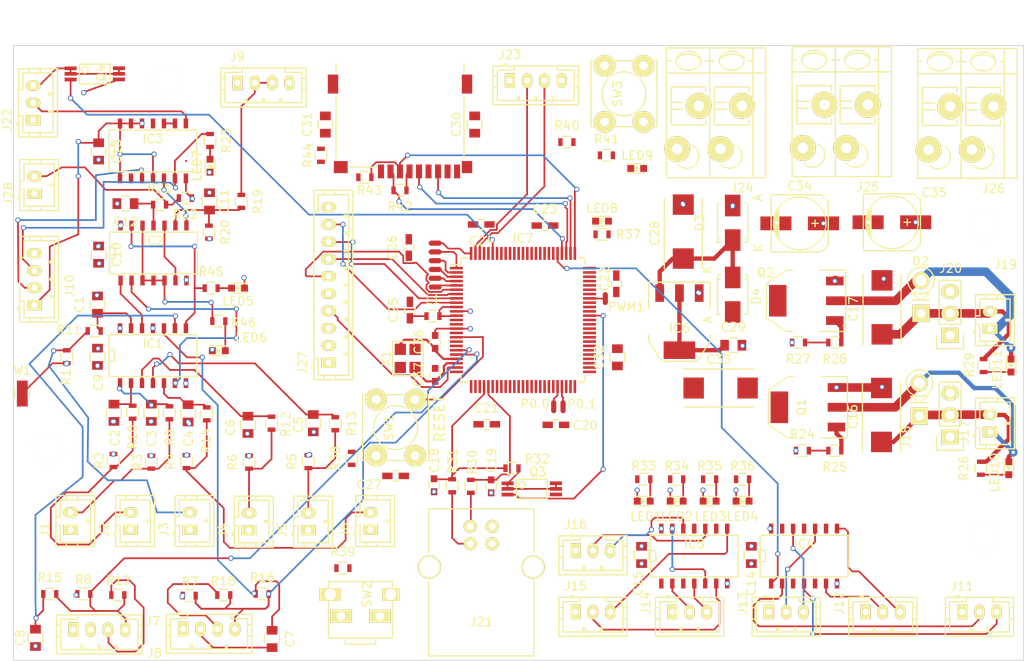
<source format=kicad_pcb>
(kicad_pcb (version 4) (host pcbnew 4.0.2+e4-6225~38~ubuntu14.04.1-stable)
  (layers (0 F.Cu signal) (1 In1.Cu power) (2 In2.Cu power) (31 B.Cu signal) (35 F.Paste user) (36 B.SilkS user) (37 F.SilkS user) (38 B.Mask user) (39 F.Mask user) (44 Edge.Cuts user))
  (net 0 "")
  (net 1 "Net-(C1-Pad1)")
  (net 2 GND)
  (net 3 "Net-(C2-Pad1)")
  (net 4 "Net-(C3-Pad1)")
  (net 5 "Net-(C4-Pad1)")
  (net 6 "Net-(C5-Pad1)")
  (net 7 "Net-(C6-Pad1)")
  (net 8 "Net-(C7-Pad1)")
  (net 9 "Net-(C8-Pad1)")
  (net 10 +3V3)
  (net 11 "Net-(C11-Pad1)")
  (net 12 P2.6)
  (net 13 +5V)
  (net 14 "Net-(C16-Pad1)")
  (net 15 "Net-(C17-Pad1)")
  (net 16 USB_D+)
  (net 17 USB_D-)
  (net 18 "Net-(C26-Pad1)")
  (net 19 ~RESET)
  (net 20 "Net-(C28-Pad1)")
  (net 21 +12V)
  (net 22 +24V)
  (net 23 "Net-(C36-Pad1)")
  (net 24 "Net-(C37-Pad1)")
  (net 25 "Net-(D1-Pad2)")
  (net 26 "Net-(D2-Pad2)")
  (net 27 V_USB)
  (net 28 "Net-(IC1-Pad6)")
  (net 29 "Net-(IC1-Pad8)")
  (net 30 "Net-(IC1-Pad12)")
  (net 31 "Net-(IC2-Pad12)")
  (net 32 "Net-(IC2-Pad10)")
  (net 33 "Net-(IC2-Pad8)")
  (net 34 PWM0)
  (net 35 "Net-(IC3-Pad3)")
  (net 36 "Net-(IC3-Pad6)")
  (net 37 "Net-(IC3-Pad8)")
  (net 38 P1.1)
  (net 39 "Net-(IC3-Pad11)")
  (net 40 DIR1)
  (net 41 "Net-(IC4-Pad2)")
  (net 42 STEP1)
  (net 43 "Net-(IC4-Pad4)")
  (net 44 DIR2)
  (net 45 "Net-(IC4-Pad6)")
  (net 46 "Net-(IC4-Pad8)")
  (net 47 STEP2)
  (net 48 DIR3)
  (net 49 "Net-(IC4-Pad12)")
  (net 50 STEP3)
  (net 51 "Net-(IC4-Pad10)")
  (net 52 DIR4)
  (net 53 "Net-(IC5-Pad2)")
  (net 54 STEP4)
  (net 55 "Net-(IC5-Pad4)")
  (net 56 "Net-(IC5-Pad6)")
  (net 57 "Net-(IC5-Pad8)")
  (net 58 "Net-(IC5-Pad12)")
  (net 59 "Net-(IC5-Pad10)")
  (net 60 "Net-(IC7-Pad1)")
  (net 61 "Net-(IC7-Pad2)")
  (net 62 "Net-(IC7-Pad3)")
  (net 63 "Net-(IC7-Pad4)")
  (net 64 "Net-(IC7-Pad5)")
  (net 65 "Net-(IC7-Pad6)")
  (net 66 "Net-(IC7-Pad7)")
  (net 67 "Net-(IC7-Pad8)")
  (net 68 "Net-(IC7-Pad9)")
  (net 69 "Net-(IC7-Pad13)")
  (net 70 "Net-(IC7-Pad14)")
  (net 71 "Net-(IC7-Pad16)")
  (net 72 "Net-(IC7-Pad18)")
  (net 73 P1.31)
  (net 74 P1.30)
  (net 75 "Net-(IC7-Pad24)")
  (net 76 "Net-(IC7-Pad25)")
  (net 77 "Net-(IC7-Pad26)")
  (net 78 "Net-(IC7-Pad27)")
  (net 79 LED1)
  (net 80 LED2)
  (net 81 LED3)
  (net 82 LED4)
  (net 83 P1.22)
  (net 84 P1.23)
  (net 85 X-MIN)
  (net 86 X-MAX)
  (net 87 Y-MIN)
  (net 88 Y-MAX)
  (net 89 Z-MIN)
  (net 90 Z-MAX)
  (net 91 "Net-(IC7-Pad46)")
  (net 92 "Net-(IC7-Pad47)")
  (net 93 "Net-(IC7-Pad48)")
  (net 94 "Net-(IC7-Pad50)")
  (net 95 PLAY)
  (net 96 "Net-(IC7-Pad52)")
  (net 97 ~ISP)
  (net 98 "Net-(IC7-Pad57)")
  (net 99 "Net-(IC7-Pad62)")
  (net 100 P2.9)
  (net 101 "Net-(IC7-Pad65)")
  (net 102 "Net-(IC7-Pad66)")
  (net 103 "Net-(IC7-Pad68)")
  (net 104 SD_MOSI)
  (net 105 SD_MISO)
  (net 106 SD_SCK)
  (net 107 SD_CS)
  (net 108 "Net-(IC7-Pad81)")
  (net 109 PLAY_LED)
  (net 110 "Net-(IC7-Pad85)")
  (net 111 "Net-(IC7-Pad86)")
  (net 112 "Net-(IC7-Pad87)")
  (net 113 "Net-(IC7-Pad88)")
  (net 114 "Net-(IC7-Pad89)")
  (net 115 "Net-(IC7-Pad90)")
  (net 116 "Net-(IC7-Pad91)")
  (net 117 "Net-(IC7-Pad92)")
  (net 118 "Net-(IC7-Pad93)")
  (net 119 P1.0)
  (net 120 TX_0)
  (net 121 RX_0)
  (net 122 "Net-(IC7-Pad100)")
  (net 123 "Net-(J7-Pad3)")
  (net 124 "Net-(J8-Pad3)")
  (net 125 "Net-(J9-Pad2)")
  (net 126 "Net-(J21-Pad2)")
  (net 127 "Net-(J21-Pad3)")
  (net 128 "Net-(J22-Pad3)")
  (net 129 "Net-(J28-Pad2)")
  (net 130 "Net-(LED1-Pad2)")
  (net 131 "Net-(LED2-Pad2)")
  (net 132 "Net-(LED3-Pad2)")
  (net 133 "Net-(LED4-Pad2)")
  (net 134 "Net-(LED5-Pad2)")
  (net 135 "Net-(LED6-Pad2)")
  (net 136 "Net-(LED7-Pad2)")
  (net 137 "Net-(LED8-Pad2)")
  (net 138 "Net-(LED9-Pad2)")
  (net 139 "Net-(LED10-Pad2)")
  (net 140 "Net-(LED11-Pad2)")
  (net 141 "Net-(Q1-Pad1)")
  (net 142 "Net-(Q2-Pad1)")
  (net 143 "Net-(Q3-PadD)")
  (net 144 P0.16)
  (net 145 P0.17)
  (net 146 P0.18)
  (net 147 P0.19)
  (module Resistors_SMD:R_0603 (layer F.Cu) (at 129.032 91.44)
    (fp_text reference R43 (at 0.508 1.524) (layer F.SilkS))
    (fp_text value 10K)
    (pad 1 smd rect (at -0.75 0) (size 0.5 0.9) (layers F.Cu F.Paste F.Mask) (net 10 +3V3))
    (pad 2 smd rect (at 0.75 0) (size 0.5 0.9) (layers F.Cu F.Paste F.Mask) (net 104 SD_MOSI))
  )
  (module Mounting_Holes:MountingHole_3.5mm (layer F.Cu) (at 200.66 133.096)
    (fp_text reference Hole2 hide)
    (fp_text value MountingHole_3.5mm hide)
    (pad 1 np_thru_hole circle (at 0 0) (size 3.5 3.5) (drill 3.5) (layers *.Cu *.Mask F.SilkS))
  )
  (module Diodes_SMD:SMA_Standard (layer F.Cu) (at 171.577 105.029 270)
    (fp_text reference D4 (at 0.1905 -2.7305 270) (layer F.SilkS))
    (fp_text value MBRA210LT3)
    (fp_text user K (at -2.9 2.95 270) (layer F.SilkS))
    (fp_text user A (at 2.9 2.9 270) (layer F.SilkS))
    (pad 1 smd rect (at -1.99898 0 270) (size 2.49936 1.80086) (layers F.Cu F.Paste F.Mask) (net 20 "Net-(C28-Pad1)"))
    (pad 2 smd rect (at 1.99898 0 270) (size 2.49936 1.80086) (layers F.Cu F.Paste F.Mask) (net 27 V_USB))
  )
  (module Capacitors_SMD:C_0805 (layer F.Cu) (at 98.1075 106.172 90)
    (fp_text reference C1 (at 0 -2.1 90) (layer F.SilkS))
    (fp_text value 100n)
    (pad 1 smd rect (at -1 0 90) (size 1 1.25) (layers F.Cu F.Paste F.Mask) (net 1 "Net-(C1-Pad1)"))
    (pad 2 smd rect (at 1 0 90) (size 1 1.25) (layers F.Cu F.Paste F.Mask) (net 2 GND))
  )
  (module Capacitors_SMD:C_0805 (layer F.Cu) (at 100.0125 118.6815 270)
    (fp_text reference C2 (at 2.921 -0.127 270) (layer F.SilkS))
    (fp_text value 100n)
    (pad 1 smd rect (at -1 0 270) (size 1 1.25) (layers F.Cu F.Paste F.Mask) (net 3 "Net-(C2-Pad1)"))
    (pad 2 smd rect (at 1 0 270) (size 1 1.25) (layers F.Cu F.Paste F.Mask) (net 2 GND))
  )
  (module Capacitors_SMD:C_0805 (layer F.Cu) (at 104.3305 118.6815 270)
    (fp_text reference C3 (at 2.9845 -0.0635 270) (layer F.SilkS))
    (fp_text value 100n)
    (pad 1 smd rect (at -1 0 270) (size 1 1.25) (layers F.Cu F.Paste F.Mask) (net 4 "Net-(C3-Pad1)"))
    (pad 2 smd rect (at 1 0 270) (size 1 1.25) (layers F.Cu F.Paste F.Mask) (net 2 GND))
  )
  (module Capacitors_SMD:C_0805 (layer F.Cu) (at 108.585 118.745 270)
    (fp_text reference C4 (at 2.921 -0.0635 270) (layer F.SilkS))
    (fp_text value 100n)
    (pad 1 smd rect (at -1 0 270) (size 1 1.25) (layers F.Cu F.Paste F.Mask) (net 5 "Net-(C4-Pad1)"))
    (pad 2 smd rect (at 1 0 270) (size 1 1.25) (layers F.Cu F.Paste F.Mask) (net 2 GND))
  )
  (module Capacitors_SMD:C_0805 (layer F.Cu) (at 123.063 119.888 270)
    (fp_text reference C5 (at 0.1905 1.7145 270) (layer F.SilkS))
    (fp_text value 100n)
    (pad 1 smd rect (at -1 0 270) (size 1 1.25) (layers F.Cu F.Paste F.Mask) (net 6 "Net-(C5-Pad1)"))
    (pad 2 smd rect (at 1 0 270) (size 1 1.25) (layers F.Cu F.Paste F.Mask) (net 2 GND))
  )
  (module Capacitors_SMD:C_0805 (layer F.Cu) (at 115.5065 120.0785 270)
    (fp_text reference C6 (at 0.3175 2.032 270) (layer F.SilkS))
    (fp_text value 100n)
    (pad 1 smd rect (at -1 0 270) (size 1 1.25) (layers F.Cu F.Paste F.Mask) (net 7 "Net-(C6-Pad1)"))
    (pad 2 smd rect (at 1 0 270) (size 1 1.25) (layers F.Cu F.Paste F.Mask) (net 2 GND))
  )
  (module Capacitors_SMD:C_0805 (layer F.Cu) (at 118.3005 144.8435 270)
    (fp_text reference C7 (at 0 -2.1 270) (layer F.SilkS))
    (fp_text value 100n)
    (pad 1 smd rect (at -1 0 270) (size 1 1.25) (layers F.Cu F.Paste F.Mask) (net 8 "Net-(C7-Pad1)"))
    (pad 2 smd rect (at 1 0 270) (size 1 1.25) (layers F.Cu F.Paste F.Mask) (net 2 GND))
  )
  (module Capacitors_SMD:C_0805 (layer F.Cu) (at 90.932 144.7165 270)
    (fp_text reference C8 (at 0 1.778 270) (layer F.SilkS))
    (fp_text value 100n)
    (pad 1 smd rect (at -1 0 270) (size 1 1.25) (layers F.Cu F.Paste F.Mask) (net 9 "Net-(C8-Pad1)"))
    (pad 2 smd rect (at 1 0 270) (size 1 1.25) (layers F.Cu F.Paste F.Mask) (net 2 GND))
  )
  (module Capacitors_SMD:C_0805 (layer F.Cu) (at 98.1075 112.2045 90)
    (fp_text reference C9 (at -2.9845 0.127 90) (layer F.SilkS))
    (fp_text value 100n)
    (pad 1 smd rect (at -1 0 90) (size 1 1.25) (layers F.Cu F.Paste F.Mask) (net 10 +3V3))
    (pad 2 smd rect (at 1 0 90) (size 1 1.25) (layers F.Cu F.Paste F.Mask) (net 2 GND))
  )
  (module Capacitors_SMD:C_0805 (layer F.Cu) (at 98.2345 100.3935 270)
    (fp_text reference C10 (at 0 -2.1 270) (layer F.SilkS))
    (fp_text value 100n)
    (pad 1 smd rect (at -1 0 270) (size 1 1.25) (layers F.Cu F.Paste F.Mask) (net 10 +3V3))
    (pad 2 smd rect (at 1 0 270) (size 1 1.25) (layers F.Cu F.Paste F.Mask) (net 2 GND))
  )
  (module Capacitors_SMD:C_0805 (layer F.Cu) (at 111.0615 94.234 90)
    (fp_text reference C11 (at 0 1.7145 90) (layer F.SilkS))
    (fp_text value 100n hide)
    (pad 1 smd rect (at -1 0 90) (size 1 1.25) (layers F.Cu F.Paste F.Mask) (net 11 "Net-(C11-Pad1)"))
    (pad 2 smd rect (at 1 0 90) (size 1 1.25) (layers F.Cu F.Paste F.Mask) (net 2 GND))
  )
  (module Capacitors_SMD:C_0805 (layer F.Cu) (at 101.346 94.488 180)
    (fp_text reference C12 (at 0 -2.1 180) (layer F.SilkS))
    (fp_text value 100n)
    (pad 1 smd rect (at -1 0 180) (size 1 1.25) (layers F.Cu F.Paste F.Mask) (net 12 P2.6))
    (pad 2 smd rect (at 1 0 180) (size 1 1.25) (layers F.Cu F.Paste F.Mask) (net 2 GND))
  )
  (module Capacitors_SMD:C_0805 (layer F.Cu) (at 98.2345 88.4555 270)
    (fp_text reference C13 (at 0 -2.1 270) (layer F.SilkS))
    (fp_text value 100n)
    (pad 1 smd rect (at -1 0 270) (size 1 1.25) (layers F.Cu F.Paste F.Mask) (net 13 +5V))
    (pad 2 smd rect (at 1 0 270) (size 1 1.25) (layers F.Cu F.Paste F.Mask) (net 2 GND))
  )
  (module Capacitors_SMD:C_0805 (layer F.Cu) (at 173.736 135.128 270)
    (fp_text reference C14 (at 3.302 0 270) (layer F.SilkS))
    (fp_text value 100n)
    (pad 1 smd rect (at -1 0 270) (size 1 1.25) (layers F.Cu F.Paste F.Mask) (net 10 +3V3))
    (pad 2 smd rect (at 1 0 270) (size 1 1.25) (layers F.Cu F.Paste F.Mask) (net 2 GND))
  )
  (module Capacitors_SMD:C_0805 (layer F.Cu) (at 161.036 135.128 90)
    (fp_text reference C15 (at -3.302 -0.381 90) (layer F.SilkS))
    (fp_text value 100n)
    (pad 1 smd rect (at -1 0 90) (size 1 1.25) (layers F.Cu F.Paste F.Mask) (net 10 +3V3))
    (pad 2 smd rect (at 1 0 90) (size 1 1.25) (layers F.Cu F.Paste F.Mask) (net 2 GND))
  )
  (module Capacitors_Tantalum_SMD:TantalC_SizeD_EIA-7343_Reflow (layer F.Cu) (at 188.7855 118.9355 90)
    (fp_text reference C16 (at -0.20066 -3.29946 90) (layer F.SilkS))
    (fp_text value 10u)
    (pad 2 smd rect (at 3.12 0 90) (size 2.37 2.43) (layers F.Cu F.Paste F.Mask) (net 2 GND))
    (pad 1 smd rect (at -3.12 0 90) (size 2.37 2.43) (layers F.Cu F.Paste F.Mask) (net 14 "Net-(C16-Pad1)"))
  )
  (module Capacitors_Tantalum_SMD:TantalC_SizeD_EIA-7343_Reflow (layer F.Cu) (at 188.849 106.4895 90)
    (fp_text reference C17 (at -0.20066 -3.29946 90) (layer F.SilkS))
    (fp_text value 10u)
    (pad 2 smd rect (at 3.12 0 90) (size 2.37 2.43) (layers F.Cu F.Paste F.Mask) (net 2 GND))
    (pad 1 smd rect (at -3.12 0 90) (size 2.37 2.43) (layers F.Cu F.Paste F.Mask) (net 15 "Net-(C17-Pad1)"))
  )
  (module Capacitors_SMD:C_0603 (layer F.Cu) (at 137.033 127.0635 270)
    (fp_text reference C18 (at -2.8575 -0.0635 270) (layer F.SilkS))
    (fp_text value 18p)
    (pad 1 smd rect (at -0.75 0 270) (size 0.8 0.75) (layers F.Cu F.Paste F.Mask) (net 16 USB_D+))
    (pad 2 smd rect (at 0.75 0 270) (size 0.8 0.75) (layers F.Cu F.Paste F.Mask) (net 2 GND))
  )
  (module Capacitors_SMD:C_0603 (layer F.Cu) (at 143.637 127.1905 270)
    (fp_text reference C19 (at -2.9845 -0.0635 270) (layer F.SilkS))
    (fp_text value 18p)
    (pad 1 smd rect (at -0.75 0 270) (size 0.8 0.75) (layers F.Cu F.Paste F.Mask) (net 17 USB_D-))
    (pad 2 smd rect (at 0.75 0 270) (size 0.8 0.75) (layers F.Cu F.Paste F.Mask) (net 2 GND))
  )
  (module Capacitors_SMD:C_0603_HandSoldering (layer F.Cu) (at 151.13 120.0785)
    (fp_text reference C20 (at 3.3655 0.0635) (layer F.SilkS))
    (fp_text value 100n)
    (pad 1 smd rect (at -0.95 0) (size 1.2 0.75) (layers F.Cu F.Paste F.Mask) (net 10 +3V3))
    (pad 2 smd rect (at 0.95 0) (size 1.2 0.75) (layers F.Cu F.Paste F.Mask) (net 2 GND))
  )
  (module Capacitors_SMD:C_0603_HandSoldering (layer F.Cu) (at 143.129 120.015)
    (fp_text reference C21 (at 0 -1.9) (layer F.SilkS))
    (fp_text value 100n)
    (pad 1 smd rect (at -0.95 0) (size 1.2 0.75) (layers F.Cu F.Paste F.Mask) (net 10 +3V3))
    (pad 2 smd rect (at 0.95 0) (size 1.2 0.75) (layers F.Cu F.Paste F.Mask) (net 2 GND))
  )
  (module Capacitors_SMD:C_0603_HandSoldering (layer F.Cu) (at 158.115 103.759 90)
    (fp_text reference C22 (at 0.5715 -1.3335 90) (layer F.SilkS))
    (fp_text value 100n)
    (pad 1 smd rect (at -0.95 0 90) (size 1.2 0.75) (layers F.Cu F.Paste F.Mask) (net 10 +3V3))
    (pad 2 smd rect (at 0.95 0 90) (size 1.2 0.75) (layers F.Cu F.Paste F.Mask) (net 2 GND))
  )
  (module Capacitors_SMD:C_0603_HandSoldering (layer F.Cu) (at 149.86 97.028)
    (fp_text reference C23 (at 0 -1.9) (layer F.SilkS))
    (fp_text value 100n)
    (pad 1 smd rect (at -0.95 0) (size 1.2 0.75) (layers F.Cu F.Paste F.Mask) (net 10 +3V3))
    (pad 2 smd rect (at 0.95 0) (size 1.2 0.75) (layers F.Cu F.Paste F.Mask) (net 2 GND))
  )
  (module Capacitors_SMD:C_0603_HandSoldering (layer F.Cu) (at 142.494 96.901 180)
    (fp_text reference C24 (at 0 -1.9 180) (layer F.SilkS))
    (fp_text value 100n)
    (pad 1 smd rect (at -0.95 0 180) (size 1.2 0.75) (layers F.Cu F.Paste F.Mask) (net 10 +3V3))
    (pad 2 smd rect (at 0.95 0 180) (size 1.2 0.75) (layers F.Cu F.Paste F.Mask) (net 2 GND))
  )
  (module Capacitors_SMD:C_0603_HandSoldering (layer F.Cu) (at 134.239 106.807 90)
    (fp_text reference C25 (at 0 -1.9 90) (layer F.SilkS))
    (fp_text value 100n)
    (pad 1 smd rect (at -0.95 0 90) (size 1.2 0.75) (layers F.Cu F.Paste F.Mask) (net 10 +3V3))
    (pad 2 smd rect (at 0.95 0 90) (size 1.2 0.75) (layers F.Cu F.Paste F.Mask) (net 2 GND))
  )
  (module Capacitors_SMD:C_0603_HandSoldering (layer F.Cu) (at 134.112 99.568 90)
    (fp_text reference C26 (at 0 -1.9 90) (layer F.SilkS))
    (fp_text value 100n)
    (pad 1 smd rect (at -0.95 0 90) (size 1.2 0.75) (layers F.Cu F.Paste F.Mask) (net 18 "Net-(C26-Pad1)"))
    (pad 2 smd rect (at 0.95 0 90) (size 1.2 0.75) (layers F.Cu F.Paste F.Mask) (net 2 GND))
  )
  (module Capacitors_SMD:C_0603_HandSoldering (layer F.Cu) (at 132.588 125.984 180)
    (fp_text reference C27 (at 3.048 -1.016 180) (layer F.SilkS))
    (fp_text value 100n hide)
    (pad 1 smd rect (at -0.95 0 180) (size 1.2 0.75) (layers F.Cu F.Paste F.Mask) (net 19 ~RESET))
    (pad 2 smd rect (at 0.95 0 180) (size 1.2 0.75) (layers F.Cu F.Paste F.Mask) (net 2 GND))
  )
  (module Capacitors_Tantalum_SMD:TantalC_SizeD_EIA-7343_Reflow (layer F.Cu) (at 165.862 97.7265 90)
    (fp_text reference C28 (at -0.20066 -3.29946 90) (layer F.SilkS))
    (fp_text value 10u)
    (pad 2 smd rect (at 3.12 0 90) (size 2.37 2.43) (layers F.Cu F.Paste F.Mask) (net 2 GND))
    (pad 1 smd rect (at -3.12 0 90) (size 2.37 2.43) (layers F.Cu F.Paste F.Mask) (net 20 "Net-(C28-Pad1)"))
  )
  (module Capacitors_SMD:C_0805 (layer F.Cu) (at 171.6405 110.871)
    (fp_text reference C29 (at 0 -2.1) (layer F.SilkS))
    (fp_text value 100n)
    (pad 1 smd rect (at -1 0) (size 1 1.25) (layers F.Cu F.Paste F.Mask) (net 10 +3V3))
    (pad 2 smd rect (at 1 0) (size 1 1.25) (layers F.Cu F.Paste F.Mask) (net 2 GND))
  )
  (module Capacitors_SMD:C_0805 (layer F.Cu) (at 141.732 85.344 90)
    (fp_text reference C30 (at 0 -2.1 90) (layer F.SilkS))
    (fp_text value 100n)
    (pad 1 smd rect (at -1 0 90) (size 1 1.25) (layers F.Cu F.Paste F.Mask) (net 10 +3V3))
    (pad 2 smd rect (at 1 0 90) (size 1 1.25) (layers F.Cu F.Paste F.Mask) (net 2 GND))
  )
  (module Capacitors_SMD:C_0805 (layer F.Cu) (at 124.46 85.344 90)
    (fp_text reference C31 (at 0 -2.1 90) (layer F.SilkS))
    (fp_text value 100n)
    (pad 1 smd rect (at -1 0 90) (size 1 1.25) (layers F.Cu F.Paste F.Mask) (net 10 +3V3))
    (pad 2 smd rect (at 1 0 90) (size 1 1.25) (layers F.Cu F.Paste F.Mask) (net 2 GND))
  )
  (module Capacitors_SMD:C_0805 (layer F.Cu) (at 158.242 112.268 90)
    (fp_text reference C32 (at 0 -2.1 90) (layer F.SilkS))
    (fp_text value 100n)
    (pad 1 smd rect (at -1 0 90) (size 1 1.25) (layers F.Cu F.Paste F.Mask) (net 10 +3V3))
    (pad 2 smd rect (at 1 0 90) (size 1 1.25) (layers F.Cu F.Paste F.Mask) (net 2 GND))
  )
  (module Capacitors_Tantalum_SMD:TantalC_SizeD_EIA-7343_Reflow (layer F.Cu) (at 170.18 115.824)
    (fp_text reference C33 (at -0.20066 -3.29946) (layer F.SilkS))
    (fp_text value 10u)
    (pad 2 smd rect (at 3.12 0) (size 2.37 2.43) (layers F.Cu F.Paste F.Mask) (net 2 GND))
    (pad 1 smd rect (at -3.12 0) (size 2.37 2.43) (layers F.Cu F.Paste F.Mask) (net 10 +3V3))
  )
  (module Capacitors_SMD:c_elec_6.3x7.7 (layer F.Cu) (at 179.324 96.774)
    (fp_text reference C34 (at 0 -4.318) (layer F.SilkS))
    (fp_text value 100u)
    (pad 1 smd rect (at 2.75082 0) (size 3.59918 1.6002) (layers F.Cu F.Paste F.Mask) (net 21 +12V))
    (pad 2 smd rect (at -2.75082 0) (size 3.59918 1.6002) (layers F.Cu F.Paste F.Mask) (net 2 GND))
  )
  (module Capacitors_SMD:c_elec_6.3x7.7 (layer F.Cu) (at 189.992 96.647)
    (fp_text reference C35 (at 4.8895 -3.429) (layer F.SilkS))
    (fp_text value 100u)
    (pad 1 smd rect (at 2.75082 0) (size 3.59918 1.6002) (layers F.Cu F.Paste F.Mask) (net 22 +24V))
    (pad 2 smd rect (at -2.75082 0) (size 3.59918 1.6002) (layers F.Cu F.Paste F.Mask) (net 2 GND))
  )
  (module Capacitors_SMD:C_0603 (layer F.Cu) (at 137.16 110.49 90)
    (fp_text reference C36 (at 0 -1.9 90) (layer F.SilkS))
    (fp_text value 12p)
    (pad 1 smd rect (at -0.75 0 90) (size 0.8 0.75) (layers F.Cu F.Paste F.Mask) (net 23 "Net-(C36-Pad1)"))
    (pad 2 smd rect (at 0.75 0 90) (size 0.8 0.75) (layers F.Cu F.Paste F.Mask) (net 2 GND))
  )
  (module Capacitors_SMD:C_0603 (layer F.Cu) (at 137.16 114.3 90)
    (fp_text reference C37 (at 0 -1.9 90) (layer F.SilkS))
    (fp_text value 12p)
    (pad 1 smd rect (at -0.75 0 90) (size 0.8 0.75) (layers F.Cu F.Paste F.Mask) (net 24 "Net-(C37-Pad1)"))
    (pad 2 smd rect (at 0.75 0 90) (size 0.8 0.75) (layers F.Cu F.Paste F.Mask) (net 2 GND))
  )
  (module Diodes_SMD:SMA_Standard (layer F.Cu) (at 171.577 96.7105 90)
    (fp_text reference D3 (at 0 -3.81 90) (layer F.SilkS))
    (fp_text value MBRA210LT3)
    (fp_text user K (at -2.9 2.95 90) (layer F.SilkS))
    (fp_text user A (at 2.9 2.9 90) (layer F.SilkS))
    (pad 1 smd rect (at -1.99898 0 90) (size 2.49936 1.80086) (layers F.Cu F.Paste F.Mask) (net 20 "Net-(C28-Pad1)"))
    (pad 2 smd rect (at 1.99898 0 90) (size 2.49936 1.80086) (layers F.Cu F.Paste F.Mask) (net 13 +5V))
  )
  (module SMD_Packages:SOIC-14_N (layer F.Cu) (at 104.521 111.9505)
    (fp_text reference IC1 (at 0 -1.27) (layer F.SilkS))
    (fp_text value 74LV11)
    (pad 1 smd rect (at -3.81 3.302) (size 0.508 1.143) (layers F.Cu F.Paste F.Mask) (net 4 "Net-(C3-Pad1)"))
    (pad 2 smd rect (at -2.54 3.302) (size 0.508 1.143) (layers F.Cu F.Paste F.Mask) (net 3 "Net-(C2-Pad1)"))
    (pad 3 smd rect (at -1.27 3.302) (size 0.508 1.143) (layers F.Cu F.Paste F.Mask) (net 7 "Net-(C6-Pad1)"))
    (pad 4 smd rect (at 0 3.302) (size 0.508 1.143) (layers F.Cu F.Paste F.Mask) (net 6 "Net-(C5-Pad1)"))
    (pad 5 smd rect (at 1.27 3.302) (size 0.508 1.143) (layers F.Cu F.Paste F.Mask) (net 5 "Net-(C4-Pad1)"))
    (pad 6 smd rect (at 2.54 3.302) (size 0.508 1.143) (layers F.Cu F.Paste F.Mask) (net 28 "Net-(IC1-Pad6)"))
    (pad 7 smd rect (at 3.81 3.302) (size 0.508 1.143) (layers F.Cu F.Paste F.Mask) (net 2 GND))
    (pad 8 smd rect (at 3.81 -3.048) (size 0.508 1.143) (layers F.Cu F.Paste F.Mask) (net 29 "Net-(IC1-Pad8)"))
    (pad 9 smd rect (at 2.54 -3.048) (size 0.508 1.143) (layers F.Cu F.Paste F.Mask) (net 9 "Net-(C8-Pad1)"))
    (pad 11 smd rect (at 0 -3.048) (size 0.508 1.143) (layers F.Cu F.Paste F.Mask) (net 10 +3V3))
    (pad 12 smd rect (at -1.27 -3.048) (size 0.508 1.143) (layers F.Cu F.Paste F.Mask) (net 30 "Net-(IC1-Pad12)"))
    (pad 13 smd rect (at -2.54 -3.048) (size 0.508 1.143) (layers F.Cu F.Paste F.Mask) (net 1 "Net-(C1-Pad1)"))
    (pad 14 smd rect (at -3.81 -3.048) (size 0.508 1.143) (layers F.Cu F.Paste F.Mask) (net 10 +3V3))
    (pad 10 smd rect (at 1.27 -3.048) (size 0.508 1.143) (layers F.Cu F.Paste F.Mask) (net 8 "Net-(C7-Pad1)"))
  )
  (module SMD_Packages:SOIC-14_N (layer F.Cu) (at 104.5845 100.076)
    (fp_text reference IC2 (at 0 -1.27) (layer F.SilkS))
    (fp_text value 74LV10)
    (pad 1 smd rect (at -3.81 3.302) (size 0.508 1.143) (layers F.Cu F.Paste F.Mask) (net 30 "Net-(IC1-Pad12)"))
    (pad 2 smd rect (at -2.54 3.302) (size 0.508 1.143) (layers F.Cu F.Paste F.Mask) (net 28 "Net-(IC1-Pad6)"))
    (pad 3 smd rect (at -1.27 3.302) (size 0.508 1.143) (layers F.Cu F.Paste F.Mask) (net 31 "Net-(IC2-Pad12)"))
    (pad 4 smd rect (at 0 3.302) (size 0.508 1.143) (layers F.Cu F.Paste F.Mask) (net 31 "Net-(IC2-Pad12)"))
    (pad 5 smd rect (at 1.27 3.302) (size 0.508 1.143) (layers F.Cu F.Paste F.Mask) (net 31 "Net-(IC2-Pad12)"))
    (pad 6 smd rect (at 2.54 3.302) (size 0.508 1.143) (layers F.Cu F.Paste F.Mask) (net 32 "Net-(IC2-Pad10)"))
    (pad 7 smd rect (at 3.81 3.302) (size 0.508 1.143) (layers F.Cu F.Paste F.Mask) (net 2 GND))
    (pad 8 smd rect (at 3.81 -3.048) (size 0.508 1.143) (layers F.Cu F.Paste F.Mask) (net 33 "Net-(IC2-Pad8)"))
    (pad 9 smd rect (at 2.54 -3.048) (size 0.508 1.143) (layers F.Cu F.Paste F.Mask) (net 11 "Net-(C11-Pad1)"))
    (pad 11 smd rect (at 0 -3.048) (size 0.508 1.143) (layers F.Cu F.Paste F.Mask) (net 12 P2.6))
    (pad 12 smd rect (at -1.27 -3.048) (size 0.508 1.143) (layers F.Cu F.Paste F.Mask) (net 31 "Net-(IC2-Pad12)"))
    (pad 13 smd rect (at -2.54 -3.048) (size 0.508 1.143) (layers F.Cu F.Paste F.Mask) (net 29 "Net-(IC1-Pad8)"))
    (pad 14 smd rect (at -3.81 -3.048) (size 0.508 1.143) (layers F.Cu F.Paste F.Mask) (net 10 +3V3))
    (pad 10 smd rect (at 1.27 -3.048) (size 0.508 1.143) (layers F.Cu F.Paste F.Mask) (net 32 "Net-(IC2-Pad10)"))
  )
  (module SMD_Packages:SOIC-14_N (layer F.Cu) (at 104.521 88.265)
    (fp_text reference IC3 (at 0 -1.27) (layer F.SilkS))
    (fp_text value 74HCT08)
    (pad 1 smd rect (at -3.81 3.302) (size 0.508 1.143) (layers F.Cu F.Paste F.Mask) (net 13 +5V))
    (pad 2 smd rect (at -2.54 3.302) (size 0.508 1.143) (layers F.Cu F.Paste F.Mask) (net 34 PWM0))
    (pad 3 smd rect (at -1.27 3.302) (size 0.508 1.143) (layers F.Cu F.Paste F.Mask) (net 35 "Net-(IC3-Pad3)"))
    (pad 4 smd rect (at 0 3.302) (size 0.508 1.143) (layers F.Cu F.Paste F.Mask) (net 13 +5V))
    (pad 5 smd rect (at 1.27 3.302) (size 0.508 1.143) (layers F.Cu F.Paste F.Mask) (net 33 "Net-(IC2-Pad8)"))
    (pad 6 smd rect (at 2.54 3.302) (size 0.508 1.143) (layers F.Cu F.Paste F.Mask) (net 36 "Net-(IC3-Pad6)"))
    (pad 7 smd rect (at 3.81 3.302) (size 0.508 1.143) (layers F.Cu F.Paste F.Mask) (net 2 GND))
    (pad 8 smd rect (at 3.81 -3.048) (size 0.508 1.143) (layers F.Cu F.Paste F.Mask) (net 37 "Net-(IC3-Pad8)"))
    (pad 9 smd rect (at 2.54 -3.048) (size 0.508 1.143) (layers F.Cu F.Paste F.Mask) (net 38 P1.1))
    (pad 11 smd rect (at 0 -3.048) (size 0.508 1.143) (layers F.Cu F.Paste F.Mask) (net 39 "Net-(IC3-Pad11)"))
    (pad 12 smd rect (at -1.27 -3.048) (size 0.508 1.143) (layers F.Cu F.Paste F.Mask) (net 13 +5V))
    (pad 13 smd rect (at -2.54 -3.048) (size 0.508 1.143) (layers F.Cu F.Paste F.Mask) (net 13 +5V))
    (pad 14 smd rect (at -3.81 -3.048) (size 0.508 1.143) (layers F.Cu F.Paste F.Mask) (net 13 +5V))
    (pad 10 smd rect (at 1.27 -3.048) (size 0.508 1.143) (layers F.Cu F.Paste F.Mask) (net 38 P1.1))
  )
  (module SMD_Packages:SOIC-14_N (layer F.Cu) (at 179.832 135.128)
    (fp_text reference IC4 (at 0 -1.27) (layer F.SilkS))
    (fp_text value 74LVC07)
    (pad 1 smd rect (at -3.81 3.302) (size 0.508 1.143) (layers F.Cu F.Paste F.Mask) (net 40 DIR1))
    (pad 2 smd rect (at -2.54 3.302) (size 0.508 1.143) (layers F.Cu F.Paste F.Mask) (net 41 "Net-(IC4-Pad2)"))
    (pad 3 smd rect (at -1.27 3.302) (size 0.508 1.143) (layers F.Cu F.Paste F.Mask) (net 42 STEP1))
    (pad 4 smd rect (at 0 3.302) (size 0.508 1.143) (layers F.Cu F.Paste F.Mask) (net 43 "Net-(IC4-Pad4)"))
    (pad 5 smd rect (at 1.27 3.302) (size 0.508 1.143) (layers F.Cu F.Paste F.Mask) (net 44 DIR2))
    (pad 6 smd rect (at 2.54 3.302) (size 0.508 1.143) (layers F.Cu F.Paste F.Mask) (net 45 "Net-(IC4-Pad6)"))
    (pad 7 smd rect (at 3.81 3.302) (size 0.508 1.143) (layers F.Cu F.Paste F.Mask) (net 2 GND))
    (pad 8 smd rect (at 3.81 -3.048) (size 0.508 1.143) (layers F.Cu F.Paste F.Mask) (net 46 "Net-(IC4-Pad8)"))
    (pad 9 smd rect (at 2.54 -3.048) (size 0.508 1.143) (layers F.Cu F.Paste F.Mask) (net 47 STEP2))
    (pad 11 smd rect (at 0 -3.048) (size 0.508 1.143) (layers F.Cu F.Paste F.Mask) (net 48 DIR3))
    (pad 12 smd rect (at -1.27 -3.048) (size 0.508 1.143) (layers F.Cu F.Paste F.Mask) (net 49 "Net-(IC4-Pad12)"))
    (pad 13 smd rect (at -2.54 -3.048) (size 0.508 1.143) (layers F.Cu F.Paste F.Mask) (net 50 STEP3))
    (pad 14 smd rect (at -3.81 -3.048) (size 0.508 1.143) (layers F.Cu F.Paste F.Mask) (net 10 +3V3))
    (pad 10 smd rect (at 1.27 -3.048) (size 0.508 1.143) (layers F.Cu F.Paste F.Mask) (net 51 "Net-(IC4-Pad10)"))
  )
  (module SMD_Packages:SOIC-14_N (layer F.Cu) (at 167.132 135.128)
    (fp_text reference IC5 (at 0 -1.27) (layer F.SilkS))
    (fp_text value 74LVC07)
    (pad 1 smd rect (at -3.81 3.302) (size 0.508 1.143) (layers F.Cu F.Paste F.Mask) (net 52 DIR4))
    (pad 2 smd rect (at -2.54 3.302) (size 0.508 1.143) (layers F.Cu F.Paste F.Mask) (net 53 "Net-(IC5-Pad2)"))
    (pad 3 smd rect (at -1.27 3.302) (size 0.508 1.143) (layers F.Cu F.Paste F.Mask) (net 54 STEP4))
    (pad 4 smd rect (at 0 3.302) (size 0.508 1.143) (layers F.Cu F.Paste F.Mask) (net 55 "Net-(IC5-Pad4)"))
    (pad 5 smd rect (at 1.27 3.302) (size 0.508 1.143) (layers F.Cu F.Paste F.Mask) (net 144 P0.16))
    (pad 6 smd rect (at 2.54 3.302) (size 0.508 1.143) (layers F.Cu F.Paste F.Mask) (net 56 "Net-(IC5-Pad6)"))
    (pad 7 smd rect (at 3.81 3.302) (size 0.508 1.143) (layers F.Cu F.Paste F.Mask) (net 2 GND))
    (pad 8 smd rect (at 3.81 -3.048) (size 0.508 1.143) (layers F.Cu F.Paste F.Mask) (net 57 "Net-(IC5-Pad8)"))
    (pad 9 smd rect (at 2.54 -3.048) (size 0.508 1.143) (layers F.Cu F.Paste F.Mask) (net 145 P0.17))
    (pad 11 smd rect (at 0 -3.048) (size 0.508 1.143) (layers F.Cu F.Paste F.Mask) (net 146 P0.18))
    (pad 12 smd rect (at -1.27 -3.048) (size 0.508 1.143) (layers F.Cu F.Paste F.Mask) (net 58 "Net-(IC5-Pad12)"))
    (pad 13 smd rect (at -2.54 -3.048) (size 0.508 1.143) (layers F.Cu F.Paste F.Mask) (net 147 P0.19))
    (pad 14 smd rect (at -3.81 -3.048) (size 0.508 1.143) (layers F.Cu F.Paste F.Mask) (net 10 +3V3))
    (pad 10 smd rect (at 1.27 -3.048) (size 0.508 1.143) (layers F.Cu F.Paste F.Mask) (net 59 "Net-(IC5-Pad10)"))
  )
  (module TO_SOT_Packages_SMD:SOT-223 (layer F.Cu) (at 165.4175 108.1405 180)
    (fp_text reference IC6 (at 0 -0.762 180) (layer F.SilkS))
    (fp_text value LM1117-3.3)
    (pad 4 smd rect (at 0 -3.302 180) (size 3.6576 2.032) (layers F.Cu F.Paste F.Mask) (net 10 +3V3))
    (pad 2 smd rect (at 0 3.302 180) (size 1.016 2.032) (layers F.Cu F.Paste F.Mask) (net 10 +3V3))
    (pad 3 smd rect (at 2.286 3.302 180) (size 1.016 2.032) (layers F.Cu F.Paste F.Mask) (net 20 "Net-(C28-Pad1)"))
    (pad 1 smd rect (at -2.286 3.302 180) (size 1.016 2.032) (layers F.Cu F.Paste F.Mask) (net 2 GND))
  )
  (module Housings_QFP:TQFP-100_14x14mm_Pitch0.5mm (layer F.Cu) (at 147.32 107.95)
    (fp_text reference IC7 (at 0 -9.45) (layer F.SilkS))
    (fp_text value LPC1768_TQFP100)
    (pad 1 smd rect (at -7.7 -6) (size 1.5 0.3) (layers F.Cu F.Paste F.Mask) (net 60 "Net-(IC7-Pad1)"))
    (pad 2 smd rect (at -7.7 -5.5) (size 1.5 0.3) (layers F.Cu F.Paste F.Mask) (net 61 "Net-(IC7-Pad2)"))
    (pad 3 smd rect (at -7.7 -5) (size 1.5 0.3) (layers F.Cu F.Paste F.Mask) (net 62 "Net-(IC7-Pad3)"))
    (pad 4 smd rect (at -7.7 -4.5) (size 1.5 0.3) (layers F.Cu F.Paste F.Mask) (net 63 "Net-(IC7-Pad4)"))
    (pad 5 smd rect (at -7.7 -4) (size 1.5 0.3) (layers F.Cu F.Paste F.Mask) (net 64 "Net-(IC7-Pad5)"))
    (pad 6 smd rect (at -7.7 -3.5) (size 1.5 0.3) (layers F.Cu F.Paste F.Mask) (net 65 "Net-(IC7-Pad6)"))
    (pad 7 smd rect (at -7.7 -3) (size 1.5 0.3) (layers F.Cu F.Paste F.Mask) (net 66 "Net-(IC7-Pad7)"))
    (pad 8 smd rect (at -7.7 -2.5) (size 1.5 0.3) (layers F.Cu F.Paste F.Mask) (net 67 "Net-(IC7-Pad8)"))
    (pad 9 smd rect (at -7.7 -2) (size 1.5 0.3) (layers F.Cu F.Paste F.Mask) (net 68 "Net-(IC7-Pad9)"))
    (pad 10 smd rect (at -7.7 -1.5) (size 1.5 0.3) (layers F.Cu F.Paste F.Mask) (net 18 "Net-(C26-Pad1)"))
    (pad 11 smd rect (at -7.7 -1) (size 1.5 0.3) (layers F.Cu F.Paste F.Mask) (net 2 GND))
    (pad 12 smd rect (at -7.7 -0.5) (size 1.5 0.3) (layers F.Cu F.Paste F.Mask) (net 18 "Net-(C26-Pad1)"))
    (pad 13 smd rect (at -7.7 0) (size 1.5 0.3) (layers F.Cu F.Paste F.Mask) (net 69 "Net-(IC7-Pad13)"))
    (pad 14 smd rect (at -7.7 0.5) (size 1.5 0.3) (layers F.Cu F.Paste F.Mask) (net 70 "Net-(IC7-Pad14)"))
    (pad 15 smd rect (at -7.7 1) (size 1.5 0.3) (layers F.Cu F.Paste F.Mask) (net 2 GND))
    (pad 16 smd rect (at -7.7 1.5) (size 1.5 0.3) (layers F.Cu F.Paste F.Mask) (net 71 "Net-(IC7-Pad16)"))
    (pad 17 smd rect (at -7.7 2) (size 1.5 0.3) (layers F.Cu F.Paste F.Mask) (net 19 ~RESET))
    (pad 18 smd rect (at -7.7 2.5) (size 1.5 0.3) (layers F.Cu F.Paste F.Mask) (net 72 "Net-(IC7-Pad18)"))
    (pad 19 smd rect (at -7.7 3) (size 1.5 0.3) (layers F.Cu F.Paste F.Mask) (net 10 +3V3))
    (pad 20 smd rect (at -7.7 3.5) (size 1.5 0.3) (layers F.Cu F.Paste F.Mask) (net 73 P1.31))
    (pad 21 smd rect (at -7.7 4) (size 1.5 0.3) (layers F.Cu F.Paste F.Mask) (net 74 P1.30))
    (pad 22 smd rect (at -7.7 4.5) (size 1.5 0.3) (layers F.Cu F.Paste F.Mask) (net 23 "Net-(C36-Pad1)"))
    (pad 23 smd rect (at -7.7 5) (size 1.5 0.3) (layers F.Cu F.Paste F.Mask) (net 24 "Net-(C37-Pad1)"))
    (pad 24 smd rect (at -7.7 5.5) (size 1.5 0.3) (layers F.Cu F.Paste F.Mask) (net 75 "Net-(IC7-Pad24)"))
    (pad 25 smd rect (at -7.7 6) (size 1.5 0.3) (layers F.Cu F.Paste F.Mask) (net 76 "Net-(IC7-Pad25)"))
    (pad 26 smd rect (at -6 7.7 90) (size 1.5 0.3) (layers F.Cu F.Paste F.Mask) (net 77 "Net-(IC7-Pad26)"))
    (pad 27 smd rect (at -5.5 7.7 90) (size 1.5 0.3) (layers F.Cu F.Paste F.Mask) (net 78 "Net-(IC7-Pad27)"))
    (pad 28 smd rect (at -5 7.7 90) (size 1.5 0.3) (layers F.Cu F.Paste F.Mask) (net 10 +3V3))
    (pad 29 smd rect (at -4.5 7.7 90) (size 1.5 0.3) (layers F.Cu F.Paste F.Mask) (net 16 USB_D+))
    (pad 30 smd rect (at -4 7.7 90) (size 1.5 0.3) (layers F.Cu F.Paste F.Mask) (net 17 USB_D-))
    (pad 31 smd rect (at -3.5 7.7 90) (size 1.5 0.3) (layers F.Cu F.Paste F.Mask) (net 2 GND))
    (pad 32 smd rect (at -3 7.7 90) (size 1.5 0.3) (layers F.Cu F.Paste F.Mask) (net 79 LED1))
    (pad 33 smd rect (at -2.5 7.7 90) (size 1.5 0.3) (layers F.Cu F.Paste F.Mask) (net 80 LED2))
    (pad 34 smd rect (at -2 7.7 90) (size 1.5 0.3) (layers F.Cu F.Paste F.Mask) (net 81 LED3))
    (pad 35 smd rect (at -1.5 7.7 90) (size 1.5 0.3) (layers F.Cu F.Paste F.Mask) (net 82 LED4))
    (pad 36 smd rect (at -1 7.7 90) (size 1.5 0.3) (layers F.Cu F.Paste F.Mask) (net 83 P1.22))
    (pad 37 smd rect (at -0.5 7.7 90) (size 1.5 0.3) (layers F.Cu F.Paste F.Mask) (net 84 P1.23))
    (pad 38 smd rect (at 0 7.7 90) (size 1.5 0.3) (layers F.Cu F.Paste F.Mask) (net 85 X-MIN))
    (pad 39 smd rect (at 0.5 7.7 90) (size 1.5 0.3) (layers F.Cu F.Paste F.Mask) (net 86 X-MAX))
    (pad 40 smd rect (at 1 7.7 90) (size 1.5 0.3) (layers F.Cu F.Paste F.Mask) (net 87 Y-MIN))
    (pad 41 smd rect (at 1.5 7.7 90) (size 1.5 0.3) (layers F.Cu F.Paste F.Mask) (net 2 GND))
    (pad 42 smd rect (at 2 7.7 90) (size 1.5 0.3) (layers F.Cu F.Paste F.Mask) (net 10 +3V3))
    (pad 43 smd rect (at 2.5 7.7 90) (size 1.5 0.3) (layers F.Cu F.Paste F.Mask) (net 88 Y-MAX))
    (pad 44 smd rect (at 3 7.7 90) (size 1.5 0.3) (layers F.Cu F.Paste F.Mask) (net 89 Z-MIN))
    (pad 45 smd rect (at 3.5 7.7 90) (size 1.5 0.3) (layers F.Cu F.Paste F.Mask) (net 90 Z-MAX))
    (pad 46 smd rect (at 4 7.7 90) (size 1.5 0.3) (layers F.Cu F.Paste F.Mask) (net 91 "Net-(IC7-Pad46)"))
    (pad 47 smd rect (at 4.5 7.7 90) (size 1.5 0.3) (layers F.Cu F.Paste F.Mask) (net 92 "Net-(IC7-Pad47)"))
    (pad 48 smd rect (at 5 7.7 90) (size 1.5 0.3) (layers F.Cu F.Paste F.Mask) (net 93 "Net-(IC7-Pad48)"))
    (pad 49 smd rect (at 5.5 7.7 90) (size 1.5 0.3) (layers F.Cu F.Paste F.Mask) (net 44 DIR2))
    (pad 50 smd rect (at 6 7.7 90) (size 1.5 0.3) (layers F.Cu F.Paste F.Mask) (net 94 "Net-(IC7-Pad50)"))
    (pad 51 smd rect (at 7.7 6) (size 1.5 0.3) (layers F.Cu F.Paste F.Mask) (net 95 PLAY))
    (pad 52 smd rect (at 7.7 5.5) (size 1.5 0.3) (layers F.Cu F.Paste F.Mask) (net 96 "Net-(IC7-Pad52)"))
    (pad 53 smd rect (at 7.7 5) (size 1.5 0.3) (layers F.Cu F.Paste F.Mask) (net 97 ~ISP))
    (pad 54 smd rect (at 7.7 4.5) (size 1.5 0.3) (layers F.Cu F.Paste F.Mask) (net 10 +3V3))
    (pad 55 smd rect (at 7.7 4) (size 1.5 0.3) (layers F.Cu F.Paste F.Mask) (net 2 GND))
    (pad 56 smd rect (at 7.7 3.5) (size 1.5 0.3) (layers F.Cu F.Paste F.Mask) (net 52 DIR4))
    (pad 57 smd rect (at 7.7 3) (size 1.5 0.3) (layers F.Cu F.Paste F.Mask) (net 98 "Net-(IC7-Pad57)"))
    (pad 58 smd rect (at 7.7 2.5) (size 1.5 0.3) (layers F.Cu F.Paste F.Mask) (net 48 DIR3))
    (pad 59 smd rect (at 7.7 2) (size 1.5 0.3) (layers F.Cu F.Paste F.Mask) (net 147 P0.19))
    (pad 60 smd rect (at 7.7 1.5) (size 1.5 0.3) (layers F.Cu F.Paste F.Mask) (net 146 P0.18))
    (pad 61 smd rect (at 7.7 1) (size 1.5 0.3) (layers F.Cu F.Paste F.Mask) (net 145 P0.17))
    (pad 62 smd rect (at 7.7 0.5) (size 1.5 0.3) (layers F.Cu F.Paste F.Mask) (net 99 "Net-(IC7-Pad62)"))
    (pad 63 smd rect (at 7.7 0) (size 1.5 0.3) (layers F.Cu F.Paste F.Mask) (net 144 P0.16))
    (pad 64 smd rect (at 7.7 -0.5) (size 1.5 0.3) (layers F.Cu F.Paste F.Mask) (net 100 P2.9))
    (pad 65 smd rect (at 7.7 -1) (size 1.5 0.3) (layers F.Cu F.Paste F.Mask) (net 101 "Net-(IC7-Pad65)"))
    (pad 66 smd rect (at 7.7 -1.5) (size 1.5 0.3) (layers F.Cu F.Paste F.Mask) (net 102 "Net-(IC7-Pad66)"))
    (pad 67 smd rect (at 7.7 -2) (size 1.5 0.3) (layers F.Cu F.Paste F.Mask) (net 12 P2.6))
    (pad 68 smd rect (at 7.7 -2.5) (size 1.5 0.3) (layers F.Cu F.Paste F.Mask) (net 103 "Net-(IC7-Pad68)"))
    (pad 69 smd rect (at 7.7 -3) (size 1.5 0.3) (layers F.Cu F.Paste F.Mask) (net 34 PWM0))
    (pad 70 smd rect (at 7.7 -3.5) (size 1.5 0.3) (layers F.Cu F.Paste F.Mask) (net 54 STEP4))
    (pad 71 smd rect (at 7.7 -4) (size 1.5 0.3) (layers F.Cu F.Paste F.Mask) (net 10 +3V3))
    (pad 72 smd rect (at 7.7 -4.5) (size 1.5 0.3) (layers F.Cu F.Paste F.Mask) (net 2 GND))
    (pad 73 smd rect (at 7.7 -5) (size 1.5 0.3) (layers F.Cu F.Paste F.Mask) (net 50 STEP3))
    (pad 74 smd rect (at 7.7 -5.5) (size 1.5 0.3) (layers F.Cu F.Paste F.Mask) (net 47 STEP2))
    (pad 75 smd rect (at 7.7 -6) (size 1.5 0.3) (layers F.Cu F.Paste F.Mask) (net 42 STEP1))
    (pad 76 smd rect (at 6 -7.7 90) (size 1.5 0.3) (layers F.Cu F.Paste F.Mask) (net 104 SD_MOSI))
    (pad 77 smd rect (at 5.5 -7.7 90) (size 1.5 0.3) (layers F.Cu F.Paste F.Mask) (net 105 SD_MISO))
    (pad 78 smd rect (at 5 -7.7 90) (size 1.5 0.3) (layers F.Cu F.Paste F.Mask) (net 106 SD_SCK))
    (pad 79 smd rect (at 4.5 -7.7 90) (size 1.5 0.3) (layers F.Cu F.Paste F.Mask) (net 107 SD_CS))
    (pad 80 smd rect (at 4 -7.7 90) (size 1.5 0.3) (layers F.Cu F.Paste F.Mask) (net 40 DIR1))
    (pad 81 smd rect (at 3.5 -7.7 90) (size 1.5 0.3) (layers F.Cu F.Paste F.Mask) (net 108 "Net-(IC7-Pad81)"))
    (pad 82 smd rect (at 3 -7.7 90) (size 1.5 0.3) (layers F.Cu F.Paste F.Mask) (net 109 PLAY_LED))
    (pad 83 smd rect (at 2.5 -7.7 90) (size 1.5 0.3) (layers F.Cu F.Paste F.Mask) (net 2 GND))
    (pad 84 smd rect (at 2 -7.7 90) (size 1.5 0.3) (layers F.Cu F.Paste F.Mask) (net 10 +3V3))
    (pad 85 smd rect (at 1.5 -7.7 90) (size 1.5 0.3) (layers F.Cu F.Paste F.Mask) (net 110 "Net-(IC7-Pad85)"))
    (pad 86 smd rect (at 1 -7.7 90) (size 1.5 0.3) (layers F.Cu F.Paste F.Mask) (net 111 "Net-(IC7-Pad86)"))
    (pad 87 smd rect (at 0.5 -7.7 90) (size 1.5 0.3) (layers F.Cu F.Paste F.Mask) (net 112 "Net-(IC7-Pad87)"))
    (pad 88 smd rect (at 0 -7.7 90) (size 1.5 0.3) (layers F.Cu F.Paste F.Mask) (net 113 "Net-(IC7-Pad88)"))
    (pad 89 smd rect (at -0.5 -7.7 90) (size 1.5 0.3) (layers F.Cu F.Paste F.Mask) (net 114 "Net-(IC7-Pad89)"))
    (pad 90 smd rect (at -1 -7.7 90) (size 1.5 0.3) (layers F.Cu F.Paste F.Mask) (net 115 "Net-(IC7-Pad90)"))
    (pad 91 smd rect (at -1.5 -7.7 90) (size 1.5 0.3) (layers F.Cu F.Paste F.Mask) (net 116 "Net-(IC7-Pad91)"))
    (pad 92 smd rect (at -2 -7.7 90) (size 1.5 0.3) (layers F.Cu F.Paste F.Mask) (net 117 "Net-(IC7-Pad92)"))
    (pad 93 smd rect (at -2.5 -7.7 90) (size 1.5 0.3) (layers F.Cu F.Paste F.Mask) (net 118 "Net-(IC7-Pad93)"))
    (pad 94 smd rect (at -3 -7.7 90) (size 1.5 0.3) (layers F.Cu F.Paste F.Mask) (net 38 P1.1))
    (pad 95 smd rect (at -3.5 -7.7 90) (size 1.5 0.3) (layers F.Cu F.Paste F.Mask) (net 119 P1.0))
    (pad 96 smd rect (at -4 -7.7 90) (size 1.5 0.3) (layers F.Cu F.Paste F.Mask) (net 10 +3V3))
    (pad 97 smd rect (at -4.5 -7.7 90) (size 1.5 0.3) (layers F.Cu F.Paste F.Mask) (net 2 GND))
    (pad 98 smd rect (at -5 -7.7 90) (size 1.5 0.3) (layers F.Cu F.Paste F.Mask) (net 120 TX_0))
    (pad 99 smd rect (at -5.5 -7.7 90) (size 1.5 0.3) (layers F.Cu F.Paste F.Mask) (net 121 RX_0))
    (pad 100 smd rect (at -6 -7.7 90) (size 1.5 0.3) (layers F.Cu F.Paste F.Mask) (net 122 "Net-(IC7-Pad100)"))
  )
  (module Connectors_JST:JST_PH_B2B-PH-K_02x2.00mm_Straight (layer F.Cu) (at 94.996 132.207 90)
    (fp_text reference J1 (at 0 -3 90) (layer F.SilkS))
    (fp_text value X1)
    (pad 1 thru_hole rect (at 0 0 90) (size 1.2 1.7) (drill 0.7) (layers *.Cu *.Mask F.SilkS) (net 10 +3V3))
    (pad 2 thru_hole oval (at 2 0 90) (size 1.2 1.7) (drill 0.7) (layers *.Cu *.Mask F.SilkS) (net 85 X-MIN))
  )
  (module Connectors_JST:JST_PH_B2B-PH-K_02x2.00mm_Straight (layer F.Cu) (at 101.9175 132.207 90)
    (fp_text reference J2 (at 0 -3 90) (layer F.SilkS))
    (fp_text value X2)
    (pad 1 thru_hole rect (at 0 0 90) (size 1.2 1.7) (drill 0.7) (layers *.Cu *.Mask F.SilkS) (net 10 +3V3))
    (pad 2 thru_hole oval (at 2 0 90) (size 1.2 1.7) (drill 0.7) (layers *.Cu *.Mask F.SilkS) (net 86 X-MAX))
  )
  (module Connectors_JST:JST_PH_B2B-PH-K_02x2.00mm_Straight (layer F.Cu) (at 108.7755 132.207 90)
    (fp_text reference J3 (at 0 -3 90) (layer F.SilkS))
    (fp_text value Y1)
    (pad 1 thru_hole rect (at 0 0 90) (size 1.2 1.7) (drill 0.7) (layers *.Cu *.Mask F.SilkS) (net 10 +3V3))
    (pad 2 thru_hole oval (at 2 0 90) (size 1.2 1.7) (drill 0.7) (layers *.Cu *.Mask F.SilkS) (net 87 Y-MIN))
  )
  (module Connectors_JST:JST_PH_B2B-PH-K_02x2.00mm_Straight (layer F.Cu) (at 115.6335 132.2705 90)
    (fp_text reference J4 (at 0 -3 90) (layer F.SilkS))
    (fp_text value Y2)
    (pad 1 thru_hole rect (at 0 0 90) (size 1.2 1.7) (drill 0.7) (layers *.Cu *.Mask F.SilkS) (net 10 +3V3))
    (pad 2 thru_hole oval (at 2 0 90) (size 1.2 1.7) (drill 0.7) (layers *.Cu *.Mask F.SilkS) (net 88 Y-MAX))
  )
  (module Connectors_JST:JST_PH_B2B-PH-K_02x2.00mm_Straight (layer F.Cu) (at 122.4915 132.2705 90)
    (fp_text reference J5 (at 0 -3 90) (layer F.SilkS))
    (fp_text value Z1)
    (pad 1 thru_hole rect (at 0 0 90) (size 1.2 1.7) (drill 0.7) (layers *.Cu *.Mask F.SilkS) (net 10 +3V3))
    (pad 2 thru_hole oval (at 2 0 90) (size 1.2 1.7) (drill 0.7) (layers *.Cu *.Mask F.SilkS) (net 89 Z-MIN))
  )
  (module Connectors_JST:JST_PH_B2B-PH-K_02x2.00mm_Straight (layer F.Cu) (at 129.667 132.207 90)
    (fp_text reference J6 (at 0 -3 90) (layer F.SilkS))
    (fp_text value Z2)
    (pad 1 thru_hole rect (at 0 0 90) (size 1.2 1.7) (drill 0.7) (layers *.Cu *.Mask F.SilkS) (net 10 +3V3))
    (pad 2 thru_hole oval (at 2 0 90) (size 1.2 1.7) (drill 0.7) (layers *.Cu *.Mask F.SilkS) (net 90 Z-MAX))
  )
  (module Connectors_JST:JST_PH_B4B-PH-K_04x2.00mm_Straight (layer F.Cu) (at 95.3135 143.764)
    (fp_text reference J7 (at 9.2075 -0.9525) (layer F.SilkS))
    (fp_text value DOOR1)
    (pad 1 thru_hole rect (at 0 0) (size 1.2 1.7) (drill 0.7) (layers *.Cu *.Mask F.SilkS) (net 10 +3V3))
    (pad 2 thru_hole oval (at 2 0) (size 1.2 1.7) (drill 0.7) (layers *.Cu *.Mask F.SilkS) (net 2 GND))
    (pad 3 thru_hole oval (at 4 0) (size 1.2 1.7) (drill 0.7) (layers *.Cu *.Mask F.SilkS) (net 123 "Net-(J7-Pad3)"))
    (pad 4 thru_hole oval (at 6 0) (size 1.2 1.7) (drill 0.7) (layers *.Cu *.Mask F.SilkS) (net 73 P1.31))
  )
  (module Connectors_JST:JST_PH_B4B-PH-K_04x2.00mm_Straight (layer F.Cu) (at 108.0135 143.7005)
    (fp_text reference J8 (at -3.302 2.794) (layer F.SilkS))
    (fp_text value DOOR2)
    (pad 1 thru_hole rect (at 0 0) (size 1.2 1.7) (drill 0.7) (layers *.Cu *.Mask F.SilkS) (net 10 +3V3))
    (pad 2 thru_hole oval (at 2 0) (size 1.2 1.7) (drill 0.7) (layers *.Cu *.Mask F.SilkS) (net 2 GND))
    (pad 3 thru_hole oval (at 4 0) (size 1.2 1.7) (drill 0.7) (layers *.Cu *.Mask F.SilkS) (net 124 "Net-(J8-Pad3)"))
    (pad 4 thru_hole oval (at 6 0) (size 1.2 1.7) (drill 0.7) (layers *.Cu *.Mask F.SilkS) (net 74 P1.30))
  )
  (module Connectors_JST:JST_PH_B4B-PH-K_04x2.00mm_Straight (layer F.Cu) (at 114.3 80.518)
    (fp_text reference J9 (at 0 -3) (layer F.SilkS))
    (fp_text value E-STOP)
    (pad 1 thru_hole rect (at 0 0) (size 1.2 1.7) (drill 0.7) (layers *.Cu *.Mask F.SilkS) (net 13 +5V))
    (pad 2 thru_hole oval (at 2 0) (size 1.2 1.7) (drill 0.7) (layers *.Cu *.Mask F.SilkS) (net 125 "Net-(J9-Pad2)"))
    (pad 3 thru_hole oval (at 4 0) (size 1.2 1.7) (drill 0.7) (layers *.Cu *.Mask F.SilkS) (net 125 "Net-(J9-Pad2)"))
    (pad 4 thru_hole oval (at 6 0) (size 1.2 1.7) (drill 0.7) (layers *.Cu *.Mask F.SilkS) (net 2 GND))
  )
  (module Connectors_JST:JST_PH_B4B-PH-K_04x2.00mm_Straight (layer F.Cu) (at 90.805 106.2355 90)
    (fp_text reference J10 (at 2.2225 4.064 90) (layer F.SilkS))
    (fp_text value LASER)
    (pad 1 thru_hole rect (at 0 0 90) (size 1.2 1.7) (drill 0.7) (layers *.Cu *.Mask F.SilkS) (net 13 +5V))
    (pad 2 thru_hole oval (at 2 0 90) (size 1.2 1.7) (drill 0.7) (layers *.Cu *.Mask F.SilkS) (net 35 "Net-(IC3-Pad3)"))
    (pad 3 thru_hole oval (at 4 0 90) (size 1.2 1.7) (drill 0.7) (layers *.Cu *.Mask F.SilkS) (net 36 "Net-(IC3-Pad6)"))
    (pad 4 thru_hole oval (at 6 0 90) (size 1.2 1.7) (drill 0.7) (layers *.Cu *.Mask F.SilkS) (net 2 GND))
  )
  (module Connectors_JST:JST_PH_B3B-PH-K_03x2.00mm_Straight (layer F.Cu) (at 198.12 141.732)
    (fp_text reference J11 (at 0 -3) (layer F.SilkS))
    (fp_text value "Motor X")
    (pad 1 thru_hole rect (at 0 0) (size 1.2 1.7) (drill 0.7) (layers *.Cu *.Mask F.SilkS) (net 13 +5V))
    (pad 2 thru_hole oval (at 2 0) (size 1.2 1.7) (drill 0.7) (layers *.Cu *.Mask F.SilkS) (net 41 "Net-(IC4-Pad2)"))
    (pad 3 thru_hole oval (at 4 0) (size 1.2 1.7) (drill 0.7) (layers *.Cu *.Mask F.SilkS) (net 43 "Net-(IC4-Pad4)"))
  )
  (module Connectors_JST:JST_PH_B3B-PH-K_03x2.00mm_Straight (layer F.Cu) (at 186.944 141.732)
    (fp_text reference J12 (at -3.048 -1.016 90) (layer F.SilkS))
    (fp_text value "Motor Y")
    (pad 1 thru_hole rect (at 0 0) (size 1.2 1.7) (drill 0.7) (layers *.Cu *.Mask F.SilkS) (net 13 +5V))
    (pad 2 thru_hole oval (at 2 0) (size 1.2 1.7) (drill 0.7) (layers *.Cu *.Mask F.SilkS) (net 45 "Net-(IC4-Pad6)"))
    (pad 3 thru_hole oval (at 4 0) (size 1.2 1.7) (drill 0.7) (layers *.Cu *.Mask F.SilkS) (net 46 "Net-(IC4-Pad8)"))
  )
  (module Connectors_JST:JST_PH_B3B-PH-K_03x2.00mm_Straight (layer F.Cu) (at 175.768 141.732)
    (fp_text reference J13 (at -3.048 -1.016 90) (layer F.SilkS))
    (fp_text value "Motor Z")
    (pad 1 thru_hole rect (at 0 0) (size 1.2 1.7) (drill 0.7) (layers *.Cu *.Mask F.SilkS) (net 13 +5V))
    (pad 2 thru_hole oval (at 2 0) (size 1.2 1.7) (drill 0.7) (layers *.Cu *.Mask F.SilkS) (net 51 "Net-(IC4-Pad10)"))
    (pad 3 thru_hole oval (at 4 0) (size 1.2 1.7) (drill 0.7) (layers *.Cu *.Mask F.SilkS) (net 49 "Net-(IC4-Pad12)"))
  )
  (module Connectors_JST:JST_PH_B3B-PH-K_03x2.00mm_Straight (layer F.Cu) (at 164.592 141.732)
    (fp_text reference J14 (at -3.048 -1.016 90) (layer F.SilkS))
    (fp_text value "Motor AUX")
    (pad 1 thru_hole rect (at 0 0) (size 1.2 1.7) (drill 0.7) (layers *.Cu *.Mask F.SilkS) (net 13 +5V))
    (pad 2 thru_hole oval (at 2 0) (size 1.2 1.7) (drill 0.7) (layers *.Cu *.Mask F.SilkS) (net 53 "Net-(IC5-Pad2)"))
    (pad 3 thru_hole oval (at 4 0) (size 1.2 1.7) (drill 0.7) (layers *.Cu *.Mask F.SilkS) (net 55 "Net-(IC5-Pad4)"))
  )
  (module Connectors_JST:JST_PH_B3B-PH-K_03x2.00mm_Straight (layer F.Cu) (at 153.416 141.732)
    (fp_text reference J15 (at 0 -3) (layer F.SilkS))
    (fp_text value SSR)
    (pad 1 thru_hole rect (at 0 0) (size 1.2 1.7) (drill 0.7) (layers *.Cu *.Mask F.SilkS) (net 13 +5V))
    (pad 2 thru_hole oval (at 2 0) (size 1.2 1.7) (drill 0.7) (layers *.Cu *.Mask F.SilkS) (net 56 "Net-(IC5-Pad6)"))
    (pad 3 thru_hole oval (at 4 0) (size 1.2 1.7) (drill 0.7) (layers *.Cu *.Mask F.SilkS) (net 57 "Net-(IC5-Pad8)"))
  )
  (module Connectors_JST:JST_PH_B3B-PH-K_03x2.00mm_Straight (layer F.Cu) (at 153.416 134.62)
    (fp_text reference J16 (at 0 -3) (layer F.SilkS))
    (fp_text value "SSR AUX")
    (pad 1 thru_hole rect (at 0 0) (size 1.2 1.7) (drill 0.7) (layers *.Cu *.Mask F.SilkS) (net 13 +5V))
    (pad 2 thru_hole oval (at 2 0) (size 1.2 1.7) (drill 0.7) (layers *.Cu *.Mask F.SilkS) (net 59 "Net-(IC5-Pad10)"))
    (pad 3 thru_hole oval (at 4 0) (size 1.2 1.7) (drill 0.7) (layers *.Cu *.Mask F.SilkS) (net 58 "Net-(IC5-Pad12)"))
  )
  (module Connectors_JST:JST_PH_B2B-PH-K_02x2.00mm_Straight (layer F.Cu) (at 201.3585 120.904 90)
    (fp_text reference J17 (at 0 -3 90) (layer F.SilkS))
    (fp_text value RELAY1)
    (pad 1 thru_hole rect (at 0 0 90) (size 1.2 1.7) (drill 0.7) (layers *.Cu *.Mask F.SilkS) (net 25 "Net-(D1-Pad2)"))
    (pad 2 thru_hole oval (at 2 0 90) (size 1.2 1.7) (drill 0.7) (layers *.Cu *.Mask F.SilkS) (net 14 "Net-(C16-Pad1)"))
  )
  (module Socket_Strips:Socket_Strip_Straight_1x03 (layer F.Cu) (at 196.723 121.4755 90)
    (fp_text reference J18 (at 0 -5.1 90) (layer F.SilkS))
    (fp_text value V-SELECT)
    (pad 1 thru_hole rect (at 0 0 90) (size 1.7272 2.032) (drill 1.016) (layers *.Cu *.Mask F.SilkS) (net 21 +12V))
    (pad 2 thru_hole oval (at 2.54 0 90) (size 1.7272 2.032) (drill 1.016) (layers *.Cu *.Mask F.SilkS) (net 14 "Net-(C16-Pad1)"))
    (pad 3 thru_hole oval (at 5.08 0 90) (size 1.7272 2.032) (drill 1.016) (layers *.Cu *.Mask F.SilkS) (net 22 +24V))
  )
  (module Connectors_JST:JST_PH_B2B-PH-K_02x2.00mm_Straight (layer F.Cu) (at 201.3585 108.966 90)
    (fp_text reference J19 (at 7.4295 1.778 180) (layer F.SilkS))
    (fp_text value RELAY2)
    (pad 1 thru_hole rect (at 0 0 90) (size 1.2 1.7) (drill 0.7) (layers *.Cu *.Mask F.SilkS) (net 26 "Net-(D2-Pad2)"))
    (pad 2 thru_hole oval (at 2 0 90) (size 1.2 1.7) (drill 0.7) (layers *.Cu *.Mask F.SilkS) (net 15 "Net-(C17-Pad1)"))
  )
  (module Socket_Strips:Socket_Strip_Straight_1x03 (layer F.Cu) (at 196.723 109.728 90)
    (fp_text reference J20 (at 7.747 0.0635 180) (layer F.SilkS))
    (fp_text value V-SELECT hide)
    (pad 1 thru_hole rect (at 0 0 90) (size 1.7272 2.032) (drill 1.016) (layers *.Cu *.Mask F.SilkS) (net 21 +12V))
    (pad 2 thru_hole oval (at 2.54 0 90) (size 1.7272 2.032) (drill 1.016) (layers *.Cu *.Mask F.SilkS) (net 15 "Net-(C17-Pad1)"))
    (pad 3 thru_hole oval (at 5.08 0 90) (size 1.7272 2.032) (drill 1.016) (layers *.Cu *.Mask F.SilkS) (net 22 +24V))
  )
  (module Connect:USB_B (layer F.Cu) (at 143.764 131.826 270)
    (fp_text reference J21 (at 11.049 1.27 360) (layer F.SilkS))
    (fp_text value USB_B)
    (pad 2 thru_hole circle (at 0 2.54 180) (size 1.524 1.524) (drill 0.8128) (layers *.Cu *.Mask F.SilkS) (net 126 "Net-(J21-Pad2)"))
    (pad 1 thru_hole circle (at 0 0 180) (size 1.524 1.524) (drill 0.8128) (layers *.Cu *.Mask F.SilkS) (net 27 V_USB))
    (pad 4 thru_hole circle (at 1.99898 0 180) (size 1.524 1.524) (drill 0.8128) (layers *.Cu *.Mask F.SilkS) (net 2 GND))
    (pad 3 thru_hole circle (at 1.99898 2.54 180) (size 1.524 1.524) (drill 0.8128) (layers *.Cu *.Mask F.SilkS) (net 127 "Net-(J21-Pad3)"))
    (pad 5 thru_hole circle (at 4.699 7.26948 180) (size 2.70002 2.70002) (drill 2.30124) (layers *.Cu *.Mask F.SilkS) (net 2 GND))
    (pad 5 thru_hole circle (at 4.699 -4.72948 180) (size 2.70002 2.70002) (drill 2.30124) (layers *.Cu *.Mask F.SilkS) (net 2 GND))
  )
  (module Connectors_JST:JST_PH_B3B-PH-K_03x2.00mm_Straight (layer F.Cu) (at 90.678 84.836 90)
    (fp_text reference J22 (at 0 -3 90) (layer F.SilkS))
    (fp_text value "RGB LED")
    (pad 1 thru_hole rect (at 0 0 90) (size 1.2 1.7) (drill 0.7) (layers *.Cu *.Mask F.SilkS) (net 2 GND))
    (pad 2 thru_hole oval (at 2 0 90) (size 1.2 1.7) (drill 0.7) (layers *.Cu *.Mask F.SilkS) (net 37 "Net-(IC3-Pad8)"))
    (pad 3 thru_hole oval (at 4 0 90) (size 1.2 1.7) (drill 0.7) (layers *.Cu *.Mask F.SilkS) (net 128 "Net-(J22-Pad3)"))
  )
  (module Connectors_JST:JST_PH_B4B-PH-K_04x2.00mm_Straight (layer F.Cu) (at 145.796 80.264)
    (fp_text reference J23 (at 0 -3) (layer F.SilkS))
    (fp_text value SERIAL)
    (pad 1 thru_hole rect (at 0 0) (size 1.2 1.7) (drill 0.7) (layers *.Cu *.Mask F.SilkS) (net 2 GND))
    (pad 2 thru_hole oval (at 2 0) (size 1.2 1.7) (drill 0.7) (layers *.Cu *.Mask F.SilkS) (net 121 RX_0))
    (pad 3 thru_hole oval (at 4 0) (size 1.2 1.7) (drill 0.7) (layers *.Cu *.Mask F.SilkS) (net 120 TX_0))
    (pad 4 thru_hole oval (at 6 0) (size 1.2 1.7) (drill 0.7) (layers *.Cu *.Mask F.SilkS) (net 19 ~RESET))
  )
  (module Terminal_Blocks:TerminalBlock_WAGO-804_RM5mm_2pol (layer F.Cu) (at 172.6565 83.185 180)
    (fp_text reference J24 (at 0 -9.5 180) (layer F.SilkS))
    (fp_text value "5V IN")
    (pad 2 thru_hole circle (at 7.49936 -5.00126 180) (size 3 3) (drill 1.2) (layers *.Cu *.Mask F.SilkS) (net 2 GND))
    (pad 2 thru_hole circle (at 5 0 180) (size 3 3) (drill 1.2) (layers *.Cu *.Mask F.SilkS) (net 2 GND))
    (pad 1 thru_hole circle (at 0 0 180) (size 3 3) (drill 1.2) (layers *.Cu *.Mask F.SilkS) (net 13 +5V))
    (pad 1 thru_hole circle (at 2.49936 -5.00126 180) (size 3 3) (drill 1.2) (layers *.Cu *.Mask F.SilkS) (net 13 +5V))
  )
  (module Terminal_Blocks:TerminalBlock_WAGO-804_RM5mm_2pol (layer F.Cu) (at 187.198 83.058 180)
    (fp_text reference J25 (at 0 -9.5 180) (layer F.SilkS))
    (fp_text value "12V IN")
    (pad 2 thru_hole circle (at 7.49936 -5.00126 180) (size 3 3) (drill 1.2) (layers *.Cu *.Mask F.SilkS) (net 21 +12V))
    (pad 2 thru_hole circle (at 5 0 180) (size 3 3) (drill 1.2) (layers *.Cu *.Mask F.SilkS) (net 21 +12V))
    (pad 1 thru_hole circle (at 0 0 180) (size 3 3) (drill 1.2) (layers *.Cu *.Mask F.SilkS) (net 2 GND))
    (pad 1 thru_hole circle (at 2.49936 -5.00126 180) (size 3 3) (drill 1.2) (layers *.Cu *.Mask F.SilkS) (net 2 GND))
  )
  (module Terminal_Blocks:TerminalBlock_WAGO-804_RM5mm_2pol (layer F.Cu) (at 201.7395 83.2485 180)
    (fp_text reference J26 (at 0 -9.5 180) (layer F.SilkS))
    (fp_text value "24V IN")
    (pad 2 thru_hole circle (at 7.49936 -5.00126 180) (size 3 3) (drill 1.2) (layers *.Cu *.Mask F.SilkS) (net 22 +24V))
    (pad 2 thru_hole circle (at 5 0 180) (size 3 3) (drill 1.2) (layers *.Cu *.Mask F.SilkS) (net 22 +24V))
    (pad 1 thru_hole circle (at 0 0 180) (size 3 3) (drill 1.2) (layers *.Cu *.Mask F.SilkS) (net 2 GND))
    (pad 1 thru_hole circle (at 2.49936 -5.00126 180) (size 3 3) (drill 1.2) (layers *.Cu *.Mask F.SilkS) (net 2 GND))
  )
  (module Connectors_JST:JST_PH_B10B-PH-K_10x2.00mm_Straight (layer F.Cu) (at 124.841 112.903 90)
    (fp_text reference J27 (at 0 -3 90) (layer F.SilkS))
    (fp_text value "AUX I/O")
    (pad 1 thru_hole rect (at 0 0 90) (size 1.2 1.7) (drill 0.7) (layers *.Cu *.Mask F.SilkS) (net 2 GND))
    (pad 2 thru_hole oval (at 2 0 90) (size 1.2 1.7) (drill 0.7) (layers *.Cu *.Mask F.SilkS) (net 77 "Net-(IC7-Pad26)"))
    (pad 3 thru_hole oval (at 4 0 90) (size 1.2 1.7) (drill 0.7) (layers *.Cu *.Mask F.SilkS) (net 78 "Net-(IC7-Pad27)"))
    (pad 4 thru_hole oval (at 6 0 90) (size 1.2 1.7) (drill 0.7) (layers *.Cu *.Mask F.SilkS) (net 75 "Net-(IC7-Pad24)"))
    (pad 5 thru_hole oval (at 8 0 90) (size 1.2 1.7) (drill 0.7) (layers *.Cu *.Mask F.SilkS) (net 76 "Net-(IC7-Pad25)"))
    (pad 6 thru_hole oval (at 10 0 90) (size 1.2 1.7) (drill 0.7) (layers *.Cu *.Mask F.SilkS) (net 65 "Net-(IC7-Pad6)"))
    (pad 7 thru_hole oval (at 12 0 90) (size 1.2 1.7) (drill 0.7) (layers *.Cu *.Mask F.SilkS) (net 66 "Net-(IC7-Pad7)"))
    (pad 8 thru_hole oval (at 14 0 90) (size 1.2 1.7) (drill 0.7) (layers *.Cu *.Mask F.SilkS) (net 67 "Net-(IC7-Pad8)"))
    (pad 9 thru_hole oval (at 16 0 90) (size 1.2 1.7) (drill 0.7) (layers *.Cu *.Mask F.SilkS) (net 68 "Net-(IC7-Pad9)"))
    (pad 10 thru_hole oval (at 18 0 90) (size 1.2 1.7) (drill 0.7) (layers *.Cu *.Mask F.SilkS) (net 10 +3V3))
  )
  (module Connectors_JST:JST_PH_B2B-PH-K_02x2.00mm_Straight (layer F.Cu) (at 90.805 93.345 90)
    (fp_text reference J28 (at 0 -3 90) (layer F.SilkS))
    (fp_text value CHILLER)
    (pad 1 thru_hole rect (at 0 0 90) (size 1.2 1.7) (drill 0.7) (layers *.Cu *.Mask F.SilkS) (net 10 +3V3))
    (pad 2 thru_hole oval (at 2 0 90) (size 1.2 1.7) (drill 0.7) (layers *.Cu *.Mask F.SilkS) (net 129 "Net-(J28-Pad2)"))
  )
  (module lpcsaur2:Conn_uSDcard (layer F.Cu) (at 133.096 80.264 180)
    (fp_text reference J29)
    (fp_text value MICRO-SD hide)
    (pad 6 smd rect (at 7.75 -0.4 180) (size 1.2 2.2) (layers F.Cu F.Paste F.Mask) (net 2 GND))
    (pad 6 smd rect (at -7.75 -0.4 180) (size 1.2 2.2) (layers F.Cu F.Paste F.Mask) (net 2 GND))
    (pad 6 smd rect (at 6.85 -10 180) (size 1.6 1.4) (layers F.Cu F.Paste F.Mask) (net 2 GND))
    (pad 6 smd rect (at -7.75 -10 180) (size 1.2 1.4) (layers F.Cu F.Paste F.Mask) (net 2 GND))
    (pad 9 smd rect (at -6.6 -10.5 180) (size 0.7 1.6) (layers F.Cu F.Paste F.Mask) (net 2 GND))
    (pad 7 smd rect (at -4.4 -10.5 180) (size 0.7 1.6) (layers F.Cu F.Paste F.Mask) (net 105 SD_MISO))
    (pad 8 smd rect (at -5.5 -10.5 180) (size 0.7 1.6) (layers F.Cu F.Paste F.Mask))
    (pad 6 smd rect (at -3.3 -10.5 180) (size 0.7 1.6) (layers F.Cu F.Paste F.Mask) (net 2 GND))
    (pad 5 smd rect (at -2.2 -10.5 180) (size 0.7 1.6) (layers F.Cu F.Paste F.Mask) (net 106 SD_SCK))
    (pad 4 smd rect (at -1.1 -10.5 180) (size 0.7 1.6) (layers F.Cu F.Paste F.Mask) (net 10 +3V3))
    (pad 1 smd rect (at 2.2 -10.5 180) (size 0.7 1.6) (layers F.Cu F.Paste F.Mask))
    (pad 2 smd rect (at 1.1 -10.5 180) (size 0.7 1.6) (layers F.Cu F.Paste F.Mask) (net 107 SD_CS))
    (pad "" np_thru_hole circle (at 3.05 0 180) (size 1 1) (drill 1) (layers *.Cu))
    (pad "" np_thru_hole circle (at -4.93 0 180) (size 1 1) (drill 1) (layers *.Cu))
    (pad 3 smd rect (at 0 -10.5 180) (size 0.7 1.6) (layers F.Cu F.Paste F.Mask) (net 104 SD_MOSI))
  )
  (module Resistors_SMD:R_0603 (layer F.Cu) (at 136.906 107.5055)
    (fp_text reference L1 (at 0 -1.9) (layer F.SilkS))
    (fp_text value "39 nH")
    (pad 1 smd rect (at -0.75 0) (size 0.5 0.9) (layers F.Cu F.Paste F.Mask) (net 10 +3V3))
    (pad 2 smd rect (at 0.75 0) (size 0.5 0.9) (layers F.Cu F.Paste F.Mask) (net 18 "Net-(C26-Pad1)"))
  )
  (module LEDs:LED_0603 (layer F.Cu) (at 161.29 128.905)
    (fp_text reference LED1 (at 0.254 1.778) (layer F.SilkS))
    (fp_text value LED hide)
    (pad 2 smd rect (at 0.7493 0 180) (size 0.79756 0.79756) (layers F.Cu F.Paste F.Mask) (net 130 "Net-(LED1-Pad2)"))
    (pad 1 smd rect (at -0.7493 0 180) (size 0.79756 0.79756) (layers F.Cu F.Paste F.Mask) (net 2 GND))
  )
  (module LEDs:LED_0603 (layer F.Cu) (at 165.1 128.905)
    (fp_text reference LED2 (at 0 1.778) (layer F.SilkS))
    (fp_text value LED hide)
    (pad 2 smd rect (at 0.7493 0 180) (size 0.79756 0.79756) (layers F.Cu F.Paste F.Mask) (net 131 "Net-(LED2-Pad2)"))
    (pad 1 smd rect (at -0.7493 0 180) (size 0.79756 0.79756) (layers F.Cu F.Paste F.Mask) (net 2 GND))
  )
  (module LEDs:LED_0603 (layer F.Cu) (at 168.91 128.905)
    (fp_text reference LED3 (at 0.127 1.778) (layer F.SilkS))
    (fp_text value LED hide)
    (pad 2 smd rect (at 0.7493 0 180) (size 0.79756 0.79756) (layers F.Cu F.Paste F.Mask) (net 132 "Net-(LED3-Pad2)"))
    (pad 1 smd rect (at -0.7493 0 180) (size 0.79756 0.79756) (layers F.Cu F.Paste F.Mask) (net 2 GND))
  )
  (module LEDs:LED_0603 (layer F.Cu) (at 172.72 128.905)
    (fp_text reference LED4 (at 0 1.778) (layer F.SilkS))
    (fp_text value LED hide)
    (pad 2 smd rect (at 0.7493 0 180) (size 0.79756 0.79756) (layers F.Cu F.Paste F.Mask) (net 133 "Net-(LED4-Pad2)"))
    (pad 1 smd rect (at -0.7493 0 180) (size 0.79756 0.79756) (layers F.Cu F.Paste F.Mask) (net 2 GND))
  )
  (module LEDs:LED_0603 (layer F.Cu) (at 114.3635 104.267 180)
    (fp_text reference LED5 (at 0 -1.5 180) (layer F.SilkS))
    (fp_text value Door)
    (pad 2 smd rect (at 0.7493 0) (size 0.79756 0.79756) (layers F.Cu F.Paste F.Mask) (net 134 "Net-(LED5-Pad2)"))
    (pad 1 smd rect (at -0.7493 0) (size 0.79756 0.79756) (layers F.Cu F.Paste F.Mask) (net 2 GND))
  )
  (module LEDs:LED_0603 (layer F.Cu) (at 112.141 111.506)
    (fp_text reference LED6 (at 3.7465 -1.524) (layer F.SilkS))
    (fp_text value Switches)
    (pad 2 smd rect (at 0.7493 0 180) (size 0.79756 0.79756) (layers F.Cu F.Paste F.Mask) (net 135 "Net-(LED6-Pad2)"))
    (pad 1 smd rect (at -0.7493 0 180) (size 0.79756 0.79756) (layers F.Cu F.Paste F.Mask) (net 2 GND))
  )
  (module LEDs:LED_0603 (layer F.Cu) (at 111.125 90.1065 90)
    (fp_text reference LED7 (at 0 -1.5 90) (layer F.SilkS))
    (fp_text value Disable)
    (pad 2 smd rect (at 0.7493 0 270) (size 0.79756 0.79756) (layers F.Cu F.Paste F.Mask) (net 136 "Net-(LED7-Pad2)"))
    (pad 1 smd rect (at -0.7493 0 270) (size 0.79756 0.79756) (layers F.Cu F.Paste F.Mask) (net 2 GND))
  )
  (module LEDs:LED_0603 (layer F.Cu) (at 156.464 96.52)
    (fp_text reference LED8 (at 0 -1.5) (layer F.SilkS))
    (fp_text value Play)
    (pad 2 smd rect (at 0.7493 0 180) (size 0.79756 0.79756) (layers F.Cu F.Paste F.Mask) (net 137 "Net-(LED8-Pad2)"))
    (pad 1 smd rect (at -0.7493 0 180) (size 0.79756 0.79756) (layers F.Cu F.Paste F.Mask) (net 109 PLAY_LED))
  )
  (module LEDs:LED_0603 (layer F.Cu) (at 160.528 90.424)
    (fp_text reference LED9 (at 0 -1.5) (layer F.SilkS))
    (fp_text value 3V3)
    (pad 2 smd rect (at 0.7493 0 180) (size 0.79756 0.79756) (layers F.Cu F.Paste F.Mask) (net 138 "Net-(LED9-Pad2)"))
    (pad 1 smd rect (at -0.7493 0 180) (size 0.79756 0.79756) (layers F.Cu F.Paste F.Mask) (net 2 GND))
  )
  (module LEDs:LED_0603 (layer F.Cu) (at 203.5175 125.095 270)
    (fp_text reference LED10 (at 0.508 1.651 270) (layer F.SilkS))
    (fp_text value SSR1 hide)
    (pad 2 smd rect (at 0.7493 0 90) (size 0.79756 0.79756) (layers F.Cu F.Paste F.Mask) (net 139 "Net-(LED10-Pad2)"))
    (pad 1 smd rect (at -0.7493 0 90) (size 0.79756 0.79756) (layers F.Cu F.Paste F.Mask) (net 25 "Net-(D1-Pad2)"))
  )
  (module LEDs:LED_0603 (layer F.Cu) (at 203.7715 113.2205 270)
    (fp_text reference LED11 (at 0.4445 1.5875 270) (layer F.SilkS))
    (fp_text value SSR2 hide)
    (pad 2 smd rect (at 0.7493 0 90) (size 0.79756 0.79756) (layers F.Cu F.Paste F.Mask) (net 140 "Net-(LED11-Pad2)"))
    (pad 1 smd rect (at -0.7493 0 90) (size 0.79756 0.79756) (layers F.Cu F.Paste F.Mask) (net 26 "Net-(D2-Pad2)"))
  )
  (module lpcsaur:SOT-223-3 (layer F.Cu) (at 180.2765 118.0465 90)
    (fp_text reference Q1 (at 0 -0.762 90) (layer F.SilkS))
    (fp_text value ZXMN4A06)
    (pad "" smd rect (at 0 -3.302 90) (size 3.6576 2.032) (layers F.Cu F.Paste F.Mask))
    (pad 2 smd rect (at 0 3.302 90) (size 1.016 2.032) (layers F.Cu F.Paste F.Mask) (net 25 "Net-(D1-Pad2)"))
    (pad 3 smd rect (at 2.286 3.302 90) (size 1.016 2.032) (layers F.Cu F.Paste F.Mask) (net 2 GND))
    (pad 1 smd rect (at -2.286 3.302 90) (size 1.016 2.032) (layers F.Cu F.Paste F.Mask) (net 141 "Net-(Q1-Pad1)"))
  )
  (module lpcsaur:SOT-223-3 (layer F.Cu) (at 180.086 105.7275 90)
    (fp_text reference Q2 (at 3.2385 -4.699 180) (layer F.SilkS))
    (fp_text value ZXMN4A06)
    (pad "" smd rect (at 0 -3.302 90) (size 3.6576 2.032) (layers F.Cu F.Paste F.Mask))
    (pad 2 smd rect (at 0 3.302 90) (size 1.016 2.032) (layers F.Cu F.Paste F.Mask) (net 26 "Net-(D2-Pad2)"))
    (pad 3 smd rect (at 2.286 3.302 90) (size 1.016 2.032) (layers F.Cu F.Paste F.Mask) (net 2 GND))
    (pad 1 smd rect (at -2.286 3.302 90) (size 1.016 2.032) (layers F.Cu F.Paste F.Mask) (net 142 "Net-(Q2-Pad1)"))
  )
  (module lpcsaur:SSOP-6-3 (layer F.Cu) (at 148.336 128.778 270)
    (fp_text reference Q3 (at -3.2385 -0.6985 360) (layer F.SilkS))
    (fp_text value BSL207SP)
    (pad D smd rect (at -1.9304 2.794 270) (size 0.4318 1.397) (layers F.Cu F.Paste F.Mask) (net 143 "Net-(Q3-PadD)"))
    (pad D smd rect (at -1.2954 2.794 270) (size 0.4318 1.397) (layers F.Cu F.Paste F.Mask) (net 143 "Net-(Q3-PadD)"))
    (pad G smd rect (at -0.635 2.794 270) (size 0.4318 1.397) (layers F.Cu F.Paste F.Mask) (net 100 P2.9))
    (pad S smd rect (at -0.6477 -2.794 270) (size 0.4318 1.397) (layers F.Cu F.Paste F.Mask) (net 10 +3V3))
    (pad D smd rect (at -1.2954 -2.794 270) (size 0.4318 1.397) (layers F.Cu F.Paste F.Mask) (net 143 "Net-(Q3-PadD)"))
    (pad D smd rect (at -1.9431 -2.794 270) (size 0.4318 1.397) (layers F.Cu F.Paste F.Mask) (net 143 "Net-(Q3-PadD)"))
  )
  (module lpcsaur:SSOP-6-3 (layer F.Cu) (at 97.79 80.772 270)
    (fp_text reference Q4 (at -1.397 -0.762 270) (layer F.SilkS))
    (fp_text value BSL207SP)
    (pad D smd rect (at -1.9304 2.794 270) (size 0.4318 1.397) (layers F.Cu F.Paste F.Mask) (net 128 "Net-(J22-Pad3)"))
    (pad D smd rect (at -1.2954 2.794 270) (size 0.4318 1.397) (layers F.Cu F.Paste F.Mask) (net 128 "Net-(J22-Pad3)"))
    (pad G smd rect (at -0.635 2.794 270) (size 0.4318 1.397) (layers F.Cu F.Paste F.Mask) (net 119 P1.0))
    (pad S smd rect (at -0.6477 -2.794 270) (size 0.4318 1.397) (layers F.Cu F.Paste F.Mask) (net 13 +5V))
    (pad D smd rect (at -1.2954 -2.794 270) (size 0.4318 1.397) (layers F.Cu F.Paste F.Mask) (net 128 "Net-(J22-Pad3)"))
    (pad D smd rect (at -1.9431 -2.794 270) (size 0.4318 1.397) (layers F.Cu F.Paste F.Mask) (net 128 "Net-(J22-Pad3)"))
  )
  (module Resistors_SMD:R_0603 (layer F.Cu) (at 94.5515 112.2045 270)
    (fp_text reference R1 (at 2.3495 0.0635 270) (layer F.SilkS))
    (fp_text value 1K)
    (pad 1 smd rect (at -0.75 0 270) (size 0.5 0.9) (layers F.Cu F.Paste F.Mask) (net 87 Y-MIN))
    (pad 2 smd rect (at 0.75 0 270) (size 0.5 0.9) (layers F.Cu F.Paste F.Mask) (net 2 GND))
  )
  (module Resistors_SMD:R_0603 (layer F.Cu) (at 99.949 124.206 90)
    (fp_text reference R2 (at 0 -1.651 90) (layer F.SilkS))
    (fp_text value 1K)
    (pad 1 smd rect (at -0.75 0 90) (size 0.5 0.9) (layers F.Cu F.Paste F.Mask) (net 86 X-MAX))
    (pad 2 smd rect (at 0.75 0 90) (size 0.5 0.9) (layers F.Cu F.Paste F.Mask) (net 2 GND))
  )
  (module Resistors_SMD:R_0603 (layer F.Cu) (at 104.3305 124.3965 90)
    (fp_text reference R3 (at 0 -1.5875 90) (layer F.SilkS))
    (fp_text value 1K)
    (pad 1 smd rect (at -0.75 0 90) (size 0.5 0.9) (layers F.Cu F.Paste F.Mask) (net 85 X-MIN))
    (pad 2 smd rect (at 0.75 0 90) (size 0.5 0.9) (layers F.Cu F.Paste F.Mask) (net 2 GND))
  )
  (module Resistors_SMD:R_0603 (layer F.Cu) (at 108.3945 124.333 90)
    (fp_text reference R4 (at 0 -1.9 90) (layer F.SilkS))
    (fp_text value 1K)
    (pad 1 smd rect (at -0.75 0 90) (size 0.5 0.9) (layers F.Cu F.Paste F.Mask) (net 90 Z-MAX))
    (pad 2 smd rect (at 0.75 0 90) (size 0.5 0.9) (layers F.Cu F.Paste F.Mask) (net 2 GND))
  )
  (module Resistors_SMD:R_0603 (layer F.Cu) (at 122.4915 124.333 90)
    (fp_text reference R5 (at 0 -1.9 90) (layer F.SilkS))
    (fp_text value 1K)
    (pad 1 smd rect (at -0.75 0 90) (size 0.5 0.9) (layers F.Cu F.Paste F.Mask) (net 89 Z-MIN))
    (pad 2 smd rect (at 0.75 0 90) (size 0.5 0.9) (layers F.Cu F.Paste F.Mask) (net 2 GND))
  )
  (module Resistors_SMD:R_0603 (layer F.Cu) (at 115.6335 124.3965 90)
    (fp_text reference R6 (at 0 -1.9 90) (layer F.SilkS))
    (fp_text value 1K)
    (pad 1 smd rect (at -0.75 0 90) (size 0.5 0.9) (layers F.Cu F.Paste F.Mask) (net 88 Y-MAX))
    (pad 2 smd rect (at 0.75 0 90) (size 0.5 0.9) (layers F.Cu F.Paste F.Mask) (net 2 GND))
  )
  (module Resistors_SMD:R_0603 (layer F.Cu) (at 108.712 139.827 180)
    (fp_text reference R7 (at -0.127 1.5875 180) (layer F.SilkS))
    (fp_text value 1K)
    (pad 1 smd rect (at -0.75 0 180) (size 0.5 0.9) (layers F.Cu F.Paste F.Mask) (net 74 P1.30))
    (pad 2 smd rect (at 0.75 0 180) (size 0.5 0.9) (layers F.Cu F.Paste F.Mask) (net 2 GND))
  )
  (module Resistors_SMD:R_0603 (layer F.Cu) (at 96.52 139.6365 180)
    (fp_text reference R8 (at 0.0635 1.651 180) (layer F.SilkS))
    (fp_text value 1K)
    (pad 1 smd rect (at -0.75 0 180) (size 0.5 0.9) (layers F.Cu F.Paste F.Mask) (net 73 P1.31))
    (pad 2 smd rect (at 0.75 0 180) (size 0.5 0.9) (layers F.Cu F.Paste F.Mask) (net 2 GND))
  )
  (module Resistors_SMD:R_0603 (layer F.Cu) (at 106.426 118.6815 270)
    (fp_text reference R9 (at 2.8575 -0.0635 270) (layer F.SilkS))
    (fp_text value 5K6)
    (pad 1 smd rect (at -0.75 0 270) (size 0.5 0.9) (layers F.Cu F.Paste F.Mask) (net 4 "Net-(C3-Pad1)"))
    (pad 2 smd rect (at 0.75 0 270) (size 0.5 0.9) (layers F.Cu F.Paste F.Mask) (net 85 X-MIN))
  )
  (module Resistors_SMD:R_0603 (layer F.Cu) (at 102.1715 118.618 270)
    (fp_text reference R10 (at 2.8575 0 270) (layer F.SilkS))
    (fp_text value 5K6)
    (pad 1 smd rect (at -0.75 0 270) (size 0.5 0.9) (layers F.Cu F.Paste F.Mask) (net 3 "Net-(C2-Pad1)"))
    (pad 2 smd rect (at 0.75 0 270) (size 0.5 0.9) (layers F.Cu F.Paste F.Mask) (net 86 X-MAX))
  )
  (module Resistors_SMD:R_0603 (layer F.Cu) (at 97.7265 109.22 180)
    (fp_text reference R11 (at 2.921 0.127 180) (layer F.SilkS))
    (fp_text value 5K6)
    (pad 1 smd rect (at -0.75 0 180) (size 0.5 0.9) (layers F.Cu F.Paste F.Mask) (net 1 "Net-(C1-Pad1)"))
    (pad 2 smd rect (at 0.75 0 180) (size 0.5 0.9) (layers F.Cu F.Paste F.Mask) (net 87 Y-MIN))
  )
  (module Resistors_SMD:R_0603 (layer F.Cu) (at 118.237 119.888 270)
    (fp_text reference R12 (at 0.127 -1.651 270) (layer F.SilkS))
    (fp_text value 5K6)
    (pad 1 smd rect (at -0.75 0 270) (size 0.5 0.9) (layers F.Cu F.Paste F.Mask) (net 7 "Net-(C6-Pad1)"))
    (pad 2 smd rect (at 0.75 0 270) (size 0.5 0.9) (layers F.Cu F.Paste F.Mask) (net 88 Y-MAX))
  )
  (module Resistors_SMD:R_0603 (layer F.Cu) (at 125.603 119.9515 270)
    (fp_text reference R13 (at 0 -1.9 270) (layer F.SilkS))
    (fp_text value 5K6)
    (pad 1 smd rect (at -0.75 0 270) (size 0.5 0.9) (layers F.Cu F.Paste F.Mask) (net 6 "Net-(C5-Pad1)"))
    (pad 2 smd rect (at 0.75 0 270) (size 0.5 0.9) (layers F.Cu F.Paste F.Mask) (net 89 Z-MIN))
  )
  (module Resistors_SMD:R_0603 (layer F.Cu) (at 110.744 118.8085 270)
    (fp_text reference R14 (at 3.1115 0.0635 270) (layer F.SilkS))
    (fp_text value 5K6)
    (pad 1 smd rect (at -0.75 0 270) (size 0.5 0.9) (layers F.Cu F.Paste F.Mask) (net 5 "Net-(C4-Pad1)"))
    (pad 2 smd rect (at 0.75 0 270) (size 0.5 0.9) (layers F.Cu F.Paste F.Mask) (net 90 Z-MAX))
  )
  (module Resistors_SMD:R_0603 (layer F.Cu) (at 92.583 139.6365)
    (fp_text reference R15 (at 0 -1.9) (layer F.SilkS))
    (fp_text value 5K6)
    (pad 1 smd rect (at -0.75 0) (size 0.5 0.9) (layers F.Cu F.Paste F.Mask) (net 9 "Net-(C8-Pad1)"))
    (pad 2 smd rect (at 0.75 0) (size 0.5 0.9) (layers F.Cu F.Paste F.Mask) (net 73 P1.31))
  )
  (module Resistors_SMD:R_0603 (layer F.Cu) (at 117.1575 139.6365)
    (fp_text reference R16 (at 0 -1.9) (layer F.SilkS))
    (fp_text value 5K6)
    (pad 1 smd rect (at -0.75 0) (size 0.5 0.9) (layers F.Cu F.Paste F.Mask) (net 8 "Net-(C7-Pad1)"))
    (pad 2 smd rect (at 0.75 0) (size 0.5 0.9) (layers F.Cu F.Paste F.Mask) (net 74 P1.30))
  )
  (module Resistors_SMD:R_0603 (layer F.Cu) (at 100.457 139.7635 180)
    (fp_text reference R17 (at -0.0635 1.651 180) (layer F.SilkS))
    (fp_text value 100)
    (pad 1 smd rect (at -0.75 0 180) (size 0.5 0.9) (layers F.Cu F.Paste F.Mask) (net 73 P1.31))
    (pad 2 smd rect (at 0.75 0 180) (size 0.5 0.9) (layers F.Cu F.Paste F.Mask) (net 123 "Net-(J7-Pad3)"))
  )
  (module Resistors_SMD:R_0603 (layer F.Cu) (at 112.7125 139.7635 180)
    (fp_text reference R18 (at 0.0635 1.5875 180) (layer F.SilkS))
    (fp_text value 100)
    (pad 1 smd rect (at -0.75 0 180) (size 0.5 0.9) (layers F.Cu F.Paste F.Mask) (net 74 P1.30))
    (pad 2 smd rect (at 0.75 0 180) (size 0.5 0.9) (layers F.Cu F.Paste F.Mask) (net 124 "Net-(J8-Pad3)"))
  )
  (module Resistors_SMD:R_0603 (layer F.Cu) (at 114.7445 94.234 270)
    (fp_text reference R19 (at 0 -1.9 270) (layer F.SilkS))
    (fp_text value 680 hide)
    (pad 1 smd rect (at -0.75 0 270) (size 0.5 0.9) (layers F.Cu F.Paste F.Mask) (net 125 "Net-(J9-Pad2)"))
    (pad 2 smd rect (at 0.75 0 270) (size 0.5 0.9) (layers F.Cu F.Paste F.Mask) (net 11 "Net-(C11-Pad1)"))
  )
  (module Resistors_SMD:R_0603 (layer F.Cu) (at 110.998 97.79 270)
    (fp_text reference R20 (at 0 -1.9 270) (layer F.SilkS))
    (fp_text value 1K)
    (pad 1 smd rect (at -0.75 0 270) (size 0.5 0.9) (layers F.Cu F.Paste F.Mask) (net 11 "Net-(C11-Pad1)"))
    (pad 2 smd rect (at 0.75 0 270) (size 0.5 0.9) (layers F.Cu F.Paste F.Mask) (net 2 GND))
  )
  (module Resistors_SMD:R_0603 (layer F.Cu) (at 105.283 94.615)
    (fp_text reference R21 (at 0 -1.9) (layer F.SilkS))
    (fp_text value 5K6)
    (pad 1 smd rect (at -0.75 0) (size 0.5 0.9) (layers F.Cu F.Paste F.Mask) (net 12 P2.6))
    (pad 2 smd rect (at 0.75 0) (size 0.5 0.9) (layers F.Cu F.Paste F.Mask) (net 129 "Net-(J28-Pad2)"))
  )
  (module Resistors_SMD:R_0603 (layer F.Cu) (at 108.2675 93.853 180)
    (fp_text reference R22 (at 0 -1.9 180) (layer F.SilkS))
    (fp_text value 1K)
    (pad 1 smd rect (at -0.75 0 180) (size 0.5 0.9) (layers F.Cu F.Paste F.Mask) (net 2 GND))
    (pad 2 smd rect (at 0.75 0 180) (size 0.5 0.9) (layers F.Cu F.Paste F.Mask) (net 129 "Net-(J28-Pad2)"))
  )
  (module Resistors_SMD:R_0603 (layer F.Cu) (at 111.125 87.1855 270)
    (fp_text reference R23 (at 0 -1.9 270) (layer F.SilkS))
    (fp_text value 1K)
    (pad 1 smd rect (at -0.75 0 270) (size 0.5 0.9) (layers F.Cu F.Paste F.Mask) (net 36 "Net-(IC3-Pad6)"))
    (pad 2 smd rect (at 0.75 0 270) (size 0.5 0.9) (layers F.Cu F.Paste F.Mask) (net 136 "Net-(LED7-Pad2)"))
  )
  (module Resistors_SMD:R_0603 (layer F.Cu) (at 179.6415 123.063)
    (fp_text reference R24 (at 0 -1.9) (layer F.SilkS))
    (fp_text value 10K)
    (pad 1 smd rect (at -0.75 0) (size 0.5 0.9) (layers F.Cu F.Paste F.Mask) (net 2 GND))
    (pad 2 smd rect (at 0.75 0) (size 0.5 0.9) (layers F.Cu F.Paste F.Mask) (net 83 P1.22))
  )
  (module Resistors_SMD:R_0603 (layer F.Cu) (at 183.388 123.063 180)
    (fp_text reference R25 (at 0 -1.9 180) (layer F.SilkS))
    (fp_text value 22)
    (pad 1 smd rect (at -0.75 0 180) (size 0.5 0.9) (layers F.Cu F.Paste F.Mask) (net 141 "Net-(Q1-Pad1)"))
    (pad 2 smd rect (at 0.75 0 180) (size 0.5 0.9) (layers F.Cu F.Paste F.Mask) (net 83 P1.22))
  )
  (module Resistors_SMD:R_0603 (layer F.Cu) (at 200.279 125.095 270)
    (fp_text reference R26 (at 0 1.9685 270) (layer F.SilkS))
    (fp_text value 5K6 hide)
    (pad 1 smd rect (at -0.75 0 270) (size 0.5 0.9) (layers F.Cu F.Paste F.Mask) (net 14 "Net-(C16-Pad1)"))
    (pad 2 smd rect (at 0.75 0 270) (size 0.5 0.9) (layers F.Cu F.Paste F.Mask) (net 139 "Net-(LED10-Pad2)"))
  )
  (module Resistors_SMD:R_0603 (layer F.Cu) (at 179.197 110.5535)
    (fp_text reference R27 (at -0.0635 1.905) (layer F.SilkS))
    (fp_text value 10K)
    (pad 1 smd rect (at -0.75 0) (size 0.5 0.9) (layers F.Cu F.Paste F.Mask) (net 2 GND))
    (pad 2 smd rect (at 0.75 0) (size 0.5 0.9) (layers F.Cu F.Paste F.Mask) (net 84 P1.23))
  )
  (module Resistors_SMD:R_0603 (layer F.Cu) (at 183.388 110.5535 180)
    (fp_text reference R28 (at 0 -1.9 180) (layer F.SilkS))
    (fp_text value 22)
    (pad 1 smd rect (at -0.75 0 180) (size 0.5 0.9) (layers F.Cu F.Paste F.Mask) (net 142 "Net-(Q2-Pad1)"))
    (pad 2 smd rect (at 0.75 0 180) (size 0.5 0.9) (layers F.Cu F.Paste F.Mask) (net 84 P1.23))
  )
  (module Resistors_SMD:R_0603 (layer F.Cu) (at 200.5965 113.2205 270)
    (fp_text reference R29 (at -0.0635 1.651 270) (layer F.SilkS))
    (fp_text value 5K6 hide)
    (pad 1 smd rect (at -0.75 0 270) (size 0.5 0.9) (layers F.Cu F.Paste F.Mask) (net 15 "Net-(C17-Pad1)"))
    (pad 2 smd rect (at 0.75 0 270) (size 0.5 0.9) (layers F.Cu F.Paste F.Mask) (net 140 "Net-(LED11-Pad2)"))
  )
  (module Resistors_SMD:R_0603 (layer F.Cu) (at 141.2875 127.1905 270)
    (fp_text reference R30 (at -2.794 -0.1905 270) (layer F.SilkS))
    (fp_text value 33)
    (pad 1 smd rect (at -0.75 0 270) (size 0.5 0.9) (layers F.Cu F.Paste F.Mask) (net 17 USB_D-))
    (pad 2 smd rect (at 0.75 0 270) (size 0.5 0.9) (layers F.Cu F.Paste F.Mask) (net 126 "Net-(J21-Pad2)"))
  )
  (module Resistors_SMD:R_0603 (layer F.Cu) (at 139.1285 127.127 270)
    (fp_text reference R31 (at -2.8575 -0.0635 270) (layer F.SilkS))
    (fp_text value 33)
    (pad 1 smd rect (at -0.75 0 270) (size 0.5 0.9) (layers F.Cu F.Paste F.Mask) (net 16 USB_D+))
    (pad 2 smd rect (at 0.75 0 270) (size 0.5 0.9) (layers F.Cu F.Paste F.Mask) (net 127 "Net-(J21-Pad3)"))
  )
  (module Resistors_SMD:R_0603 (layer F.Cu) (at 146.05 125.095 180)
    (fp_text reference R32 (at -2.921 1.0795 180) (layer F.SilkS))
    (fp_text value 1K5)
    (pad 1 smd rect (at -0.75 0 180) (size 0.5 0.9) (layers F.Cu F.Paste F.Mask) (net 143 "Net-(Q3-PadD)"))
    (pad 2 smd rect (at 0.75 0 180) (size 0.5 0.9) (layers F.Cu F.Paste F.Mask) (net 16 USB_D+))
  )
  (module Resistors_SMD:R_0603 (layer F.Cu) (at 161.29 126.365 180)
    (fp_text reference R33 (at 0 1.524 180) (layer F.SilkS))
    (fp_text value 1K)
    (pad 1 smd rect (at -0.75 0 180) (size 0.5 0.9) (layers F.Cu F.Paste F.Mask) (net 130 "Net-(LED1-Pad2)"))
    (pad 2 smd rect (at 0.75 0 180) (size 0.5 0.9) (layers F.Cu F.Paste F.Mask) (net 79 LED1))
  )
  (module Resistors_SMD:R_0603 (layer F.Cu) (at 165.1 126.365 180)
    (fp_text reference R34 (at 0 1.524 180) (layer F.SilkS))
    (fp_text value 1K hide)
    (pad 1 smd rect (at -0.75 0 180) (size 0.5 0.9) (layers F.Cu F.Paste F.Mask) (net 131 "Net-(LED2-Pad2)"))
    (pad 2 smd rect (at 0.75 0 180) (size 0.5 0.9) (layers F.Cu F.Paste F.Mask) (net 80 LED2))
  )
  (module Resistors_SMD:R_0603 (layer F.Cu) (at 168.91 126.365 180)
    (fp_text reference R35 (at 0 1.524 180) (layer F.SilkS))
    (fp_text value 1K hide)
    (pad 1 smd rect (at -0.75 0 180) (size 0.5 0.9) (layers F.Cu F.Paste F.Mask) (net 132 "Net-(LED3-Pad2)"))
    (pad 2 smd rect (at 0.75 0 180) (size 0.5 0.9) (layers F.Cu F.Paste F.Mask) (net 81 LED3))
  )
  (module Resistors_SMD:R_0603 (layer F.Cu) (at 172.72 126.365 180)
    (fp_text reference R36 (at 0 1.524 180) (layer F.SilkS))
    (fp_text value 1K hide)
    (pad 1 smd rect (at -0.75 0 180) (size 0.5 0.9) (layers F.Cu F.Paste F.Mask) (net 133 "Net-(LED4-Pad2)"))
    (pad 2 smd rect (at 0.75 0 180) (size 0.5 0.9) (layers F.Cu F.Paste F.Mask) (net 82 LED4))
  )
  (module Resistors_SMD:R_0603 (layer F.Cu) (at 156.464 98.044)
    (fp_text reference R37 (at 3.048 0) (layer F.SilkS))
    (fp_text value 1K)
    (pad 1 smd rect (at -0.75 0) (size 0.5 0.9) (layers F.Cu F.Paste F.Mask) (net 10 +3V3))
    (pad 2 smd rect (at 0.75 0) (size 0.5 0.9) (layers F.Cu F.Paste F.Mask) (net 137 "Net-(LED8-Pad2)"))
  )
  (module Resistors_SMD:R_0603 (layer F.Cu) (at 127.508 123.952 90)
    (fp_text reference R38 (at 0 -1.9 90) (layer F.SilkS))
    (fp_text value 10K)
    (pad 1 smd rect (at -0.75 0 90) (size 0.5 0.9) (layers F.Cu F.Paste F.Mask) (net 10 +3V3))
    (pad 2 smd rect (at 0.75 0 90) (size 0.5 0.9) (layers F.Cu F.Paste F.Mask) (net 19 ~RESET))
  )
  (module Resistors_SMD:R_0603 (layer F.Cu) (at 126.492 136.652)
    (fp_text reference R39 (at 0 -1.9) (layer F.SilkS))
    (fp_text value 10K)
    (pad 1 smd rect (at -0.75 0) (size 0.5 0.9) (layers F.Cu F.Paste F.Mask) (net 10 +3V3))
    (pad 2 smd rect (at 0.75 0) (size 0.5 0.9) (layers F.Cu F.Paste F.Mask) (net 95 PLAY))
  )
  (module Resistors_SMD:R_0603 (layer F.Cu) (at 152.4 87.376)
    (fp_text reference R40 (at 0 -1.9) (layer F.SilkS))
    (fp_text value 10K)
    (pad 1 smd rect (at -0.75 0) (size 0.5 0.9) (layers F.Cu F.Paste F.Mask) (net 10 +3V3))
    (pad 2 smd rect (at 0.75 0) (size 0.5 0.9) (layers F.Cu F.Paste F.Mask) (net 97 ~ISP))
  )
  (module Resistors_SMD:R_0603 (layer F.Cu) (at 156.972 88.9)
    (fp_text reference R41 (at 0 -1.9) (layer F.SilkS))
    (fp_text value 1K)
    (pad 1 smd rect (at -0.75 0) (size 0.5 0.9) (layers F.Cu F.Paste F.Mask) (net 138 "Net-(LED9-Pad2)"))
    (pad 2 smd rect (at 0.75 0) (size 0.5 0.9) (layers F.Cu F.Paste F.Mask) (net 10 +3V3))
  )
  (module Resistors_SMD:R_0603 (layer F.Cu) (at 133.096 92.964 180)
    (fp_text reference R42 (at 0 -1.9 180) (layer F.SilkS))
    (fp_text value 10K)
    (pad 1 smd rect (at -0.75 0 180) (size 0.5 0.9) (layers F.Cu F.Paste F.Mask) (net 10 +3V3))
    (pad 2 smd rect (at 0.75 0 180) (size 0.5 0.9) (layers F.Cu F.Paste F.Mask) (net 107 SD_CS))
  )
  (module Resistors_SMD:R_0603 (layer F.Cu) (at 123.952 88.9 270)
    (fp_text reference R44 (at 0 1.524 270) (layer F.SilkS))
    (fp_text value 10K)
    (pad 1 smd rect (at -0.75 0 270) (size 0.5 0.9) (layers F.Cu F.Paste F.Mask) (net 10 +3V3))
    (pad 2 smd rect (at 0.75 0 270) (size 0.5 0.9) (layers F.Cu F.Paste F.Mask) (net 105 SD_MISO))
  )
  (module Resistors_SMD:R_0603 (layer F.Cu) (at 111.252 104.267)
    (fp_text reference R45 (at 0 -1.9) (layer F.SilkS))
    (fp_text value 1K)
    (pad 1 smd rect (at -0.75 0) (size 0.5 0.9) (layers F.Cu F.Paste F.Mask) (net 29 "Net-(IC1-Pad8)"))
    (pad 2 smd rect (at 0.75 0) (size 0.5 0.9) (layers F.Cu F.Paste F.Mask) (net 134 "Net-(LED5-Pad2)"))
  )
  (module Resistors_SMD:R_0603 (layer F.Cu) (at 112.141 108.077)
    (fp_text reference R46 (at 2.8575 0.1905) (layer F.SilkS))
    (fp_text value 1K)
    (pad 1 smd rect (at -0.75 0) (size 0.5 0.9) (layers F.Cu F.Paste F.Mask) (net 31 "Net-(IC2-Pad12)"))
    (pad 2 smd rect (at 0.75 0) (size 0.5 0.9) (layers F.Cu F.Paste F.Mask) (net 135 "Net-(LED6-Pad2)"))
  )
  (module lpcsaur2:TactileSwitch (layer F.Cu) (at 132.588 120.396 90)
    (fp_text reference SW1 (at 0 -0.762 90) (layer F.SilkS))
    (fp_text value SW_PUSH hide)
    (pad 1 thru_hole circle (at 3.25 -2.25 90) (size 2.5 2.5) (drill 1) (layers *.Cu *.Mask F.SilkS) (net 2 GND))
    (pad 2 thru_hole circle (at 3.25 2.25 90) (size 2.5 2.5) (drill 1) (layers *.Cu *.Mask F.SilkS) (net 19 ~RESET))
    (pad 1 thru_hole circle (at -3.25 -2.25 90) (size 2.5 2.5) (drill 1) (layers *.Cu *.Mask F.SilkS) (net 2 GND))
    (pad 2 thru_hole circle (at -3.25 2.25 90) (size 2.5 2.5) (drill 1) (layers *.Cu *.Mask F.SilkS) (net 19 ~RESET))
  )
  (module lpcsaur2:TactileSwitchUpright (layer F.Cu) (at 128.524 139.7 270)
    (fp_text reference SW2 (at 0 -0.762 270) (layer F.SilkS))
    (fp_text value SW_PUSH)
    (pad 1 thru_hole rect (at 2.5 -2.25 270) (size 1.5 2.5) (drill 1) (layers *.Cu *.Mask F.SilkS) (net 2 GND))
    (pad 2 thru_hole rect (at 2.5 2.25 270) (size 1.5 2.5) (drill 1) (layers *.Cu *.Mask F.SilkS) (net 95 PLAY))
    (pad "" thru_hole rect (at 0 -3.5 270) (size 1.5 2) (drill 1.3) (layers *.Cu *.Mask F.SilkS))
    (pad "" thru_hole rect (at 0 3.5 270) (size 1.5 2.5) (drill 1.3) (layers *.Cu *.Mask F.SilkS))
  )
  (module lpcsaur2:TactileSwitch (layer F.Cu) (at 159.004 81.788 90)
    (fp_text reference SW3 (at 0 -0.762 90) (layer F.SilkS))
    (fp_text value SW_PUSH)
    (pad 1 thru_hole circle (at 3.25 -2.25 90) (size 2.5 2.5) (drill 1) (layers *.Cu *.Mask F.SilkS) (net 2 GND))
    (pad 2 thru_hole circle (at 3.25 2.25 90) (size 2.5 2.5) (drill 1) (layers *.Cu *.Mask F.SilkS) (net 97 ~ISP))
    (pad 1 thru_hole circle (at -3.25 -2.25 90) (size 2.5 2.5) (drill 1) (layers *.Cu *.Mask F.SilkS) (net 2 GND))
    (pad 2 thru_hole circle (at -3.25 2.25 90) (size 2.5 2.5) (drill 1) (layers *.Cu *.Mask F.SilkS) (net 97 ~ISP))
  )
  (module lpcsaur2:CrystalSmd2.5x3.2 (layer F.Cu) (at 133.985 112.395 90)
    (fp_text reference X1 (at 0 -2.5 90) (layer F.SilkS))
    (fp_text value "12 MHz")
    (pad 1 smd rect (at 1.05 -0.85 90) (size 1.3 1.3) (layers F.Cu F.Paste F.Mask) (net 23 "Net-(C36-Pad1)"))
    (pad "" smd rect (at -1.05 -0.85 90) (size 1.3 1.3) (layers F.Cu F.Paste F.Mask))
    (pad "" smd rect (at 1.05 0.85 90) (size 1.3 1.3) (layers F.Cu F.Paste F.Mask))
    (pad 2 smd rect (at -1.05 0.85 90) (size 1.3 1.3) (layers F.Cu F.Paste F.Mask) (net 24 "Net-(C37-Pad1)"))
  )
  (module lpcsaur2:TP_Oblong (layer F.Cu) (at 137.16 100.076)
    (fp_text reference JTAG1 hide)
    (fp_text value TEST_1P hide)
    (pad 1 smd oval (at 0 0) (size 1.5 0.6) (layers F.Cu F.Mask) (net 60 "Net-(IC7-Pad1)"))
  )
  (module lpcsaur2:TP_Oblong (layer F.Cu) (at 137.16 101.092)
    (fp_text reference JTAG2 hide)
    (fp_text value TEST_1P hide)
    (pad 1 smd oval (at 0 0) (size 1.5 0.6) (layers F.Cu F.Mask) (net 61 "Net-(IC7-Pad2)"))
  )
  (module lpcsaur2:TP_Oblong (layer F.Cu) (at 137.16 102.108)
    (fp_text reference JTAG3 hide)
    (fp_text value TEST_1P hide)
    (pad 1 smd oval (at 0 0) (size 1.5 0.6) (layers F.Cu F.Mask) (net 62 "Net-(IC7-Pad3)"))
  )
  (module lpcsaur2:TP_Oblong (layer F.Cu) (at 137.16 103.124)
    (fp_text reference JTAG4 hide)
    (fp_text value TEST_1P hide)
    (pad 1 smd oval (at 0 0) (size 1.5 0.6) (layers F.Cu F.Mask) (net 63 "Net-(IC7-Pad4)"))
  )
  (module lpcsaur2:TP_Oblong (layer F.Cu) (at 137.16 104.14)
    (fp_text reference JTAG5 hide)
    (fp_text value TEST_1P hide)
    (pad 1 smd oval (at 0 0) (size 1.5 0.6) (layers F.Cu F.Mask) (net 64 "Net-(IC7-Pad5)"))
  )
  (module lpcsaur2:TP_Oblong (layer F.Cu) (at 137.16 99.06)
    (fp_text reference JTAG6 hide)
    (fp_text value TEST_1P hide)
    (pad 1 smd oval (at 0 0) (size 1.5 0.6) (layers F.Cu F.Mask) (net 122 "Net-(IC7-Pad100)"))
  )
  (module lpcsaur2:TP_Oblong (layer F.Cu) (at 150.876 117.983 90)
    (fp_text reference P0.0 (at 0.3175 -2.159 180) (layer F.SilkS))
    (fp_text value TEST_1P hide)
    (pad 1 smd oval (at 0 0 90) (size 1.5 0.6) (layers F.Cu F.Mask) (net 91 "Net-(IC7-Pad46)"))
  )
  (module lpcsaur2:TP_Oblong (layer F.Cu) (at 151.9555 117.983 90)
    (fp_text reference P0.1 (at 0.3175 2.159 180) (layer F.SilkS))
    (fp_text value TEST_1P hide)
    (pad 1 smd oval (at 0 0 90) (size 1.5 0.6) (layers F.Cu F.Mask) (net 92 "Net-(IC7-Pad47)"))
  )
  (module lpcsaur2:TP_Oblong (layer F.Cu) (at 156.845 105.4735 90)
    (fp_text reference PWM1 (at -0.9525 2.413 180) (layer F.SilkS))
    (fp_text value TEST_1P hide)
    (pad 1 smd oval (at 0 0 90) (size 1.5 0.6) (layers F.Cu F.Mask) (net 103 "Net-(IC7-Pad68)"))
  )
  (module Diodes_ThroughHole:Diode_DO-41_SOD81_Vertical_KathodeUp (layer F.Cu) (at 193.167 119.0625 90)
    (fp_text reference D1 (at 0.27178 3.175 90) (layer F.SilkS))
    (fp_text value 1N5822)
    (pad 2 thru_hole circle (at 3.81 0 270) (size 1.99898 1.99898) (drill 1.27) (layers *.Cu *.Mask F.SilkS) (net 25 "Net-(D1-Pad2)"))
    (pad 1 thru_hole rect (at 0 0 270) (size 1.99898 1.99898) (drill 1.00076) (layers *.Cu *.Mask F.SilkS) (net 14 "Net-(C16-Pad1)"))
  )
  (module Diodes_ThroughHole:Diode_DO-41_SOD81_Vertical_KathodeUp (layer F.Cu) (at 193.3575 107.188 90)
    (fp_text reference D2 (at 6.0325 -0.0635 180) (layer F.SilkS))
    (fp_text value 1N5822 hide)
    (pad 2 thru_hole circle (at 3.81 0 270) (size 1.99898 1.99898) (drill 1.27) (layers *.Cu *.Mask F.SilkS) (net 26 "Net-(D2-Pad2)"))
    (pad 1 thru_hole rect (at 0 0 270) (size 1.99898 1.99898) (drill 1.00076) (layers *.Cu *.Mask F.SilkS) (net 15 "Net-(C17-Pad1)"))
  )
  (module Mounting_Holes:MountingHole_3.5mm (layer F.Cu) (at 200.66 97.028)
    (fp_text reference Hole1 hide)
    (fp_text value MountingHole_3.5mm hide)
    (pad 1 np_thru_hole circle (at 0 0) (size 3.5 3.5) (drill 3.5) (layers *.Cu *.Mask F.SilkS))
  )
  (module Mounting_Holes:MountingHole_3.5mm (layer F.Cu) (at 106.172 80.264)
    (fp_text reference Hole2 hide)
    (fp_text value MountingHole_3.5mm hide)
    (pad 1 np_thru_hole circle (at 0 0) (size 3.5 3.5) (drill 3.5) (layers *.Cu *.Mask F.SilkS))
  )
  (module Mounting_Holes:MountingHole_3.5mm (layer F.Cu) (at 92.456 122.936)
    (fp_text reference Hole3 hide)
    (fp_text value MountingHole_3.5mm hide)
    (pad 1 np_thru_hole circle (at 0 0) (size 3.5 3.5) (drill 3.5) (layers *.Cu *.Mask F.SilkS))
  )
  (module lpcsaur2:TP_0805 (layer F.Cu) (at 89.408 116.459 90)
    (fp_text reference W1 (at 2.667 0 360) (layer F.SilkS))
    (fp_text value TEST_1P hide)
    (pad 1 smd rect (at 0 0 90) (size 3 1.25) (layers F.Cu F.Paste F.Mask) (net 2 GND))
  )
  (gr_text RESET (at 137.668 119.38 90) (layer F.SilkS) (effects (font (size 1.2 1.2) (thickness 0.2))))
  (gr_line (start 205.232 76.2) (end 204.724 76.2) (angle 90) (layer Edge.Cuts) (width 0.1))
  (gr_line (start 205.232 147.32) (end 205.232 76.2) (angle 90) (layer Edge.Cuts) (width 0.1))
  (gr_line (start 88.392 147.32) (end 205.232 147.32) (angle 90) (layer Edge.Cuts) (width 0.1))
  (gr_line (start 88.392 76.2) (end 88.392 147.32) (angle 90) (layer Edge.Cuts) (width 0.1))
  (gr_line (start 191.516 76.2) (end 88.392 76.2) (angle 90) (layer Edge.Cuts) (width 0.1))
  (gr_line (start 204.724 76.2) (end 191.516 76.2) (angle 90) (layer Edge.Cuts) (width 0.1))
  (segment (start 108.3945 89.5985) (end 108.331 89.535) (width 0.2) (layer F.Cu) (net 0))
  (segment (start 98.1075 107.172) (end 101.4255 107.172) (width 0.2) (layer F.Cu) (net 1))
  (segment (start 101.981 107.7275) (end 101.981 108.9025) (width 0.2) (layer F.Cu) (net 1))
  (segment (start 101.4255 107.172) (end 101.981 107.7275) (width 0.2) (layer F.Cu) (net 1))
  (segment (start 98.1075 107.172) (end 98.1075 108.851) (width 0.2) (layer F.Cu) (net 1))
  (segment (start 98.1075 108.851) (end 98.4765 109.22) (width 0.2) (layer F.Cu) (net 1))
  (segment (start 168.1607 128.905) (end 168.1607 127.6477) (width 0.2) (layer F.Cu) (net 2))
  (segment (start 171.9707 127.6477) (end 171.9707 128.905) (width 0.2) (layer F.Cu) (net 2))
  (segment (start 171.958 127.635) (end 171.9707 127.6477) (width 0.2) (layer F.Cu) (net 2))
  (via (at 171.958 127.635) (size 0.6) (drill 0.4) (layers F.Cu B.Cu) (net 2))
  (via (at 168.148 127.635) (size 0.6) (drill 0.4) (layers F.Cu B.Cu) (net 2))
  (segment (start 168.1607 127.6477) (end 168.148 127.635) (width 0.2) (layer F.Cu) (net 2))
  (segment (start 160.5407 128.905) (end 160.5407 127.6477) (width 0.2) (layer F.Cu) (net 2))
  (segment (start 160.5407 127.6477) (end 160.528 127.635) (width 0.2) (layer F.Cu) (net 2))
  (via (at 160.528 127.635) (size 0.6) (drill 0.4) (layers F.Cu B.Cu) (net 2))
  (segment (start 164.3507 127.6477) (end 164.3507 128.905) (width 0.2) (layer F.Cu) (net 2))
  (via (at 164.338 127.635) (size 0.6) (drill 0.4) (layers F.Cu B.Cu) (net 2))
  (segment (start 164.338 127.635) (end 164.3507 127.6477) (width 0.2) (layer F.Cu) (net 2))
  (segment (start 141.224 106.934) (end 139.636 106.934) (width 0.2) (layer F.Cu) (net 2))
  (segment (start 139.636 106.934) (end 139.62 106.95) (width 0.2) (layer F.Cu) (net 2))
  (via (at 141.224 106.934) (size 0.6) (drill 0.4) (layers F.Cu B.Cu) (net 2))
  (segment (start 139.62 108.95) (end 141.208 108.95) (width 0.2) (layer F.Cu) (net 2))
  (segment (start 141.208 108.95) (end 141.224 108.966) (width 0.2) (layer F.Cu) (net 2))
  (via (at 141.224 108.966) (size 0.6) (drill 0.4) (layers F.Cu B.Cu) (net 2))
  (segment (start 137.16 109.74) (end 137.16 109.14) (width 0.2) (layer F.Cu) (net 2))
  (segment (start 137.16 109.14) (end 137.35 108.95) (width 0.2) (layer F.Cu) (net 2))
  (segment (start 137.35 108.95) (end 138.67 108.95) (width 0.2) (layer F.Cu) (net 2))
  (segment (start 138.67 108.95) (end 139.62 108.95) (width 0.2) (layer F.Cu) (net 2))
  (segment (start 94.5515 112.9545) (end 92.9125 112.9545) (width 0.2) (layer F.Cu) (net 2))
  (segment (start 92.9125 112.9545) (end 89.408 116.459) (width 0.2) (layer F.Cu) (net 2))
  (via (at 143.637 127.9405) (size 0.6) (drill 0.4) (layers F.Cu B.Cu) (net 2))
  (via (at 137.033 127.8135) (size 0.6) (drill 0.4) (layers F.Cu B.Cu) (net 2))
  (via (at 183.642 138.43) (size 0.6) (drill 0.4) (layers F.Cu B.Cu) (net 2))
  (via (at 170.942 138.43) (size 0.6) (drill 0.4) (layers F.Cu B.Cu) (net 2))
  (segment (start 173.736 136.128) (end 173.736 136.144) (width 0.2) (layer F.Cu) (net 2))
  (via (at 173.736 136.144) (size 0.6) (drill 0.4) (layers F.Cu B.Cu) (net 2))
  (via (at 173.736 136.128) (size 0.6) (drill 0.4) (layers F.Cu B.Cu) (net 2))
  (via (at 161.036 134.112) (size 0.6) (drill 0.4) (layers F.Cu B.Cu) (net 2))
  (segment (start 161.036 134.112) (end 161.036 134.128) (width 0.2) (layer F.Cu) (net 2))
  (via (at 183.5785 115.7605) (size 0.6) (drill 0.4) (layers F.Cu B.Cu) (net 2))
  (segment (start 188.7855 115.7605) (end 183.5785 115.7605) (width 1) (layer F.Cu) (net 2))
  (segment (start 178.8795 123.063) (end 178.8915 123.063) (width 0.2) (layer F.Cu) (net 2))
  (via (at 178.8795 123.063) (size 0.6) (drill 0.4) (layers F.Cu B.Cu) (net 2))
  (segment (start 188.849 115.697) (end 188.7855 115.7605) (width 1) (layer F.Cu) (net 2))
  (via (at 188.849 115.697) (size 0.6) (drill 0.4) (layers F.Cu B.Cu) (net 2))
  (segment (start 178.562 110.617) (end 178.4985 110.5535) (width 0.2) (layer F.Cu) (net 2))
  (segment (start 178.4985 110.5535) (end 178.447 110.5535) (width 0.2) (layer F.Cu) (net 2))
  (via (at 178.447 110.5535) (size 0.6) (drill 0.4) (layers F.Cu B.Cu) (net 2))
  (via (at 172.72 110.9345) (size 0.6) (drill 0.4) (layers F.Cu B.Cu) (net 2))
  (segment (start 172.72 110.9345) (end 172.6565 110.871) (width 0.2) (layer F.Cu) (net 2))
  (segment (start 172.6565 110.871) (end 172.6405 110.871) (width 0.2) (layer F.Cu) (net 2))
  (via (at 167.5765 104.775) (size 0.6) (drill 0.4) (layers F.Cu B.Cu) (net 2))
  (segment (start 167.5765 104.775) (end 167.64 104.8385) (width 0.2) (layer F.Cu) (net 2))
  (segment (start 167.64 104.8385) (end 167.7035 104.8385) (width 0.2) (layer F.Cu) (net 2))
  (via (at 167.7035 104.8385) (size 0.6) (drill 0.4) (layers F.Cu B.Cu) (net 2))
  (via (at 165.7985 94.488) (size 0.6) (drill 0.4) (layers F.Cu B.Cu) (net 2))
  (segment (start 165.7985 94.488) (end 165.862 94.5515) (width 0.2) (layer F.Cu) (net 2))
  (segment (start 165.862 94.5515) (end 165.862 94.6065) (width 0.2) (layer F.Cu) (net 2))
  (via (at 165.862 94.6065) (size 0.6) (drill 0.4) (layers F.Cu B.Cu) (net 2))
  (segment (start 176.657 96.7105) (end 176.5935 96.774) (width 1) (layer F.Cu) (net 2))
  (via (at 176.657 96.7105) (size 0.6) (drill 0.4) (layers F.Cu B.Cu) (net 2))
  (segment (start 176.5935 96.774) (end 176.57318 96.774) (width 1) (layer F.Cu) (net 2))
  (via (at 187.24118 96.647) (size 0.6) (drill 0.4) (layers F.Cu B.Cu) (net 2))
  (segment (start 189.0395 103.1875) (end 188.8575 103.3695) (width 1) (layer F.Cu) (net 2))
  (via (at 189.0395 103.1875) (size 0.6) (drill 0.4) (layers F.Cu B.Cu) (net 2))
  (segment (start 188.8575 103.3695) (end 188.849 103.3695) (width 1) (layer F.Cu) (net 2))
  (segment (start 183.4515 103.3145) (end 183.388 103.378) (width 1) (layer F.Cu) (net 2))
  (segment (start 183.388 103.378) (end 183.388 103.4415) (width 1) (layer F.Cu) (net 2))
  (via (at 183.388 103.4415) (size 0.6) (drill 0.4) (layers F.Cu B.Cu) (net 2))
  (segment (start 108.331 115.316) (end 108.331 115.2525) (width 0.2) (layer F.Cu) (net 2))
  (via (at 108.331 115.316) (size 0.6) (drill 0.4) (layers F.Cu B.Cu) (net 2))
  (via (at 108.331 115.2525) (size 0.6) (drill 0.4) (layers F.Cu B.Cu) (net 2))
  (segment (start 111.379 111.379) (end 111.3917 111.3917) (width 0.2) (layer F.Cu) (net 2))
  (via (at 111.379 111.379) (size 0.6) (drill 0.4) (layers F.Cu B.Cu) (net 2))
  (segment (start 111.3917 111.3917) (end 111.3917 111.506) (width 0.2) (layer F.Cu) (net 2))
  (segment (start 108.712 119.9515) (end 108.585 119.8245) (width 0.2) (layer F.Cu) (net 2))
  (via (at 108.712 119.9515) (size 0.6) (drill 0.4) (layers F.Cu B.Cu) (net 2))
  (segment (start 108.585 119.8245) (end 108.585 119.745) (width 0.2) (layer F.Cu) (net 2))
  (via (at 108.585 119.745) (size 0.6) (drill 0.4) (layers F.Cu B.Cu) (net 2))
  (via (at 104.267 119.6975) (size 0.6) (drill 0.4) (layers F.Cu B.Cu) (net 2))
  (segment (start 104.267 119.6975) (end 104.283 119.6815) (width 0.2) (layer F.Cu) (net 2))
  (segment (start 104.283 119.6815) (end 104.3305 119.6815) (width 0.2) (layer F.Cu) (net 2))
  (via (at 104.3305 119.6815) (size 0.6) (drill 0.4) (layers F.Cu B.Cu) (net 2))
  (via (at 99.8855 119.6975) (size 0.6) (drill 0.4) (layers F.Cu B.Cu) (net 2))
  (segment (start 99.8855 119.6975) (end 99.9015 119.6815) (width 0.2) (layer F.Cu) (net 2))
  (segment (start 99.9015 119.6815) (end 100.0125 119.6815) (width 0.2) (layer F.Cu) (net 2))
  (via (at 100.0125 119.6815) (size 0.6) (drill 0.4) (layers F.Cu B.Cu) (net 2))
  (via (at 94.488 113.03) (size 0.6) (drill 0.4) (layers F.Cu B.Cu) (net 2))
  (segment (start 94.488 113.03) (end 94.5515 112.9665) (width 0.2) (layer F.Cu) (net 2))
  (segment (start 94.5515 112.9665) (end 94.5515 112.9545) (width 0.2) (layer F.Cu) (net 2))
  (via (at 94.5515 112.9545) (size 0.6) (drill 0.4) (layers F.Cu B.Cu) (net 2))
  (via (at 98.171 111.252) (size 0.6) (drill 0.4) (layers F.Cu B.Cu) (net 2))
  (segment (start 98.171 111.252) (end 98.1235 111.2045) (width 0.2) (layer F.Cu) (net 2))
  (segment (start 98.1235 111.2045) (end 98.1075 111.2045) (width 0.2) (layer F.Cu) (net 2))
  (segment (start 115.443 121.0945) (end 115.459 121.0785) (width 0.2) (layer F.Cu) (net 2))
  (via (at 115.443 121.0945) (size 0.6) (drill 0.4) (layers F.Cu B.Cu) (net 2))
  (segment (start 115.459 121.0785) (end 115.5065 121.0785) (width 0.2) (layer F.Cu) (net 2))
  (via (at 99.949 123.456) (size 0.6) (drill 0.4) (layers F.Cu B.Cu) (net 2))
  (segment (start 104.3305 123.6465) (end 104.3305 123.6345) (width 0.2) (layer F.Cu) (net 2))
  (via (at 104.3305 123.6345) (size 0.6) (drill 0.4) (layers F.Cu B.Cu) (net 2))
  (via (at 104.3305 123.6465) (size 0.6) (drill 0.4) (layers F.Cu B.Cu) (net 2))
  (via (at 108.458 123.571) (size 0.6) (drill 0.4) (layers F.Cu B.Cu) (net 2))
  (segment (start 108.458 123.571) (end 108.446 123.583) (width 0.2) (layer F.Cu) (net 2))
  (segment (start 108.446 123.583) (end 108.3945 123.583) (width 0.2) (layer F.Cu) (net 2))
  (via (at 108.3945 123.583) (size 0.6) (drill 0.4) (layers F.Cu B.Cu) (net 2))
  (via (at 115.6335 123.698) (size 0.6) (drill 0.4) (layers F.Cu B.Cu) (net 2))
  (segment (start 115.6335 123.698) (end 115.6335 123.6465) (width 0.2) (layer F.Cu) (net 2))
  (via (at 115.6335 123.6465) (size 0.6) (drill 0.4) (layers F.Cu B.Cu) (net 2))
  (via (at 122.6185 123.5075) (size 0.6) (drill 0.4) (layers F.Cu B.Cu) (net 2))
  (segment (start 122.6185 123.5075) (end 122.543 123.583) (width 0.2) (layer F.Cu) (net 2))
  (segment (start 122.543 123.583) (end 122.4915 123.583) (width 0.2) (layer F.Cu) (net 2))
  (via (at 122.4915 123.583) (size 0.6) (drill 0.4) (layers F.Cu B.Cu) (net 2))
  (via (at 123.1265 120.904) (size 0.6) (drill 0.4) (layers F.Cu B.Cu) (net 2))
  (segment (start 123.1265 120.904) (end 123.1105 120.888) (width 0.2) (layer F.Cu) (net 2))
  (segment (start 123.1105 120.888) (end 123.063 120.888) (width 0.2) (layer F.Cu) (net 2))
  (segment (start 90.932 145.669) (end 90.932 145.7165) (width 0.2) (layer F.Cu) (net 2))
  (via (at 90.932 145.669) (size 0.6) (drill 0.4) (layers F.Cu B.Cu) (net 2))
  (segment (start 107.8865 139.954) (end 107.962 139.8785) (width 0.2) (layer F.Cu) (net 2))
  (via (at 107.8865 139.954) (size 0.6) (drill 0.4) (layers F.Cu B.Cu) (net 2))
  (segment (start 107.962 139.8785) (end 107.962 139.827) (width 0.2) (layer F.Cu) (net 2))
  (via (at 107.962 139.827) (size 0.6) (drill 0.4) (layers F.Cu B.Cu) (net 2))
  (via (at 95.631 139.7635) (size 0.6) (drill 0.4) (layers F.Cu B.Cu) (net 2))
  (segment (start 95.631 139.7635) (end 95.758 139.6365) (width 0.2) (layer F.Cu) (net 2))
  (segment (start 95.758 139.6365) (end 95.77 139.6365) (width 0.2) (layer F.Cu) (net 2))
  (segment (start 118.3005 145.8435) (end 111.4585 145.8435) (width 0.2) (layer F.Cu) (net 2))
  (segment (start 111.4585 145.8435) (end 110.0135 144.3985) (width 0.2) (layer F.Cu) (net 2))
  (segment (start 110.0135 144.3985) (end 110.0135 143.7005) (width 0.2) (layer F.Cu) (net 2))
  (segment (start 115.1128 104.267) (end 115.1128 103.1113) (width 0.2) (layer F.Cu) (net 2))
  (via (at 115.062 103.0605) (size 0.6) (drill 0.4) (layers F.Cu B.Cu) (net 2))
  (segment (start 115.1128 103.1113) (end 115.062 103.0605) (width 0.2) (layer F.Cu) (net 2))
  (segment (start 108.331 91.567) (end 108.331 93.1665) (width 0.2) (layer F.Cu) (net 2))
  (segment (start 108.331 93.1665) (end 109.0175 93.853) (width 0.2) (layer F.Cu) (net 2))
  (segment (start 111.0615 90.8685) (end 111.0742 90.8558) (width 0.2) (layer F.Cu) (net 2))
  (via (at 111.0615 90.8685) (size 0.6) (drill 0.4) (layers F.Cu B.Cu) (net 2))
  (segment (start 111.0742 90.8558) (end 111.125 90.8558) (width 0.2) (layer F.Cu) (net 2))
  (segment (start 111.125 90.805) (end 111.125 90.8558) (width 0.2) (layer F.Cu) (net 2))
  (segment (start 98.2345 89.408) (end 98.2345 89.4555) (width 0.2) (layer F.Cu) (net 2))
  (via (at 98.2345 89.408) (size 0.6) (drill 0.4) (layers F.Cu B.Cu) (net 2))
  (segment (start 100.3935 94.488) (end 100.346 94.488) (width 0.2) (layer F.Cu) (net 2))
  (via (at 100.3935 94.488) (size 0.6) (drill 0.4) (layers F.Cu B.Cu) (net 2))
  (segment (start 109.093 93.9165) (end 109.0295 93.853) (width 0.2) (layer F.Cu) (net 2))
  (via (at 109.093 93.9165) (size 0.6) (drill 0.4) (layers F.Cu B.Cu) (net 2))
  (segment (start 109.0295 93.853) (end 109.0175 93.853) (width 0.2) (layer F.Cu) (net 2))
  (segment (start 111.0615 93.218) (end 111.0615 93.234) (width 0.2) (layer F.Cu) (net 2))
  (via (at 111.0615 93.218) (size 0.6) (drill 0.4) (layers F.Cu B.Cu) (net 2))
  (segment (start 111.0615 98.552) (end 111.0495 98.54) (width 0.2) (layer F.Cu) (net 2))
  (via (at 111.0615 98.552) (size 0.6) (drill 0.4) (layers F.Cu B.Cu) (net 2))
  (segment (start 111.0495 98.54) (end 110.998 98.54) (width 0.2) (layer F.Cu) (net 2))
  (segment (start 108.3945 103.3145) (end 108.3945 103.378) (width 0.2) (layer F.Cu) (net 2))
  (via (at 108.3945 103.3145) (size 0.6) (drill 0.4) (layers F.Cu B.Cu) (net 2))
  (segment (start 98.044 105.0925) (end 98.1075 105.156) (width 0.2) (layer F.Cu) (net 2))
  (via (at 98.044 105.0925) (size 0.6) (drill 0.4) (layers F.Cu B.Cu) (net 2))
  (segment (start 98.1075 105.156) (end 98.1075 105.172) (width 0.2) (layer F.Cu) (net 2))
  (segment (start 98.298 101.4095) (end 98.282 101.3935) (width 0.2) (layer F.Cu) (net 2))
  (via (at 98.298 101.4095) (size 0.6) (drill 0.4) (layers F.Cu B.Cu) (net 2))
  (segment (start 98.282 101.3935) (end 98.2345 101.3935) (width 0.2) (layer F.Cu) (net 2))
  (segment (start 100.0125 117.6815) (end 101.985 117.6815) (width 0.2) (layer F.Cu) (net 3))
  (segment (start 101.985 117.6815) (end 101.981 117.6775) (width 0.2) (layer F.Cu) (net 3))
  (segment (start 101.981 117.6775) (end 101.981 115.2525) (width 0.2) (layer F.Cu) (net 3))
  (segment (start 100.711 115.2525) (end 100.711 115.824) (width 0.2) (layer F.Cu) (net 4))
  (segment (start 100.711 115.824) (end 100.6475 115.8875) (width 0.2) (layer F.Cu) (net 4))
  (via (at 100.6475 115.8875) (size 0.6) (drill 0.4) (layers F.Cu B.Cu) (net 4))
  (segment (start 100.6475 115.8875) (end 101.219 116.459) (width 0.2) (layer B.Cu) (net 4))
  (segment (start 101.219 116.459) (end 102.997 116.459) (width 0.2) (layer B.Cu) (net 4))
  (segment (start 102.997 116.459) (end 104.3305 117.7925) (width 0.2) (layer B.Cu) (net 4))
  (via (at 104.3305 117.7925) (size 0.6) (drill 0.4) (layers F.Cu B.Cu) (net 4))
  (segment (start 104.3305 117.7925) (end 104.3305 117.6815) (width 0.2) (layer F.Cu) (net 4))
  (segment (start 104.3305 117.6815) (end 106.176 117.6815) (width 0.2) (layer F.Cu) (net 4))
  (segment (start 106.176 117.6815) (end 106.426 117.9315) (width 0.2) (layer F.Cu) (net 4))
  (segment (start 108.585 117.745) (end 108.4105 117.745) (width 0.2) (layer F.Cu) (net 5))
  (segment (start 108.4105 117.745) (end 107.6325 116.967) (width 0.2) (layer F.Cu) (net 5))
  (segment (start 105.791 116.459) (end 105.791 115.2525) (width 0.2) (layer F.Cu) (net 5))
  (segment (start 106.299 116.967) (end 105.791 116.459) (width 0.2) (layer F.Cu) (net 5))
  (segment (start 107.6325 116.967) (end 106.299 116.967) (width 0.2) (layer F.Cu) (net 5))
  (segment (start 108.585 117.745) (end 110.4305 117.745) (width 0.2) (layer F.Cu) (net 5))
  (segment (start 110.4305 117.745) (end 110.744 118.0585) (width 0.2) (layer F.Cu) (net 5))
  (segment (start 106.4895 111.9505) (end 107.5055 112.9665) (width 0.2) (layer F.Cu) (net 6))
  (segment (start 107.5055 112.9665) (end 116.3165 112.9665) (width 0.2) (layer F.Cu) (net 6))
  (segment (start 116.3165 112.9665) (end 122.238 118.888) (width 0.2) (layer F.Cu) (net 6))
  (segment (start 122.238 118.888) (end 123.063 118.888) (width 0.2) (layer F.Cu) (net 6))
  (segment (start 104.9655 113.03) (end 105.41 113.03) (width 0.2) (layer B.Cu) (net 6))
  (segment (start 105.41 113.03) (end 106.4895 111.9505) (width 0.2) (layer B.Cu) (net 6))
  (via (at 106.4895 111.9505) (size 0.6) (drill 0.4) (layers F.Cu B.Cu) (net 6))
  (segment (start 104.521 113.4745) (end 104.9655 113.03) (width 0.2) (layer F.Cu) (net 6))
  (segment (start 104.521 115.2525) (end 104.521 113.4745) (width 0.2) (layer F.Cu) (net 6))
  (via (at 104.9655 113.03) (size 0.6) (drill 0.4) (layers F.Cu B.Cu) (net 6))
  (segment (start 123.063 118.888) (end 125.2895 118.888) (width 0.2) (layer F.Cu) (net 6))
  (segment (start 125.2895 118.888) (end 125.603 119.2015) (width 0.2) (layer F.Cu) (net 6))
  (segment (start 103.251 114.481) (end 103.251 115.2525) (width 0.2) (layer F.Cu) (net 7))
  (segment (start 103.251 113.725196) (end 103.251 114.481) (width 0.2) (layer F.Cu) (net 7))
  (segment (start 104.569698 112.406498) (end 103.251 113.725196) (width 0.2) (layer F.Cu) (net 7))
  (segment (start 105.170802 112.406498) (end 104.569698 112.406498) (width 0.2) (layer F.Cu) (net 7))
  (segment (start 106.492804 113.7285) (end 105.170802 112.406498) (width 0.2) (layer F.Cu) (net 7))
  (segment (start 109.3315 113.7285) (end 106.492804 113.7285) (width 0.2) (layer F.Cu) (net 7))
  (segment (start 114.6815 119.0785) (end 109.3315 113.7285) (width 0.2) (layer F.Cu) (net 7))
  (segment (start 115.5065 119.0785) (end 114.6815 119.0785) (width 0.2) (layer F.Cu) (net 7))
  (segment (start 115.5065 119.0785) (end 118.1775 119.0785) (width 0.2) (layer F.Cu) (net 7))
  (segment (start 118.1775 119.0785) (end 118.237 119.138) (width 0.2) (layer F.Cu) (net 7))
  (segment (start 105.791 108.9025) (end 105.791 109.601) (width 0.2) (layer F.Cu) (net 8))
  (segment (start 116.205 139.573) (end 116.2685 139.6365) (width 0.2) (layer F.Cu) (net 8))
  (via (at 116.205 139.573) (size 0.6) (drill 0.4) (layers F.Cu B.Cu) (net 8))
  (segment (start 115.8875 139.573) (end 116.205 139.573) (width 0.2) (layer B.Cu) (net 8))
  (segment (start 112.014 135.6995) (end 115.8875 139.573) (width 0.2) (layer B.Cu) (net 8))
  (segment (start 112.014 117.7925) (end 112.014 135.6995) (width 0.2) (layer B.Cu) (net 8))
  (segment (start 110.236 116.0145) (end 112.014 117.7925) (width 0.2) (layer B.Cu) (net 8))
  (segment (start 110.236 112.268) (end 110.236 116.0145) (width 0.2) (layer B.Cu) (net 8))
  (via (at 110.236 112.268) (size 0.6) (drill 0.4) (layers F.Cu B.Cu) (net 8))
  (segment (start 108.458 112.268) (end 110.236 112.268) (width 0.2) (layer F.Cu) (net 8))
  (segment (start 105.791 109.601) (end 108.458 112.268) (width 0.2) (layer F.Cu) (net 8))
  (segment (start 116.2685 139.6365) (end 116.4075 139.6365) (width 0.2) (layer F.Cu) (net 8))
  (segment (start 116.4075 139.6365) (end 116.4075 138.6085) (width 0.2) (layer F.Cu) (net 8))
  (segment (start 118.3005 142.24) (end 118.3005 143.8435) (width 0.2) (layer F.Cu) (net 8))
  (segment (start 119.126 141.4145) (end 118.3005 142.24) (width 0.2) (layer F.Cu) (net 8))
  (segment (start 119.126 138.4935) (end 119.126 141.4145) (width 0.2) (layer F.Cu) (net 8))
  (segment (start 118.8085 138.176) (end 119.126 138.4935) (width 0.2) (layer F.Cu) (net 8))
  (segment (start 116.84 138.176) (end 118.8085 138.176) (width 0.2) (layer F.Cu) (net 8))
  (segment (start 116.4075 138.6085) (end 116.84 138.176) (width 0.2) (layer F.Cu) (net 8))
  (segment (start 107.061 108.9025) (end 107.061 107.569) (width 0.2) (layer F.Cu) (net 9))
  (segment (start 90.9955 142.4305) (end 90.932 142.4305) (width 0.2) (layer F.Cu) (net 9))
  (via (at 90.9955 142.4305) (size 0.6) (drill 0.4) (layers F.Cu B.Cu) (net 9))
  (segment (start 90.932 140.716) (end 90.9955 142.4305) (width 0.2) (layer B.Cu) (net 9))
  (segment (start 90.2335 113.03) (end 92.6465 115.8875) (width 0.2) (layer B.Cu) (net 9))
  (segment (start 92.6465 115.8875) (end 96.393 120.3325) (width 0.2) (layer B.Cu) (net 9))
  (segment (start 96.393 120.3325) (end 96.393 126.111) (width 0.2) (layer B.Cu) (net 9))
  (segment (start 96.393 126.111) (end 90.932 130.4925) (width 0.2) (layer B.Cu) (net 9))
  (segment (start 90.932 130.4925) (end 90.932 140.716) (width 0.2) (layer B.Cu) (net 9))
  (segment (start 95.8215 107.442) (end 90.2335 113.03) (width 0.2) (layer B.Cu) (net 9))
  (segment (start 107.061 107.442) (end 95.8215 107.442) (width 0.2) (layer B.Cu) (net 9))
  (segment (start 107.1245 107.5055) (end 107.061 107.442) (width 0.2) (layer B.Cu) (net 9))
  (via (at 107.1245 107.5055) (size 0.6) (drill 0.4) (layers F.Cu B.Cu) (net 9))
  (segment (start 107.061 107.569) (end 107.1245 107.5055) (width 0.2) (layer F.Cu) (net 9))
  (segment (start 91.833 139.6365) (end 91.833 141.5295) (width 0.2) (layer F.Cu) (net 9))
  (segment (start 90.932 142.4305) (end 90.932 143.7165) (width 0.2) (layer F.Cu) (net 9))
  (segment (start 91.833 141.5295) (end 90.932 142.4305) (width 0.2) (layer F.Cu) (net 9))
  (segment (start 133.846 92.964) (end 133.846 91.114) (width 0.2) (layer F.Cu) (net 10))
  (segment (start 133.846 91.114) (end 134.196 90.764) (width 0.2) (layer F.Cu) (net 10))
  (segment (start 175.895 132.08) (end 176.022 132.08) (width 0.2) (layer F.Cu) (net 10))
  (via (at 175.895 132.08) (size 0.6) (drill 0.4) (layers F.Cu B.Cu) (net 10))
  (via (at 163.322 132.08) (size 0.6) (drill 0.4) (layers F.Cu B.Cu) (net 10))
  (via (at 161.036 136.128) (size 0.6) (drill 0.4) (layers F.Cu B.Cu) (net 10))
  (segment (start 173.736 134.112) (end 173.736 134.128) (width 0.2) (layer F.Cu) (net 10))
  (via (at 173.736 134.112) (size 0.6) (drill 0.4) (layers F.Cu B.Cu) (net 10))
  (segment (start 165.4175 111.4425) (end 170.069 111.4425) (width 0.5) (layer F.Cu) (net 10))
  (segment (start 170.069 111.4425) (end 170.6405 110.871) (width 0.5) (layer F.Cu) (net 10))
  (segment (start 165.4175 104.8385) (end 165.4175 111.4425) (width 0.5) (layer F.Cu) (net 10))
  (via (at 104.521 108.9025) (size 0.6) (drill 0.4) (layers F.Cu B.Cu) (net 10))
  (via (at 100.711 108.9025) (size 0.6) (drill 0.4) (layers F.Cu B.Cu) (net 10))
  (via (at 98.1075 113.284) (size 0.6) (drill 0.4) (layers F.Cu B.Cu) (net 10))
  (segment (start 98.1075 113.2045) (end 98.1075 113.284) (width 0.2) (layer F.Cu) (net 10))
  (segment (start 100.838 96.9645) (end 100.7745 97.028) (width 0.2) (layer F.Cu) (net 10))
  (via (at 100.838 96.9645) (size 0.6) (drill 0.4) (layers F.Cu B.Cu) (net 10))
  (via (at 100.7745 97.028) (size 0.6) (drill 0.4) (layers F.Cu B.Cu) (net 10))
  (segment (start 98.171 99.441) (end 98.2185 99.3935) (width 0.2) (layer F.Cu) (net 10))
  (via (at 98.171 99.441) (size 0.6) (drill 0.4) (layers F.Cu B.Cu) (net 10))
  (segment (start 98.2185 99.3935) (end 98.2345 99.3935) (width 0.2) (layer F.Cu) (net 10))
  (via (at 98.2345 99.3935) (size 0.6) (drill 0.4) (layers F.Cu B.Cu) (net 10))
  (via (at 98.1075 113.2045) (size 0.6) (drill 0.4) (layers F.Cu B.Cu) (net 10))
  (segment (start 136.156 107.5055) (end 134.4905 107.5055) (width 0.2) (layer F.Cu) (net 10))
  (segment (start 134.4905 107.5055) (end 134.239 107.757) (width 0.2) (layer F.Cu) (net 10))
  (segment (start 111.0615 95.234) (end 114.4945 95.234) (width 0.2) (layer F.Cu) (net 11))
  (segment (start 114.4945 95.234) (end 114.7445 94.984) (width 0.2) (layer F.Cu) (net 11))
  (segment (start 111.0615 95.234) (end 107.585 95.234) (width 0.2) (layer F.Cu) (net 11))
  (segment (start 107.1245 95.6945) (end 107.1245 97.028) (width 0.2) (layer F.Cu) (net 11))
  (segment (start 107.585 95.234) (end 107.1245 95.6945) (width 0.2) (layer F.Cu) (net 11))
  (segment (start 110.998 97.04) (end 110.998 95.2975) (width 0.2) (layer F.Cu) (net 11))
  (segment (start 110.998 95.2975) (end 111.0615 95.234) (width 0.2) (layer F.Cu) (net 11))
  (segment (start 102.346 94.488) (end 104.406 94.488) (width 0.2) (layer F.Cu) (net 12))
  (segment (start 104.406 94.488) (end 104.5845 94.6665) (width 0.2) (layer F.Cu) (net 12))
  (segment (start 104.5845 94.6665) (end 104.5845 97.028) (width 0.2) (layer F.Cu) (net 12))
  (segment (start 103.251 85.217) (end 101.981 85.217) (width 0.2) (layer F.Cu) (net 13))
  (via (at 103.251 85.217) (size 0.6) (drill 0.4) (layers F.Cu B.Cu) (net 13))
  (segment (start 100.711 85.217) (end 101.981 85.217) (width 0.2) (layer F.Cu) (net 13))
  (segment (start 171.577 94.8055) (end 171.577 94.71152) (width 0.5) (layer F.Cu) (net 13))
  (via (at 171.577 94.8055) (size 0.6) (drill 0.4) (layers F.Cu B.Cu) (net 13))
  (via (at 171.577 94.71152) (size 0.6) (drill 0.4) (layers F.Cu B.Cu) (net 13))
  (segment (start 100.584 80.1243) (end 96.4692 81.6102) (width 0.2) (layer F.Cu) (net 13))
  (via (at 96.52 81.661) (size 0.6) (drill 0.4) (layers F.Cu B.Cu) (net 13))
  (segment (start 96.4692 81.6102) (end 96.52 81.661) (width 0.2) (layer F.Cu) (net 13))
  (segment (start 98.2345 87.4555) (end 96.028 87.4555) (width 0.2) (layer F.Cu) (net 13))
  (segment (start 92.583 104.4575) (end 90.805 106.2355) (width 0.2) (layer F.Cu) (net 13))
  (segment (start 92.583 99.441) (end 92.583 104.4575) (width 0.2) (layer F.Cu) (net 13))
  (segment (start 95.885 91.313) (end 95.885 98.044) (width 0.2) (layer F.Cu) (net 13))
  (segment (start 95.885 98.044) (end 92.583 99.441) (width 0.2) (layer F.Cu) (net 13))
  (via (at 95.885 91.313) (size 0.6) (drill 0.4) (layers F.Cu B.Cu) (net 13))
  (segment (start 95.885 91.1225) (end 95.885 91.313) (width 0.2) (layer B.Cu) (net 13))
  (segment (start 95.885 87.3125) (end 95.885 91.1225) (width 0.2) (layer B.Cu) (net 13))
  (via (at 95.885 87.3125) (size 0.6) (drill 0.4) (layers F.Cu B.Cu) (net 13))
  (segment (start 96.028 87.4555) (end 95.885 87.3125) (width 0.2) (layer F.Cu) (net 13))
  (segment (start 104.521 91.567) (end 104.521 88.9) (width 0.2) (layer F.Cu) (net 13))
  (via (at 100.711 88.773) (size 0.6) (drill 0.4) (layers F.Cu B.Cu) (net 13))
  (segment (start 104.648 88.773) (end 100.711 88.773) (width 0.2) (layer B.Cu) (net 13))
  (via (at 104.648 88.773) (size 0.6) (drill 0.4) (layers F.Cu B.Cu) (net 13))
  (segment (start 104.521 88.9) (end 104.648 88.773) (width 0.2) (layer F.Cu) (net 13))
  (segment (start 98.2345 87.4555) (end 98.2345 86.106) (width 0.2) (layer F.Cu) (net 13))
  (segment (start 99.1235 85.217) (end 100.711 85.217) (width 0.2) (layer F.Cu) (net 13))
  (segment (start 98.2345 86.106) (end 99.1235 85.217) (width 0.2) (layer F.Cu) (net 13))
  (segment (start 100.711 85.217) (end 100.711 88.773) (width 0.2) (layer F.Cu) (net 13))
  (segment (start 100.711 88.773) (end 100.711 91.567) (width 0.2) (layer F.Cu) (net 13))
  (segment (start 196.723 118.9355) (end 193.294 118.9355) (width 1) (layer F.Cu) (net 14))
  (segment (start 193.294 118.9355) (end 193.167 119.0625) (width 1) (layer F.Cu) (net 14))
  (segment (start 201.3585 118.904) (end 196.7545 118.904) (width 1) (layer F.Cu) (net 14))
  (segment (start 196.7545 118.904) (end 196.723 118.9355) (width 1) (layer F.Cu) (net 14))
  (segment (start 188.7855 122.0555) (end 190.174 122.0555) (width 0.5) (layer F.Cu) (net 14))
  (segment (start 190.174 122.0555) (end 193.294 118.9355) (width 0.5) (layer F.Cu) (net 14))
  (segment (start 201.327 118.9355) (end 203.0095 118.9355) (width 0.5) (layer F.Cu) (net 14))
  (segment (start 203.0095 118.9355) (end 203.5175 119.4435) (width 0.5) (layer F.Cu) (net 14))
  (segment (start 203.5175 119.4435) (end 203.5175 121.7295) (width 0.5) (layer F.Cu) (net 14))
  (segment (start 203.5175 121.7295) (end 200.902 124.345) (width 0.5) (layer F.Cu) (net 14))
  (segment (start 200.902 124.345) (end 200.279 124.345) (width 0.5) (layer F.Cu) (net 14))
  (segment (start 201.3585 106.966) (end 202.7875 106.966) (width 0.5) (layer F.Cu) (net 15))
  (segment (start 203.5175 109.5495) (end 200.5965 112.4705) (width 0.5) (layer F.Cu) (net 15))
  (segment (start 203.5175 107.696) (end 203.5175 109.5495) (width 0.5) (layer F.Cu) (net 15))
  (segment (start 202.7875 106.966) (end 203.5175 107.696) (width 0.5) (layer F.Cu) (net 15))
  (segment (start 196.723 107.188) (end 201.1365 107.188) (width 1) (layer F.Cu) (net 15))
  (segment (start 201.1365 107.188) (end 201.3585 106.966) (width 1) (layer F.Cu) (net 15))
  (segment (start 193.3575 107.188) (end 196.723 107.188) (width 1) (layer F.Cu) (net 15))
  (segment (start 188.849 109.6095) (end 190.936 109.6095) (width 1) (layer F.Cu) (net 15))
  (segment (start 190.936 109.6095) (end 193.3575 107.188) (width 1) (layer F.Cu) (net 15))
  (segment (start 139.1285 126.377) (end 139.1285 120.209502) (width 0.2) (layer F.Cu) (net 16))
  (segment (start 139.1285 120.209502) (end 142.82 116.518002) (width 0.2) (layer F.Cu) (net 16))
  (segment (start 142.82 116.518002) (end 142.82 115.65) (width 0.2) (layer F.Cu) (net 16))
  (segment (start 139.1285 126.377) (end 139.1285 125.927) (width 0.2) (layer F.Cu) (net 16))
  (segment (start 139.1285 125.927) (end 139.9605 125.095) (width 0.2) (layer F.Cu) (net 16))
  (segment (start 139.9605 125.095) (end 144.85 125.095) (width 0.2) (layer F.Cu) (net 16))
  (segment (start 144.85 125.095) (end 145.3 125.095) (width 0.2) (layer F.Cu) (net 16))
  (segment (start 139.1285 126.377) (end 137.0965 126.377) (width 0.2) (layer F.Cu) (net 16))
  (segment (start 137.0965 126.377) (end 137.033 126.3135) (width 0.2) (layer F.Cu) (net 16))
  (segment (start 143.637 126.4405) (end 144.212 126.4405) (width 0.2) (layer F.Cu) (net 17))
  (segment (start 144.212 126.4405) (end 144.847499 125.805001) (width 0.2) (layer F.Cu) (net 17))
  (segment (start 144.847499 125.805001) (end 145.758001 125.805001) (width 0.2) (layer F.Cu) (net 17))
  (segment (start 145.758001 125.805001) (end 145.810001 125.753001) (width 0.2) (layer F.Cu) (net 17))
  (segment (start 145.810001 125.753001) (end 145.810001 119.090001) (width 0.2) (layer F.Cu) (net 17))
  (segment (start 145.810001 119.090001) (end 143.32 116.6) (width 0.2) (layer F.Cu) (net 17))
  (segment (start 143.32 116.6) (end 143.32 115.65) (width 0.2) (layer F.Cu) (net 17))
  (segment (start 143.637 126.4405) (end 141.2875 126.4405) (width 0.2) (layer F.Cu) (net 17))
  (segment (start 139.62 106.45) (end 138.025 106.45) (width 0.2) (layer F.Cu) (net 18))
  (segment (start 137.656 106.819) (end 137.656 107.5055) (width 0.2) (layer F.Cu) (net 18))
  (segment (start 138.025 106.45) (end 137.656 106.819) (width 0.2) (layer F.Cu) (net 18))
  (segment (start 137.656 107.5055) (end 139.5645 107.5055) (width 0.2) (layer F.Cu) (net 18))
  (segment (start 139.5645 107.5055) (end 139.62 107.45) (width 0.2) (layer F.Cu) (net 18))
  (segment (start 142.687999 112.201001) (end 142.687999 109.921999) (width 0.2) (layer F.Cu) (net 19))
  (segment (start 137.743 117.146) (end 142.687999 112.201001) (width 0.2) (layer F.Cu) (net 19))
  (segment (start 142.687999 109.921999) (end 139.62 109.95) (width 0.2) (layer F.Cu) (net 19))
  (segment (start 134.838 117.146) (end 137.743 117.146) (width 0.2) (layer F.Cu) (net 19))
  (segment (start 165.862 100.8465) (end 164.647 100.8465) (width 0.5) (layer F.Cu) (net 20))
  (segment (start 164.647 100.8465) (end 163.1315 102.362) (width 0.5) (layer F.Cu) (net 20))
  (segment (start 163.1315 102.362) (end 163.1315 104.8385) (width 0.5) (layer F.Cu) (net 20))
  (segment (start 171.577 98.70948) (end 171.577 103.03002) (width 0.5) (layer F.Cu) (net 20))
  (segment (start 165.862 100.8465) (end 169.43998 100.8465) (width 0.5) (layer F.Cu) (net 20))
  (segment (start 169.43998 100.8465) (end 171.577 98.70948) (width 0.5) (layer F.Cu) (net 20))
  (via (at 182.07482 96.774) (size 0.6) (drill 0.4) (layers F.Cu B.Cu) (net 21))
  (via (at 192.74282 96.647) (size 0.6) (drill 0.4) (layers F.Cu B.Cu) (net 22))
  (segment (start 133.135 111.345) (end 133.135 110.705) (width 0.25) (layer F.Cu) (net 23))
  (segment (start 133.135 110.705) (end 133.604 110.236) (width 0.25) (layer F.Cu) (net 23))
  (segment (start 133.604 110.236) (end 136.156 110.236) (width 0.25) (layer F.Cu) (net 23))
  (segment (start 136.156 110.236) (end 137.16 111.24) (width 0.25) (layer F.Cu) (net 23))
  (segment (start 137.16 111.24) (end 137.16 111.506) (width 0.25) (layer F.Cu) (net 23))
  (segment (start 137.16 111.506) (end 138.104 112.45) (width 0.25) (layer F.Cu) (net 23))
  (segment (start 138.104 112.45) (end 139.62 112.45) (width 0.25) (layer F.Cu) (net 23))
  (segment (start 134.835 113.445) (end 134.835 113.753) (width 0.25) (layer F.Cu) (net 24))
  (segment (start 134.835 113.753) (end 136.132 115.05) (width 0.25) (layer F.Cu) (net 24))
  (segment (start 136.132 115.05) (end 137.172 115.05) (width 0.25) (layer F.Cu) (net 24))
  (segment (start 137.172 115.05) (end 138.176 114.046) (width 0.25) (layer F.Cu) (net 24))
  (segment (start 138.176 114.046) (end 138.176 113.284) (width 0.25) (layer F.Cu) (net 24))
  (segment (start 138.176 113.284) (end 138.51 112.95) (width 0.25) (layer F.Cu) (net 24))
  (segment (start 138.51 112.95) (end 139.62 112.95) (width 0.25) (layer F.Cu) (net 24))
  (segment (start 183.5785 118.0465) (end 190.373 118.0465) (width 1) (layer F.Cu) (net 25))
  (segment (start 190.373 118.0465) (end 193.167 115.2525) (width 1) (layer F.Cu) (net 25))
  (segment (start 201.3585 120.904) (end 201.676 120.904) (width 0.5) (layer B.Cu) (net 25))
  (segment (start 201.676 120.904) (end 204.0255 123.2535) (width 0.5) (layer B.Cu) (net 25))
  (segment (start 203.5175 124.3457) (end 203.5175 123.7615) (width 0.5) (layer F.Cu) (net 25))
  (segment (start 194.3735 114.046) (end 193.167 115.2525) (width 0.5) (layer B.Cu) (net 25))
  (segment (start 197.739 114.046) (end 194.3735 114.046) (width 0.5) (layer B.Cu) (net 25))
  (segment (start 199.517 115.824) (end 197.739 114.046) (width 0.5) (layer B.Cu) (net 25))
  (segment (start 201.93 115.824) (end 199.517 115.824) (width 0.5) (layer B.Cu) (net 25))
  (segment (start 204.0255 117.9195) (end 201.93 115.824) (width 0.5) (layer B.Cu) (net 25))
  (segment (start 204.0255 123.2535) (end 204.0255 117.9195) (width 0.5) (layer B.Cu) (net 25))
  (via (at 204.0255 123.2535) (size 1) (drill 0.4) (layers F.Cu B.Cu) (net 25))
  (segment (start 203.5175 123.7615) (end 204.0255 123.2535) (width 0.5) (layer F.Cu) (net 25))
  (segment (start 183.388 105.7275) (end 190.4365 105.7275) (width 1) (layer F.Cu) (net 26))
  (segment (start 190.4365 105.7275) (end 192.786 103.378) (width 1) (layer F.Cu) (net 26))
  (segment (start 192.786 103.378) (end 193.3575 103.378) (width 1) (layer F.Cu) (net 26))
  (segment (start 201.3585 108.966) (end 202.1205 108.966) (width 1) (layer B.Cu) (net 26))
  (segment (start 202.1205 108.966) (end 203.708 107.3785) (width 1) (layer B.Cu) (net 26))
  (segment (start 194.3735 102.362) (end 193.3575 103.378) (width 1) (layer B.Cu) (net 26))
  (segment (start 200.8505 102.362) (end 194.3735 102.362) (width 1) (layer B.Cu) (net 26))
  (segment (start 203.708 105.2195) (end 200.8505 102.362) (width 1) (layer B.Cu) (net 26))
  (segment (start 203.708 107.3785) (end 203.708 105.2195) (width 1) (layer B.Cu) (net 26))
  (segment (start 203.7715 112.4712) (end 203.7715 111.1885) (width 0.5) (layer F.Cu) (net 26))
  (segment (start 203.7715 111.1885) (end 201.549 108.966) (width 0.5) (layer B.Cu) (net 26))
  (via (at 203.7715 111.1885) (size 1) (drill 0.4) (layers F.Cu B.Cu) (net 26))
  (segment (start 201.549 108.966) (end 201.3585 108.966) (width 0.5) (layer B.Cu) (net 26))
  (segment (start 102.0445 103.378) (end 102.0445 104.7115) (width 0.2) (layer F.Cu) (net 28))
  (segment (start 107.1245 115.2525) (end 107.061 115.2525) (width 0.2) (layer F.Cu) (net 28))
  (via (at 107.1245 115.2525) (size 0.6) (drill 0.4) (layers F.Cu B.Cu) (net 28))
  (segment (start 107.6325 114.7445) (end 107.1245 115.2525) (width 0.2) (layer B.Cu) (net 28))
  (segment (start 107.6325 110.871) (end 107.6325 114.7445) (width 0.2) (layer B.Cu) (net 28))
  (segment (start 108.458 110.0455) (end 107.6325 110.871) (width 0.2) (layer B.Cu) (net 28))
  (segment (start 114.173 110.0455) (end 108.458 110.0455) (width 0.2) (layer B.Cu) (net 28))
  (via (at 114.173 110.0455) (size 0.6) (drill 0.4) (layers F.Cu B.Cu) (net 28))
  (segment (start 114.173 106.68) (end 114.173 110.0455) (width 0.2) (layer F.Cu) (net 28))
  (via (at 114.173 106.68) (size 0.6) (drill 0.4) (layers F.Cu B.Cu) (net 28))
  (segment (start 104.013 106.68) (end 114.173 106.68) (width 0.2) (layer B.Cu) (net 28))
  (via (at 104.013 106.68) (size 0.6) (drill 0.4) (layers F.Cu B.Cu) (net 28))
  (segment (start 102.0445 104.7115) (end 104.013 106.68) (width 0.2) (layer F.Cu) (net 28))
  (segment (start 110.502 104.267) (end 109.347 104.267) (width 0.2) (layer F.Cu) (net 29))
  (segment (start 108.331 108.9025) (end 108.331 108.1405) (width 0.2) (layer F.Cu) (net 29))
  (segment (start 102.0445 99.3775) (end 102.0445 97.028) (width 0.2) (layer F.Cu) (net 29))
  (segment (start 101.981 99.441) (end 102.0445 99.3775) (width 0.2) (layer F.Cu) (net 29))
  (via (at 101.981 99.441) (size 0.6) (drill 0.4) (layers F.Cu B.Cu) (net 29))
  (segment (start 109.347 99.441) (end 101.981 99.441) (width 0.2) (layer B.Cu) (net 29))
  (via (at 109.347 99.441) (size 0.6) (drill 0.4) (layers F.Cu B.Cu) (net 29))
  (segment (start 109.347 107.1245) (end 109.347 104.267) (width 0.2) (layer F.Cu) (net 29))
  (segment (start 109.347 104.267) (end 109.347 99.441) (width 0.2) (layer F.Cu) (net 29))
  (segment (start 108.331 108.1405) (end 109.347 107.1245) (width 0.2) (layer F.Cu) (net 29))
  (segment (start 100.7745 103.378) (end 100.7745 104.902) (width 0.2) (layer F.Cu) (net 30))
  (segment (start 103.251 107.3785) (end 103.251 108.9025) (width 0.2) (layer F.Cu) (net 30))
  (segment (start 100.7745 104.902) (end 103.251 107.3785) (width 0.2) (layer F.Cu) (net 30))
  (segment (start 103.3145 97.028) (end 103.3145 103.378) (width 0.2) (layer F.Cu) (net 31))
  (segment (start 105.8545 103.378) (end 103.3145 103.378) (width 0.2) (layer F.Cu) (net 31))
  (segment (start 111.391 108.077) (end 111.391 106.057) (width 0.2) (layer F.Cu) (net 31))
  (segment (start 105.8545 105.791) (end 105.8545 103.378) (width 0.2) (layer F.Cu) (net 31))
  (segment (start 105.918 105.8545) (end 105.8545 105.791) (width 0.2) (layer F.Cu) (net 31))
  (via (at 105.918 105.8545) (size 0.6) (drill 0.4) (layers F.Cu B.Cu) (net 31))
  (segment (start 111.1885 105.8545) (end 105.918 105.8545) (width 0.2) (layer B.Cu) (net 31))
  (segment (start 111.252 105.918) (end 111.1885 105.8545) (width 0.2) (layer B.Cu) (net 31))
  (via (at 111.252 105.918) (size 0.6) (drill 0.4) (layers F.Cu B.Cu) (net 31))
  (segment (start 111.391 106.057) (end 111.252 105.918) (width 0.2) (layer F.Cu) (net 31))
  (segment (start 105.8545 97.028) (end 105.8545 100.6475) (width 0.2) (layer F.Cu) (net 32))
  (segment (start 107.1245 101.9175) (end 107.1245 103.378) (width 0.2) (layer F.Cu) (net 32))
  (segment (start 105.8545 100.6475) (end 107.1245 101.9175) (width 0.2) (layer F.Cu) (net 32))
  (segment (start 105.791 91.567) (end 105.791 92.9005) (width 0.2) (layer F.Cu) (net 33))
  (segment (start 108.3945 95.9485) (end 108.3945 97.028) (width 0.2) (layer F.Cu) (net 33))
  (segment (start 108.331 95.885) (end 108.3945 95.9485) (width 0.2) (layer F.Cu) (net 33))
  (via (at 108.331 95.885) (size 0.6) (drill 0.4) (layers F.Cu B.Cu) (net 33))
  (segment (start 108.331 95.4405) (end 108.331 95.885) (width 0.2) (layer B.Cu) (net 33))
  (segment (start 105.791 92.9005) (end 108.331 95.4405) (width 0.2) (layer B.Cu) (net 33))
  (via (at 105.791 92.9005) (size 0.6) (drill 0.4) (layers F.Cu B.Cu) (net 33))
  (segment (start 103.251 91.567) (end 103.251 90.678) (width 0.2) (layer F.Cu) (net 35))
  (segment (start 89.694 104.2355) (end 90.805 104.2355) (width 0.2) (layer F.Cu) (net 35))
  (segment (start 88.9635 103.505) (end 89.694 104.2355) (width 0.2) (layer F.Cu) (net 35))
  (segment (start 88.9 96.393) (end 88.9635 103.505) (width 0.2) (layer F.Cu) (net 35))
  (via (at 88.9 96.393) (size 0.6) (drill 0.4) (layers F.Cu B.Cu) (net 35))
  (segment (start 103.124 90.551) (end 97.917 91.201875) (width 0.2) (layer B.Cu) (net 35))
  (segment (start 97.917 91.201875) (end 97.917 96.393) (width 0.2) (layer B.Cu) (net 35))
  (segment (start 97.917 96.393) (end 88.9 96.393) (width 0.2) (layer B.Cu) (net 35))
  (segment (start 103.1875 90.6145) (end 103.124 90.551) (width 0.2) (layer B.Cu) (net 35))
  (via (at 103.1875 90.6145) (size 0.6) (drill 0.4) (layers F.Cu B.Cu) (net 35))
  (segment (start 103.251 90.678) (end 103.1875 90.6145) (width 0.2) (layer F.Cu) (net 35))
  (segment (start 107.061 91.567) (end 107.061 92.583) (width 0.2) (layer F.Cu) (net 36))
  (segment (start 89.4715 100.902) (end 90.805 102.2355) (width 0.2) (layer F.Cu) (net 36))
  (segment (start 89.4715 97.3455) (end 89.4715 100.902) (width 0.2) (layer F.Cu) (net 36))
  (segment (start 89.535 97.282) (end 89.4715 97.3455) (width 0.2) (layer F.Cu) (net 36))
  (via (at 89.535 97.282) (size 0.6) (drill 0.4) (layers F.Cu B.Cu) (net 36))
  (segment (start 106.553 92.075) (end 98.806 91.975679) (width 0.2) (layer B.Cu) (net 36))
  (segment (start 98.806 91.975679) (end 98.806 97.282) (width 0.2) (layer B.Cu) (net 36))
  (segment (start 98.806 97.282) (end 89.535 97.282) (width 0.2) (layer B.Cu) (net 36))
  (segment (start 107.1245 92.6465) (end 106.553 92.075) (width 0.2) (layer B.Cu) (net 36))
  (via (at 107.1245 92.6465) (size 0.6) (drill 0.4) (layers F.Cu B.Cu) (net 36))
  (segment (start 107.061 92.583) (end 107.1245 92.6465) (width 0.2) (layer F.Cu) (net 36))
  (segment (start 111.125 86.4355) (end 110.1605 86.4355) (width 0.2) (layer F.Cu) (net 36))
  (segment (start 107.061 89.535) (end 107.061 91.567) (width 0.2) (layer F.Cu) (net 36))
  (segment (start 110.1605 86.4355) (end 107.061 89.535) (width 0.2) (layer F.Cu) (net 36))
  (segment (start 108.331 85.217) (end 108.331 84.328) (width 0.2) (layer F.Cu) (net 37))
  (segment (start 91.662 83.82) (end 90.678 82.836) (width 0.2) (layer F.Cu) (net 37))
  (segment (start 107.823 83.82) (end 91.662 83.82) (width 0.2) (layer F.Cu) (net 37))
  (segment (start 108.331 84.328) (end 107.823 83.82) (width 0.2) (layer F.Cu) (net 37))
  (segment (start 105.791 85.217) (end 107.061 85.217) (width 0.2) (layer F.Cu) (net 38))
  (segment (start 176.784 135.001) (end 176.784 137.668) (width 0.2) (layer F.Cu) (net 40))
  (segment (start 176.784 137.668) (end 176.022 138.43) (width 0.2) (layer F.Cu) (net 40))
  (segment (start 170.307 120.396) (end 176.784 126.873) (width 0.2) (layer B.Cu) (net 40))
  (segment (start 176.784 126.873) (end 176.784 135.001) (width 0.2) (layer B.Cu) (net 40))
  (via (at 176.784 135.001) (size 0.6) (drill 0.4) (layers F.Cu B.Cu) (net 40))
  (segment (start 170.307 111.887) (end 170.307 120.396) (width 0.2) (layer B.Cu) (net 40))
  (segment (start 160.401 101.981) (end 170.307 111.887) (width 0.2) (layer B.Cu) (net 40))
  (segment (start 152.4 101.981) (end 160.401 101.981) (width 0.2) (layer B.Cu) (net 40))
  (segment (start 151.32 100.25) (end 151.32 101.2) (width 0.2) (layer F.Cu) (net 40))
  (segment (start 151.32 101.2) (end 152.101 101.981) (width 0.2) (layer F.Cu) (net 40))
  (segment (start 152.101 101.981) (end 152.4 101.981) (width 0.2) (layer F.Cu) (net 40))
  (via (at 152.4 101.981) (size 0.6) (drill 0.4) (layers F.Cu B.Cu) (net 40))
  (segment (start 200.12 141.732) (end 200.12 142.526) (width 0.2) (layer F.Cu) (net 41))
  (segment (start 200.12 142.526) (end 199.263 143.383) (width 0.2) (layer F.Cu) (net 41))
  (segment (start 199.263 143.383) (end 174.625 143.383) (width 0.2) (layer F.Cu) (net 41))
  (segment (start 174.625 143.383) (end 173.99 142.748) (width 0.2) (layer F.Cu) (net 41))
  (segment (start 173.99 142.748) (end 173.99 140.97) (width 0.2) (layer F.Cu) (net 41))
  (segment (start 173.99 140.97) (end 174.752 140.208) (width 0.2) (layer F.Cu) (net 41))
  (segment (start 174.752 140.208) (end 176.784 140.208) (width 0.2) (layer F.Cu) (net 41))
  (segment (start 176.784 140.208) (end 177.292 139.7) (width 0.2) (layer F.Cu) (net 41))
  (segment (start 177.292 139.7) (end 177.292 138.43) (width 0.2) (layer F.Cu) (net 41))
  (segment (start 179.832 138.43) (end 179.832 139.192) (width 0.2) (layer F.Cu) (net 43))
  (segment (start 202.12 143.066) (end 202.12 141.732) (width 0.2) (layer F.Cu) (net 43))
  (segment (start 200.914 144.272) (end 202.12 143.066) (width 0.2) (layer F.Cu) (net 43))
  (segment (start 180.848 144.272) (end 200.914 144.272) (width 0.2) (layer F.Cu) (net 43))
  (via (at 180.848 144.272) (size 0.6) (drill 0.4) (layers F.Cu B.Cu) (net 43))
  (segment (start 180.848 140.208) (end 180.848 144.272) (width 0.2) (layer B.Cu) (net 43))
  (via (at 180.848 140.208) (size 0.6) (drill 0.4) (layers F.Cu B.Cu) (net 43))
  (segment (start 179.832 139.192) (end 180.848 140.208) (width 0.2) (layer F.Cu) (net 43))
  (segment (start 188.944 141.732) (end 188.944 141.573) (width 0.2) (layer F.Cu) (net 45))
  (segment (start 188.944 141.573) (end 187.325 139.954) (width 0.2) (layer F.Cu) (net 45))
  (segment (start 187.325 139.954) (end 182.88 139.954) (width 0.2) (layer F.Cu) (net 45))
  (segment (start 182.88 139.954) (end 182.372 139.446) (width 0.2) (layer F.Cu) (net 45))
  (segment (start 182.372 139.446) (end 182.372 138.43) (width 0.2) (layer F.Cu) (net 45))
  (segment (start 190.944 141.732) (end 190.881 141.732) (width 0.2) (layer F.Cu) (net 46))
  (segment (start 190.881 141.732) (end 186.182 137.033) (width 0.2) (layer F.Cu) (net 46))
  (segment (start 186.182 137.033) (end 185.42 137.033) (width 0.2) (layer F.Cu) (net 46))
  (segment (start 185.42 137.033) (end 184.912 136.525) (width 0.2) (layer F.Cu) (net 46))
  (segment (start 184.912 136.525) (end 184.912 132.461) (width 0.2) (layer F.Cu) (net 46))
  (segment (start 184.912 132.461) (end 184.531 132.08) (width 0.2) (layer F.Cu) (net 46))
  (segment (start 184.531 132.08) (end 183.642 132.08) (width 0.2) (layer F.Cu) (net 46))
  (segment (start 179.768 141.732) (end 179.768 135.572) (width 0.2) (layer B.Cu) (net 49))
  (segment (start 178.562 134.366) (end 178.562 132.08) (width 0.2) (layer F.Cu) (net 49))
  (via (at 178.562 134.366) (size 0.6) (drill 0.4) (layers F.Cu B.Cu) (net 49))
  (segment (start 179.768 135.572) (end 178.562 134.366) (width 0.2) (layer B.Cu) (net 49))
  (segment (start 177.768 141.732) (end 177.768 136.938) (width 0.2) (layer B.Cu) (net 51))
  (segment (start 181.102 133.604) (end 181.102 132.08) (width 0.2) (layer F.Cu) (net 51))
  (segment (start 177.927 136.779) (end 181.102 133.604) (width 0.2) (layer F.Cu) (net 51))
  (via (at 177.927 136.779) (size 0.6) (drill 0.4) (layers F.Cu B.Cu) (net 51))
  (segment (start 177.768 136.938) (end 177.927 136.779) (width 0.2) (layer B.Cu) (net 51))
  (segment (start 166.592 141.732) (end 166.592 141.319) (width 0.2) (layer F.Cu) (net 53))
  (segment (start 166.592 141.319) (end 164.592 139.319) (width 0.2) (layer F.Cu) (net 53))
  (segment (start 164.592 139.319) (end 164.592 138.43) (width 0.2) (layer F.Cu) (net 53))
  (segment (start 168.592 141.732) (end 168.592 141.541) (width 0.2) (layer F.Cu) (net 55))
  (segment (start 168.592 141.541) (end 167.132 140.081) (width 0.2) (layer F.Cu) (net 55))
  (segment (start 167.132 140.081) (end 167.132 138.43) (width 0.2) (layer F.Cu) (net 55))
  (segment (start 155.416 141.732) (end 155.416 142.589) (width 0.2) (layer F.Cu) (net 56))
  (segment (start 169.672 140.081) (end 169.672 138.43) (width 0.2) (layer F.Cu) (net 56))
  (segment (start 170.053 140.462) (end 169.672 140.081) (width 0.2) (layer F.Cu) (net 56))
  (segment (start 170.053 143.129) (end 170.053 140.462) (width 0.2) (layer F.Cu) (net 56))
  (segment (start 169.418 143.764) (end 170.053 143.129) (width 0.2) (layer F.Cu) (net 56))
  (segment (start 156.591 143.764) (end 169.418 143.764) (width 0.2) (layer F.Cu) (net 56))
  (segment (start 155.416 142.589) (end 156.591 143.764) (width 0.2) (layer F.Cu) (net 56))
  (segment (start 157.416 141.732) (end 157.48 141.732) (width 0.2) (layer F.Cu) (net 57))
  (segment (start 157.48 141.732) (end 164.211 135.001) (width 0.2) (layer F.Cu) (net 57))
  (segment (start 164.211 135.001) (end 170.688 135.001) (width 0.2) (layer F.Cu) (net 57))
  (segment (start 170.688 135.001) (end 170.942 134.747) (width 0.2) (layer F.Cu) (net 57))
  (segment (start 170.942 134.747) (end 170.942 132.08) (width 0.2) (layer F.Cu) (net 57))
  (segment (start 157.416 134.62) (end 157.416 134.43) (width 0.2) (layer B.Cu) (net 58))
  (segment (start 157.416 134.43) (end 159.004 132.842) (width 0.2) (layer B.Cu) (net 58))
  (segment (start 159.004 132.842) (end 161.544 132.842) (width 0.2) (layer B.Cu) (net 58))
  (segment (start 161.544 132.842) (end 162.179 132.207) (width 0.2) (layer B.Cu) (net 58))
  (via (at 162.179 132.207) (size 0.6) (drill 0.4) (layers F.Cu B.Cu) (net 58))
  (segment (start 162.179 132.207) (end 162.179 131.191) (width 0.2) (layer F.Cu) (net 58))
  (segment (start 162.179 131.191) (end 162.56 130.81) (width 0.2) (layer F.Cu) (net 58))
  (segment (start 162.56 130.81) (end 165.608 130.81) (width 0.2) (layer F.Cu) (net 58))
  (segment (start 165.608 130.81) (end 165.862 131.064) (width 0.2) (layer F.Cu) (net 58))
  (segment (start 165.862 131.064) (end 165.862 132.08) (width 0.2) (layer F.Cu) (net 58))
  (segment (start 155.416 134.62) (end 155.416 134.017) (width 0.2) (layer F.Cu) (net 59))
  (segment (start 155.416 134.017) (end 156.591 132.842) (width 0.2) (layer F.Cu) (net 59))
  (segment (start 156.591 132.842) (end 162.179 132.842) (width 0.2) (layer F.Cu) (net 59))
  (segment (start 162.179 132.842) (end 162.814 133.477) (width 0.2) (layer F.Cu) (net 59))
  (segment (start 162.814 133.477) (end 167.894 133.477) (width 0.2) (layer F.Cu) (net 59))
  (segment (start 167.894 133.477) (end 168.402 132.969) (width 0.2) (layer F.Cu) (net 59))
  (segment (start 168.402 132.969) (end 168.402 132.08) (width 0.2) (layer F.Cu) (net 59))
  (segment (start 139.62 101.95) (end 139.62 100.41) (width 0.2) (layer F.Cu) (net 60))
  (segment (start 139.286 100.076) (end 137.16 100.076) (width 0.2) (layer F.Cu) (net 60))
  (segment (start 139.62 100.41) (end 139.286 100.076) (width 0.2) (layer F.Cu) (net 60))
  (segment (start 139.62 102.45) (end 138.645 102.45) (width 0.2) (layer F.Cu) (net 61))
  (segment (start 138.176 101.092) (end 137.16 101.092) (width 0.2) (layer F.Cu) (net 61))
  (segment (start 138.3665 101.2825) (end 138.176 101.092) (width 0.2) (layer F.Cu) (net 61))
  (segment (start 138.3665 102.1715) (end 138.3665 101.2825) (width 0.2) (layer F.Cu) (net 61))
  (segment (start 138.645 102.45) (end 138.3665 102.1715) (width 0.2) (layer F.Cu) (net 61))
  (segment (start 137.16 102.108) (end 137.7315 102.108) (width 0.2) (layer F.Cu) (net 62))
  (segment (start 137.7315 102.108) (end 138.6205 102.997) (width 0.2) (layer F.Cu) (net 62))
  (segment (start 138.637 102.95) (end 139.62 102.95) (width 0.2) (layer F.Cu) (net 62))
  (segment (start 138.6205 102.9335) (end 138.637 102.95) (width 0.2) (layer F.Cu) (net 62))
  (segment (start 138.6205 102.997) (end 138.6205 102.9335) (width 0.2) (layer F.Cu) (net 62))
  (segment (start 137.16 102.108) (end 137.795 102.108) (width 0.25) (layer F.Cu) (net 62))
  (segment (start 139.62 103.45) (end 138.4385 103.45) (width 0.2) (layer F.Cu) (net 63))
  (segment (start 138.1125 103.124) (end 137.16 103.124) (width 0.2) (layer F.Cu) (net 63))
  (segment (start 138.4385 103.45) (end 138.1125 103.124) (width 0.2) (layer F.Cu) (net 63))
  (segment (start 138.67 103.95) (end 139.62 103.95) (width 0.2) (layer F.Cu) (net 64))
  (segment (start 137.35 103.95) (end 138.67 103.95) (width 0.2) (layer F.Cu) (net 64))
  (segment (start 137.16 104.14) (end 137.35 103.95) (width 0.2) (layer F.Cu) (net 64))
  (segment (start 122.332868 102.903) (end 124.841 102.903) (width 0.2) (layer F.Cu) (net 65))
  (segment (start 136.478037 104.70001) (end 136.14999 104.371963) (width 0.2) (layer F.Cu) (net 65))
  (segment (start 122.194989 102.082774) (end 122.19499 102.765122) (width 0.2) (layer F.Cu) (net 65))
  (segment (start 132.977 100.04299) (end 124.234773 100.04299) (width 0.2) (layer F.Cu) (net 65))
  (segment (start 134.695001 101.378001) (end 133.528999 101.378001) (width 0.2) (layer F.Cu) (net 65))
  (segment (start 133.476999 100.542989) (end 132.977 100.04299) (width 0.2) (layer F.Cu) (net 65))
  (segment (start 136.351132 102.690895) (end 134.986238 101.326001) (width 0.2) (layer F.Cu) (net 65))
  (segment (start 133.476999 101.326001) (end 133.476999 100.542989) (width 0.2) (layer F.Cu) (net 65))
  (segment (start 138.091973 104.45) (end 137.841963 104.70001) (width 0.2) (layer F.Cu) (net 65))
  (segment (start 136.426027 103.632) (end 136.14999 103.355963) (width 0.2) (layer F.Cu) (net 65))
  (segment (start 133.528999 101.378001) (end 133.476999 101.326001) (width 0.2) (layer F.Cu) (net 65))
  (segment (start 134.986238 101.326001) (end 134.747001 101.326001) (width 0.2) (layer F.Cu) (net 65))
  (segment (start 136.14999 103.355963) (end 136.14999 102.892037) (width 0.2) (layer F.Cu) (net 65))
  (segment (start 136.14999 104.371963) (end 136.14999 103.908037) (width 0.2) (layer F.Cu) (net 65))
  (segment (start 137.841963 104.70001) (end 136.478037 104.70001) (width 0.2) (layer F.Cu) (net 65))
  (segment (start 134.747001 101.326001) (end 134.695001 101.378001) (width 0.2) (layer F.Cu) (net 65))
  (segment (start 122.19499 102.765122) (end 122.332868 102.903) (width 0.2) (layer F.Cu) (net 65))
  (segment (start 139.62 104.45) (end 138.091973 104.45) (width 0.2) (layer F.Cu) (net 65))
  (segment (start 136.14999 102.892037) (end 136.351132 102.690895) (width 0.2) (layer F.Cu) (net 65))
  (segment (start 136.14999 103.908037) (end 136.426027 103.632) (width 0.2) (layer F.Cu) (net 65))
  (segment (start 124.234773 100.04299) (end 122.194989 102.082774) (width 0.2) (layer F.Cu) (net 65))
  (segment (start 132.171895 100.903) (end 125.891 100.903) (width 0.2) (layer F.Cu) (net 66))
  (segment (start 136.328915 105.06002) (end 132.171895 100.903) (width 0.2) (layer F.Cu) (net 66))
  (segment (start 138.55998 105.06002) (end 136.328915 105.06002) (width 0.2) (layer F.Cu) (net 66))
  (segment (start 139.62 104.95) (end 138.67 104.95) (width 0.2) (layer F.Cu) (net 66))
  (segment (start 125.891 100.903) (end 124.841 100.903) (width 0.2) (layer F.Cu) (net 66))
  (segment (start 138.67 104.95) (end 138.55998 105.06002) (width 0.2) (layer F.Cu) (net 66))
  (segment (start 127.635 98.933) (end 124.871 98.933) (width 0.2) (layer F.Cu) (net 67))
  (segment (start 124.871 98.933) (end 124.841 98.903) (width 0.2) (layer F.Cu) (net 67))
  (segment (start 127.508 101.473) (end 127.508 99.06) (width 0.2) (layer B.Cu) (net 67))
  (segment (start 127.508 99.06) (end 127.635 98.933) (width 0.2) (layer B.Cu) (net 67))
  (via (at 127.635 98.933) (size 0.6) (drill 0.4) (layers F.Cu B.Cu) (net 67))
  (segment (start 139.62 105.45) (end 135.275002 105.45) (width 0.2) (layer F.Cu) (net 67))
  (segment (start 135.275002 105.45) (end 131.298002 101.473) (width 0.2) (layer F.Cu) (net 67))
  (segment (start 131.298002 101.473) (end 127.508 101.473) (width 0.2) (layer F.Cu) (net 67))
  (via (at 127.508 101.473) (size 0.6) (drill 0.4) (layers F.Cu B.Cu) (net 67))
  (segment (start 126.492 96.901) (end 124.843 96.901) (width 0.2) (layer F.Cu) (net 68))
  (segment (start 124.843 96.901) (end 124.841 96.903) (width 0.2) (layer F.Cu) (net 68))
  (segment (start 126.492 101.473) (end 126.492 96.901) (width 0.2) (layer B.Cu) (net 68))
  (via (at 126.492 96.901) (size 0.6) (drill 0.4) (layers F.Cu B.Cu) (net 68))
  (segment (start 139.62 105.95) (end 135.589002 105.95) (width 0.2) (layer F.Cu) (net 68))
  (segment (start 135.589002 105.95) (end 134.822001 106.717001) (width 0.2) (layer F.Cu) (net 68))
  (segment (start 134.822001 106.717001) (end 131.736001 106.717001) (width 0.2) (layer F.Cu) (net 68))
  (via (at 126.492 101.473) (size 0.6) (drill 0.4) (layers F.Cu B.Cu) (net 68))
  (segment (start 131.736001 106.717001) (end 126.492 101.473) (width 0.2) (layer F.Cu) (net 68))
  (segment (start 140.797001 111.689979) (end 141.097 111.38998) (width 0.2) (layer B.Cu) (net 73))
  (segment (start 136.348001 117.870801) (end 136.348001 116.138979) (width 0.2) (layer B.Cu) (net 73))
  (segment (start 135.562801 118.656001) (end 136.348001 117.870801) (width 0.2) (layer B.Cu) (net 73))
  (segment (start 136.348001 116.138979) (end 140.797001 111.689979) (width 0.2) (layer B.Cu) (net 73))
  (segment (start 132.584065 118.656001) (end 135.562801 118.656001) (width 0.2) (layer B.Cu) (net 73))
  (segment (start 115.731066 135.509) (end 132.584065 118.656001) (width 0.2) (layer B.Cu) (net 73))
  (segment (start 113.538 135.509) (end 115.731066 135.509) (width 0.2) (layer B.Cu) (net 73))
  (segment (start 141.03698 111.45) (end 141.097 111.38998) (width 0.2) (layer F.Cu) (net 73))
  (segment (start 139.62 111.45) (end 141.03698 111.45) (width 0.2) (layer F.Cu) (net 73))
  (via (at 141.097 111.38998) (size 0.6) (drill 0.4) (layers F.Cu B.Cu) (net 73))
  (segment (start 113.538 135.509) (end 101.1975 135.509) (width 0.2) (layer F.Cu) (net 73))
  (segment (start 101.1975 135.509) (end 97.27 139.4365) (width 0.2) (layer F.Cu) (net 73))
  (segment (start 97.27 139.4365) (end 97.27 139.6365) (width 0.2) (layer F.Cu) (net 73))
  (via (at 113.538 135.509) (size 0.6) (drill 0.4) (layers F.Cu B.Cu) (net 73))
  (segment (start 93.333 139.6365) (end 93.333 139.942) (width 0.2) (layer F.Cu) (net 73))
  (segment (start 93.333 139.942) (end 94.996 141.605) (width 0.2) (layer F.Cu) (net 73))
  (segment (start 94.996 141.605) (end 97.9805 141.605) (width 0.2) (layer F.Cu) (net 73))
  (segment (start 101.377 144.399) (end 101.377 142.525) (width 0.2) (layer F.Cu) (net 73))
  (segment (start 101.377 142.525) (end 100.457 141.605) (width 0.2) (layer F.Cu) (net 73))
  (segment (start 97.27 139.6365) (end 97.27 141.0215) (width 0.2) (layer F.Cu) (net 73))
  (segment (start 101.207 140.855) (end 101.207 139.7635) (width 0.2) (layer F.Cu) (net 73))
  (segment (start 100.457 141.605) (end 101.207 140.855) (width 0.2) (layer F.Cu) (net 73))
  (segment (start 97.8535 141.605) (end 97.9805 141.605) (width 0.2) (layer F.Cu) (net 73))
  (segment (start 97.9805 141.605) (end 100.457 141.605) (width 0.2) (layer F.Cu) (net 73))
  (segment (start 97.27 141.0215) (end 97.8535 141.605) (width 0.2) (layer F.Cu) (net 73))
  (segment (start 129.613199 122.135999) (end 128.827999 122.921199) (width 0.2) (layer B.Cu) (net 74))
  (segment (start 132.591935 122.135999) (end 129.613199 122.135999) (width 0.2) (layer B.Cu) (net 74))
  (segment (start 128.827999 128.716001) (end 117.9075 139.6365) (width 0.2) (layer B.Cu) (net 74))
  (segment (start 141.986 111.887) (end 141.986 112.741934) (width 0.2) (layer B.Cu) (net 74))
  (segment (start 141.986 112.741934) (end 132.591935 122.135999) (width 0.2) (layer B.Cu) (net 74))
  (segment (start 128.827999 122.921199) (end 128.827999 128.716001) (width 0.2) (layer B.Cu) (net 74))
  (via (at 117.9075 139.6365) (size 0.6) (drill 0.4) (layers F.Cu B.Cu) (net 74))
  (segment (start 139.62 111.95) (end 141.923 111.95) (width 0.2) (layer F.Cu) (net 74))
  (segment (start 141.923 111.95) (end 141.986 111.887) (width 0.2) (layer F.Cu) (net 74))
  (via (at 141.986 111.887) (size 0.6) (drill 0.4) (layers F.Cu B.Cu) (net 74))
  (segment (start 113.4625 139.7635) (end 113.4625 140.728) (width 0.2) (layer F.Cu) (net 74))
  (segment (start 112.8395 141.351) (end 110.109 141.351) (width 0.2) (layer F.Cu) (net 74))
  (segment (start 113.4625 140.728) (end 112.8395 141.351) (width 0.2) (layer F.Cu) (net 74))
  (segment (start 110.109 141.351) (end 109.462 140.704) (width 0.2) (layer F.Cu) (net 74))
  (segment (start 109.462 140.704) (end 109.462 139.827) (width 0.2) (layer F.Cu) (net 74))
  (segment (start 114.0135 143.7005) (end 114.0135 142.336) (width 0.2) (layer F.Cu) (net 74))
  (segment (start 114.9985 141.351) (end 117.5385 141.351) (width 0.2) (layer F.Cu) (net 74))
  (segment (start 114.0135 142.336) (end 114.9985 141.351) (width 0.2) (layer F.Cu) (net 74))
  (segment (start 117.5385 141.351) (end 117.9075 140.982) (width 0.2) (layer F.Cu) (net 74))
  (segment (start 117.9075 140.982) (end 117.9075 139.6365) (width 0.2) (layer F.Cu) (net 74))
  (segment (start 109.462 139.827) (end 109.462 140.704) (width 0.2) (layer F.Cu) (net 74))
  (segment (start 117.9075 140.982) (end 117.9075 139.6365) (width 0.2) (layer F.Cu) (net 74))
  (segment (start 117.5385 141.351) (end 117.9075 140.982) (width 0.2) (layer F.Cu) (net 74))
  (segment (start 110.109 141.351) (end 117.5385 141.351) (width 0.2) (layer F.Cu) (net 74))
  (segment (start 109.462 140.704) (end 110.109 141.351) (width 0.2) (layer F.Cu) (net 74))
  (segment (start 139.62 113.45) (end 138.67 113.45) (width 0.2) (layer F.Cu) (net 75))
  (segment (start 138.609999 113.510001) (end 138.609999 114.843003) (width 0.2) (layer F.Cu) (net 75))
  (segment (start 138.67 113.45) (end 138.609999 113.510001) (width 0.2) (layer F.Cu) (net 75))
  (segment (start 138.609999 114.843003) (end 137.743001 115.710001) (width 0.2) (layer F.Cu) (net 75))
  (segment (start 125.091 106.903) (end 124.841 106.903) (width 0.2) (layer F.Cu) (net 75))
  (segment (start 137.743001 115.710001) (end 135.636803 115.710001) (width 0.2) (layer F.Cu) (net 75))
  (segment (start 135.636803 115.710001) (end 134.281803 114.355001) (width 0.2) (layer F.Cu) (net 75))
  (segment (start 125.891 107.703) (end 125.091 106.903) (width 0.2) (layer F.Cu) (net 75))
  (segment (start 134.281803 114.355001) (end 132.293001 114.355001) (width 0.2) (layer F.Cu) (net 75))
  (segment (start 132.293001 114.355001) (end 125.891 107.953) (width 0.2) (layer F.Cu) (net 75))
  (segment (start 125.891 107.953) (end 125.891 107.703) (width 0.2) (layer F.Cu) (net 75))
  (segment (start 180.3915 123.063) (end 182.638 123.063) (width 0.2) (layer F.Cu) (net 83))
  (segment (start 179.947 110.5535) (end 182.638 110.5535) (width 0.2) (layer F.Cu) (net 84))
  (segment (start 94.996 130.207) (end 96.361 130.207) (width 0.2) (layer F.Cu) (net 85))
  (segment (start 102.1835 125.1465) (end 104.3305 125.1465) (width 0.2) (layer F.Cu) (net 85))
  (segment (start 100.838 126.492) (end 102.1835 125.1465) (width 0.2) (layer F.Cu) (net 85))
  (segment (start 100.076 126.492) (end 100.838 126.492) (width 0.2) (layer F.Cu) (net 85))
  (segment (start 96.361 130.207) (end 100.076 126.492) (width 0.2) (layer F.Cu) (net 85))
  (segment (start 104.3305 125.1465) (end 105.168 125.1465) (width 0.2) (layer F.Cu) (net 85))
  (segment (start 106.426 123.8885) (end 106.426 119.4315) (width 0.2) (layer F.Cu) (net 85))
  (segment (start 105.168 125.1465) (end 106.426 123.8885) (width 0.2) (layer F.Cu) (net 85))
  (segment (start 101.9175 130.207) (end 100.171 130.207) (width 0.2) (layer F.Cu) (net 86))
  (segment (start 97.016 127.889) (end 99.949 124.956) (width 0.2) (layer F.Cu) (net 86))
  (segment (start 94.488 127.889) (end 97.016 127.889) (width 0.2) (layer F.Cu) (net 86))
  (segment (start 92.71 129.667) (end 94.488 127.889) (width 0.2) (layer F.Cu) (net 86))
  (segment (start 92.71 133.096) (end 92.71 129.667) (width 0.2) (layer F.Cu) (net 86))
  (segment (start 93.5355 133.9215) (end 92.71 133.096) (width 0.2) (layer F.Cu) (net 86))
  (segment (start 97.155 133.9215) (end 93.5355 133.9215) (width 0.2) (layer F.Cu) (net 86))
  (segment (start 98.6155 132.461) (end 97.155 133.9215) (width 0.2) (layer F.Cu) (net 86))
  (segment (start 98.6155 131.7625) (end 98.6155 132.461) (width 0.2) (layer F.Cu) (net 86))
  (segment (start 100.171 130.207) (end 98.6155 131.7625) (width 0.2) (layer F.Cu) (net 86))
  (segment (start 99.949 124.956) (end 100.2785 124.956) (width 0.2) (layer F.Cu) (net 86))
  (segment (start 100.2785 124.956) (end 102.1715 123.063) (width 0.2) (layer F.Cu) (net 86))
  (segment (start 102.1715 123.063) (end 102.1715 119.368) (width 0.2) (layer F.Cu) (net 86))
  (segment (start 108.7755 130.207) (end 104.9975 130.207) (width 0.2) (layer B.Cu) (net 87))
  (segment (start 93.079 111.4545) (end 94.5515 111.4545) (width 0.2) (layer F.Cu) (net 87))
  (segment (start 93.0275 111.506) (end 93.079 111.4545) (width 0.2) (layer F.Cu) (net 87))
  (via (at 93.0275 111.506) (size 0.6) (drill 0.4) (layers F.Cu B.Cu) (net 87))
  (segment (start 92.456 113.2205) (end 93.0275 111.506) (width 0.2) (layer B.Cu) (net 87))
  (segment (start 96.9645 124.333) (end 97.028 119.253) (width 0.2) (layer B.Cu) (net 87))
  (segment (start 97.028 119.253) (end 92.456 113.2205) (width 0.2) (layer B.Cu) (net 87))
  (segment (start 99.314 126.492) (end 96.9645 124.333) (width 0.2) (layer B.Cu) (net 87))
  (segment (start 103.8225 126.492) (end 99.314 126.492) (width 0.2) (layer B.Cu) (net 87))
  (segment (start 104.9975 130.207) (end 103.8225 126.492) (width 0.2) (layer B.Cu) (net 87))
  (segment (start 94.5515 111.4545) (end 94.742 111.4545) (width 0.2) (layer F.Cu) (net 87))
  (segment (start 94.742 111.4545) (end 96.9765 109.22) (width 0.2) (layer F.Cu) (net 87))
  (segment (start 115.6335 125.1465) (end 117.106 125.1465) (width 0.2) (layer F.Cu) (net 88))
  (segment (start 118.237 124.0155) (end 118.237 120.638) (width 0.2) (layer F.Cu) (net 88))
  (segment (start 117.106 125.1465) (end 118.237 124.0155) (width 0.2) (layer F.Cu) (net 88))
  (segment (start 115.6335 130.2705) (end 115.6335 125.1465) (width 0.2) (layer F.Cu) (net 88))
  (segment (start 122.4915 125.083) (end 124.472 125.083) (width 0.2) (layer F.Cu) (net 89))
  (segment (start 125.603 123.952) (end 125.603 120.7015) (width 0.2) (layer F.Cu) (net 89))
  (segment (start 124.472 125.083) (end 125.603 123.952) (width 0.2) (layer F.Cu) (net 89))
  (segment (start 122.4915 130.2705) (end 122.4915 125.083) (width 0.2) (layer F.Cu) (net 89))
  (segment (start 108.3945 125.083) (end 108.3945 125.4125) (width 0.2) (layer F.Cu) (net 90))
  (segment (start 127.5395 130.207) (end 129.667 130.207) (width 0.2) (layer F.Cu) (net 90))
  (segment (start 126.8095 130.937) (end 127.5395 130.207) (width 0.2) (layer F.Cu) (net 90))
  (segment (start 126.8095 133.4135) (end 126.8095 130.937) (width 0.2) (layer F.Cu) (net 90))
  (segment (start 125.9205 134.3025) (end 126.8095 133.4135) (width 0.2) (layer F.Cu) (net 90))
  (segment (start 113.411 134.3025) (end 125.9205 134.3025) (width 0.2) (layer F.Cu) (net 90))
  (segment (start 112.7125 133.604) (end 113.411 134.3025) (width 0.2) (layer F.Cu) (net 90))
  (segment (start 112.7125 129.7305) (end 112.7125 133.604) (width 0.2) (layer F.Cu) (net 90))
  (segment (start 108.3945 125.4125) (end 112.7125 129.7305) (width 0.2) (layer F.Cu) (net 90))
  (segment (start 108.3945 125.083) (end 109.359 125.083) (width 0.2) (layer F.Cu) (net 90))
  (segment (start 110.744 123.698) (end 110.744 119.5585) (width 0.2) (layer F.Cu) (net 90))
  (segment (start 109.359 125.083) (end 110.744 123.698) (width 0.2) (layer F.Cu) (net 90))
  (segment (start 150.876 117.983) (end 150.876 117.094) (width 0.2) (layer F.Cu) (net 91))
  (segment (start 151.32 116.65) (end 151.32 115.65) (width 0.2) (layer F.Cu) (net 91))
  (segment (start 150.876 117.094) (end 151.32 116.65) (width 0.2) (layer F.Cu) (net 91))
  (segment (start 151.384 115.714) (end 151.32 115.65) (width 0.2) (layer F.Cu) (net 91))
  (segment (start 151.9555 117.983) (end 151.9555 116.9035) (width 0.2) (layer F.Cu) (net 92))
  (segment (start 151.82 116.768) (end 151.82 115.65) (width 0.2) (layer F.Cu) (net 92))
  (segment (start 151.9555 116.9035) (end 151.82 116.768) (width 0.2) (layer F.Cu) (net 92))
  (segment (start 156.591 107.442) (end 155.028 107.442) (width 0.2) (layer F.Cu) (net 100))
  (segment (start 155.028 107.442) (end 155.02 107.45) (width 0.2) (layer F.Cu) (net 100))
  (segment (start 156.591 125.222) (end 156.591 107.442) (width 0.2) (layer B.Cu) (net 100))
  (via (at 156.591 107.442) (size 0.6) (drill 0.4) (layers F.Cu B.Cu) (net 100))
  (segment (start 145.542 128.143) (end 146.4405 128.143) (width 0.2) (layer F.Cu) (net 100))
  (segment (start 146.4405 128.143) (end 146.903701 128.606201) (width 0.2) (layer F.Cu) (net 100))
  (segment (start 146.903701 128.606201) (end 153.206799 128.606201) (width 0.2) (layer F.Cu) (net 100))
  (segment (start 153.206799 128.606201) (end 156.591 125.222) (width 0.2) (layer F.Cu) (net 100))
  (via (at 156.591 125.222) (size 0.6) (drill 0.4) (layers F.Cu B.Cu) (net 100))
  (segment (start 156.845 105.4735) (end 155.0435 105.4735) (width 0.2) (layer F.Cu) (net 103))
  (segment (start 155.0435 105.4735) (end 155.02 105.45) (width 0.2) (layer F.Cu) (net 103))
  (segment (start 133.985 88.9) (end 133.096 89.789) (width 0.2) (layer F.Cu) (net 104))
  (segment (start 133.096 89.789) (end 133.096 90.764) (width 0.2) (layer F.Cu) (net 104))
  (segment (start 153.543 92.837) (end 149.606 88.9) (width 0.2) (layer B.Cu) (net 104))
  (via (at 133.985 88.9) (size 0.6) (drill 0.4) (layers F.Cu B.Cu) (net 104))
  (segment (start 149.606 88.9) (end 133.985 88.9) (width 0.2) (layer B.Cu) (net 104))
  (segment (start 153.32 93.06) (end 153.543 92.837) (width 0.2) (layer F.Cu) (net 104))
  (segment (start 153.32 100.25) (end 153.32 93.06) (width 0.2) (layer F.Cu) (net 104))
  (via (at 153.543 92.837) (size 0.6) (drill 0.4) (layers F.Cu B.Cu) (net 104))
  (segment (start 129.782 91.44) (end 129.782 90.259998) (width 0.2) (layer F.Cu) (net 104))
  (segment (start 129.782 90.259998) (end 130.337999 89.703999) (width 0.2) (layer F.Cu) (net 104))
  (segment (start 133.096 90.314) (end 133.096 90.764) (width 0.2) (layer F.Cu) (net 104))
  (segment (start 130.337999 89.703999) (end 132.485999 89.703999) (width 0.2) (layer F.Cu) (net 104))
  (segment (start 132.485999 89.703999) (end 133.096 90.314) (width 0.2) (layer F.Cu) (net 104))
  (segment (start 152.82 93.91302) (end 152.75998 93.853) (width 0.2) (layer F.Cu) (net 105))
  (segment (start 152.82 100.25) (end 152.82 93.91302) (width 0.2) (layer F.Cu) (net 105))
  (segment (start 137.541 93.218) (end 138.176 93.853) (width 0.2) (layer B.Cu) (net 105))
  (segment (start 152.335716 93.853) (end 152.75998 93.853) (width 0.2) (layer B.Cu) (net 105))
  (via (at 152.75998 93.853) (size 0.6) (drill 0.4) (layers F.Cu B.Cu) (net 105))
  (segment (start 138.176 93.853) (end 152.335716 93.853) (width 0.2) (layer B.Cu) (net 105))
  (segment (start 137.496 90.764) (end 137.496 93.173) (width 0.2) (layer F.Cu) (net 105))
  (segment (start 137.496 93.173) (end 137.541 93.218) (width 0.2) (layer F.Cu) (net 105))
  (via (at 137.541 93.218) (size 0.6) (drill 0.4) (layers F.Cu B.Cu) (net 105))
  (segment (start 152.22098 94.912264) (end 152.22098 94.488) (width 0.2) (layer F.Cu) (net 106))
  (segment (start 152.452002 95.143286) (end 152.22098 94.912264) (width 0.2) (layer F.Cu) (net 106))
  (segment (start 152.452002 98.820802) (end 152.452002 95.143286) (width 0.2) (layer F.Cu) (net 106))
  (segment (start 152.32 98.952804) (end 152.452002 98.820802) (width 0.2) (layer F.Cu) (net 106))
  (segment (start 152.32 100.25) (end 152.32 98.952804) (width 0.2) (layer F.Cu) (net 106))
  (segment (start 151.796716 94.488) (end 152.22098 94.488) (width 0.2) (layer B.Cu) (net 106))
  (segment (start 137.287 94.488) (end 151.796716 94.488) (width 0.2) (layer B.Cu) (net 106))
  (segment (start 135.382 92.583) (end 137.287 94.488) (width 0.2) (layer B.Cu) (net 106))
  (via (at 152.22098 94.488) (size 0.6) (drill 0.4) (layers F.Cu B.Cu) (net 106))
  (segment (start 135.296 90.764) (end 135.296 92.497) (width 0.2) (layer F.Cu) (net 106))
  (segment (start 135.296 92.497) (end 135.382 92.583) (width 0.2) (layer F.Cu) (net 106))
  (via (at 135.382 92.583) (size 0.6) (drill 0.4) (layers F.Cu B.Cu) (net 106))
  (segment (start 132.969 94.234) (end 132.969 93.587) (width 0.2) (layer F.Cu) (net 107))
  (segment (start 132.969 93.587) (end 132.346 92.964) (width 0.2) (layer F.Cu) (net 107))
  (segment (start 148.463 95.123) (end 133.858 95.123) (width 0.2) (layer B.Cu) (net 107))
  (via (at 132.969 94.234) (size 0.6) (drill 0.4) (layers F.Cu B.Cu) (net 107))
  (segment (start 133.858 95.123) (end 132.969 94.234) (width 0.2) (layer B.Cu) (net 107))
  (segment (start 151.892 98.552) (end 148.463 95.123) (width 0.2) (layer B.Cu) (net 107))
  (segment (start 151.82 98.624) (end 151.892 98.552) (width 0.2) (layer F.Cu) (net 107))
  (segment (start 151.82 100.25) (end 151.82 98.624) (width 0.2) (layer F.Cu) (net 107))
  (via (at 151.892 98.552) (size 0.6) (drill 0.4) (layers F.Cu B.Cu) (net 107))
  (segment (start 132.346 92.964) (end 132.346 91.114) (width 0.2) (layer F.Cu) (net 107))
  (segment (start 132.346 91.114) (end 131.996 90.764) (width 0.2) (layer F.Cu) (net 107))
  (segment (start 94.996 82.296) (end 94.996 80.137) (width 0.2) (layer F.Cu) (net 119))
  (segment (start 110.998 84.201) (end 96.901 84.201) (width 0.2) (layer B.Cu) (net 119))
  (segment (start 96.901 84.201) (end 94.996 82.296) (width 0.2) (layer B.Cu) (net 119))
  (via (at 94.996 82.296) (size 0.6) (drill 0.4) (layers F.Cu B.Cu) (net 119))
  (segment (start 122.56001 95.76301) (end 110.998 84.201) (width 0.2) (layer B.Cu) (net 119))
  (segment (start 143.764 98.679) (end 140.84801 95.76301) (width 0.2) (layer B.Cu) (net 119))
  (segment (start 140.84801 95.76301) (end 122.56001 95.76301) (width 0.2) (layer B.Cu) (net 119))
  (segment (start 143.82 100.25) (end 143.82 98.735) (width 0.2) (layer F.Cu) (net 119))
  (segment (start 143.82 98.735) (end 143.764 98.679) (width 0.2) (layer F.Cu) (net 119))
  (via (at 143.764 98.679) (size 0.6) (drill 0.4) (layers F.Cu B.Cu) (net 119))
  (segment (start 149.796 92.501134) (end 149.796 81.314) (width 0.2) (layer F.Cu) (net 120))
  (segment (start 143.723989 97.896011) (end 144.401123 97.896011) (width 0.2) (layer F.Cu) (net 120))
  (segment (start 142.32 100.25) (end 142.32 99.3) (width 0.2) (layer F.Cu) (net 120))
  (segment (start 144.401123 97.896011) (end 149.796 92.501134) (width 0.2) (layer F.Cu) (net 120))
  (segment (start 149.796 81.314) (end 149.796 80.264) (width 0.2) (layer F.Cu) (net 120))
  (segment (start 142.32 99.3) (end 143.723989 97.896011) (width 0.2) (layer F.Cu) (net 120))
  (segment (start 147.796 93.396866) (end 147.796 81.314) (width 0.2) (layer F.Cu) (net 121))
  (segment (start 144.304001 96.888865) (end 147.796 93.396866) (width 0.2) (layer F.Cu) (net 121))
  (segment (start 144.304001 97.484001) (end 144.304001 96.888865) (width 0.2) (layer F.Cu) (net 121))
  (segment (start 144.252001 97.536001) (end 144.304001 97.484001) (width 0.2) (layer F.Cu) (net 121))
  (segment (start 141.82 100.25) (end 141.82 99.285064) (width 0.2) (layer F.Cu) (net 121))
  (segment (start 143.569063 97.536001) (end 144.252001 97.536001) (width 0.2) (layer F.Cu) (net 121))
  (segment (start 147.796 81.314) (end 147.796 80.264) (width 0.2) (layer F.Cu) (net 121))
  (segment (start 141.82 99.285064) (end 143.569063 97.536001) (width 0.2) (layer F.Cu) (net 121))
  (segment (start 137.16 99.06) (end 138.049 99.06) (width 0.2) (layer F.Cu) (net 122))
  (segment (start 140.5725 100.25) (end 141.32 100.25) (width 0.2) (layer F.Cu) (net 122))
  (segment (start 140.0175 99.695) (end 140.5725 100.25) (width 0.2) (layer F.Cu) (net 122))
  (segment (start 138.684 99.695) (end 140.0175 99.695) (width 0.2) (layer F.Cu) (net 122))
  (segment (start 138.049 99.06) (end 138.684 99.695) (width 0.2) (layer F.Cu) (net 122))
  (segment (start 99.377 144.399) (end 99.377 145.2875) (width 0.2) (layer F.Cu) (net 123))
  (segment (start 99.707 138.672) (end 99.707 139.7635) (width 0.2) (layer F.Cu) (net 123))
  (segment (start 100.33 138.049) (end 99.707 138.672) (width 0.2) (layer F.Cu) (net 123))
  (segment (start 101.7905 138.049) (end 100.33 138.049) (width 0.2) (layer F.Cu) (net 123))
  (segment (start 102.4255 138.684) (end 101.7905 138.049) (width 0.2) (layer F.Cu) (net 123))
  (segment (start 102.4255 140.208) (end 102.4255 138.684) (width 0.2) (layer F.Cu) (net 123))
  (segment (start 103.4415 141.224) (end 102.4255 140.208) (width 0.2) (layer F.Cu) (net 123))
  (segment (start 103.4415 145.3515) (end 103.4415 141.224) (width 0.2) (layer F.Cu) (net 123))
  (segment (start 102.489 146.304) (end 103.4415 145.3515) (width 0.2) (layer F.Cu) (net 123))
  (segment (start 100.3935 146.304) (end 102.489 146.304) (width 0.2) (layer F.Cu) (net 123))
  (segment (start 99.377 145.2875) (end 100.3935 146.304) (width 0.2) (layer F.Cu) (net 123))
  (segment (start 111.9625 139.7635) (end 111.9625 139.5215) (width 0.2) (layer F.Cu) (net 124))
  (segment (start 111.9625 139.5215) (end 110.9345 138.4935) (width 0.2) (layer F.Cu) (net 124))
  (segment (start 110.9345 138.4935) (end 106.8705 138.4935) (width 0.2) (layer F.Cu) (net 124))
  (segment (start 106.8705 138.4935) (end 106.2355 139.1285) (width 0.2) (layer F.Cu) (net 124))
  (segment (start 106.2355 139.1285) (end 106.2355 140.6525) (width 0.2) (layer F.Cu) (net 124))
  (segment (start 106.2355 140.6525) (end 107.696 142.113) (width 0.2) (layer F.Cu) (net 124))
  (segment (start 107.696 142.113) (end 110.617 142.113) (width 0.2) (layer F.Cu) (net 124))
  (segment (start 110.617 142.113) (end 111.696 143.192) (width 0.2) (layer F.Cu) (net 124))
  (segment (start 118.3 80.518) (end 116.3 80.518) (width 0.2) (layer F.Cu) (net 125))
  (segment (start 116.3 80.518) (end 116.3 81.693) (width 0.2) (layer F.Cu) (net 125))
  (segment (start 114.7445 83.2485) (end 114.7445 93.484) (width 0.2) (layer F.Cu) (net 125))
  (segment (start 116.3 81.693) (end 114.7445 83.2485) (width 0.2) (layer F.Cu) (net 125))
  (segment (start 141.2875 127.9405) (end 141.2875 131.7625) (width 0.2) (layer F.Cu) (net 126))
  (segment (start 141.2875 131.7625) (end 141.224 131.826) (width 0.2) (layer F.Cu) (net 126))
  (segment (start 139.1285 127.877) (end 139.1285 133.1595) (width 0.2) (layer F.Cu) (net 127))
  (segment (start 139.79398 133.82498) (end 141.224 133.82498) (width 0.2) (layer F.Cu) (net 127))
  (segment (start 139.1285 133.1595) (end 139.79398 133.82498) (width 0.2) (layer F.Cu) (net 127))
  (segment (start 90.678 80.836) (end 91.376 80.836) (width 0.2) (layer F.Cu) (net 128))
  (segment (start 91.376 80.836) (end 93.3704 78.8416) (width 0.2) (layer F.Cu) (net 128))
  (segment (start 93.3704 78.8416) (end 94.996 78.8416) (width 0.2) (layer F.Cu) (net 128))
  (segment (start 94.996 78.8416) (end 94.996 79.4766) (width 0.2) (layer F.Cu) (net 128))
  (segment (start 94.996 79.4766) (end 100.584 79.4766) (width 0.2) (layer F.Cu) (net 128))
  (segment (start 100.584 79.4766) (end 100.584 78.8289) (width 0.2) (layer F.Cu) (net 128))
  (segment (start 106.033 94.615) (end 106.033 94.2855) (width 0.2) (layer F.Cu) (net 129))
  (segment (start 106.033 94.2855) (end 104.648 92.9005) (width 0.2) (layer F.Cu) (net 129))
  (segment (start 92.202 91.313) (end 90.805 91.345) (width 0.2) (layer F.Cu) (net 129))
  (segment (start 93.98 90.297) (end 92.202 91.313) (width 0.2) (layer F.Cu) (net 129))
  (segment (start 96.647 90.297) (end 93.98 90.297) (width 0.2) (layer F.Cu) (net 129))
  (segment (start 99.06 92.9005) (end 96.647 90.297) (width 0.2) (layer F.Cu) (net 129))
  (segment (start 104.648 92.9005) (end 99.06 92.9005) (width 0.2) (layer F.Cu) (net 129))
  (segment (start 106.033 94.615) (end 106.7555 94.615) (width 0.2) (layer F.Cu) (net 129))
  (segment (start 106.7555 94.615) (end 107.5175 93.853) (width 0.2) (layer F.Cu) (net 129))
  (segment (start 162.04 126.365) (end 162.04 128.9043) (width 0.2) (layer F.Cu) (net 130))
  (segment (start 162.04 128.9043) (end 162.0393 128.905) (width 0.2) (layer F.Cu) (net 130))
  (segment (start 165.85 126.365) (end 165.85 128.9043) (width 0.2) (layer F.Cu) (net 131))
  (segment (start 165.85 128.9043) (end 165.8493 128.905) (width 0.2) (layer F.Cu) (net 131))
  (segment (start 169.66 126.365) (end 169.66 128.9043) (width 0.2) (layer F.Cu) (net 132))
  (segment (start 169.66 128.9043) (end 169.6593 128.905) (width 0.2) (layer F.Cu) (net 132))
  (segment (start 173.47 126.365) (end 173.47 128.9043) (width 0.2) (layer F.Cu) (net 133))
  (segment (start 173.47 128.9043) (end 173.4693 128.905) (width 0.2) (layer F.Cu) (net 133))
  (segment (start 113.6142 104.267) (end 112.002 104.267) (width 0.2) (layer F.Cu) (net 134))
  (segment (start 112.891 108.077) (end 112.891 111.5053) (width 0.2) (layer F.Cu) (net 135))
  (segment (start 112.891 111.5053) (end 112.8903 111.506) (width 0.2) (layer F.Cu) (net 135))
  (segment (start 111.125 89.3572) (end 111.125 87.9355) (width 0.2) (layer F.Cu) (net 136))
  (segment (start 200.279 125.845) (end 203.5168 125.845) (width 0.2) (layer F.Cu) (net 139))
  (segment (start 203.5168 125.845) (end 203.5175 125.8443) (width 0.2) (layer F.Cu) (net 139))
  (segment (start 200.5965 113.9705) (end 203.7708 113.9705) (width 0.2) (layer F.Cu) (net 140))
  (segment (start 203.7708 113.9705) (end 203.7715 113.9698) (width 0.2) (layer F.Cu) (net 140))
  (segment (start 183.5785 120.3325) (end 183.5785 121.0945) (width 0.5) (layer F.Cu) (net 141))
  (segment (start 184.138 121.654) (end 184.138 123.063) (width 0.5) (layer F.Cu) (net 141))
  (segment (start 183.5785 121.0945) (end 184.138 121.654) (width 0.5) (layer F.Cu) (net 141))
  (segment (start 184.138 110.5535) (end 184.138 108.7635) (width 0.5) (layer F.Cu) (net 142))
  (segment (start 184.138 108.7635) (end 183.388 108.0135) (width 0.5) (layer F.Cu) (net 142))
  (segment (start 151.13 127.4826) (end 151.13 126.8349) (width 0.2) (layer F.Cu) (net 143))
  (segment (start 145.542 127.4826) (end 151.13 127.4826) (width 0.2) (layer F.Cu) (net 143))
  (segment (start 146.8 125.095) (end 146.8 125.5896) (width 0.2) (layer F.Cu) (net 143))
  (segment (start 146.8 125.5896) (end 145.542 126.8476) (width 0.2) (layer F.Cu) (net 143))
  (segment (start 145.542 126.8476) (end 145.542 127.4826) (width 0.2) (layer F.Cu) (net 143))
  (segment (start 168.402 138.43) (end 168.402 137.033) (width 0.2) (layer F.Cu) (net 144))
  (segment (start 168.148 136.779) (end 168.402 137.033) (width 0.2) (layer F.Cu) (net 144))
  (segment (start 164.592 136.779) (end 168.148 136.779) (width 0.2) (layer F.Cu) (net 144))
  (via (at 164.592 136.779) (size 0.6) (drill 0.4) (layers F.Cu B.Cu) (net 144))
  (segment (start 164.592 136.779) (end 164.592 132.08) (width 0.2) (layer B.Cu) (net 144))
  (via (at 164.592 132.08) (size 0.6) (drill 0.4) (layers F.Cu B.Cu) (net 147))
)
</source>
